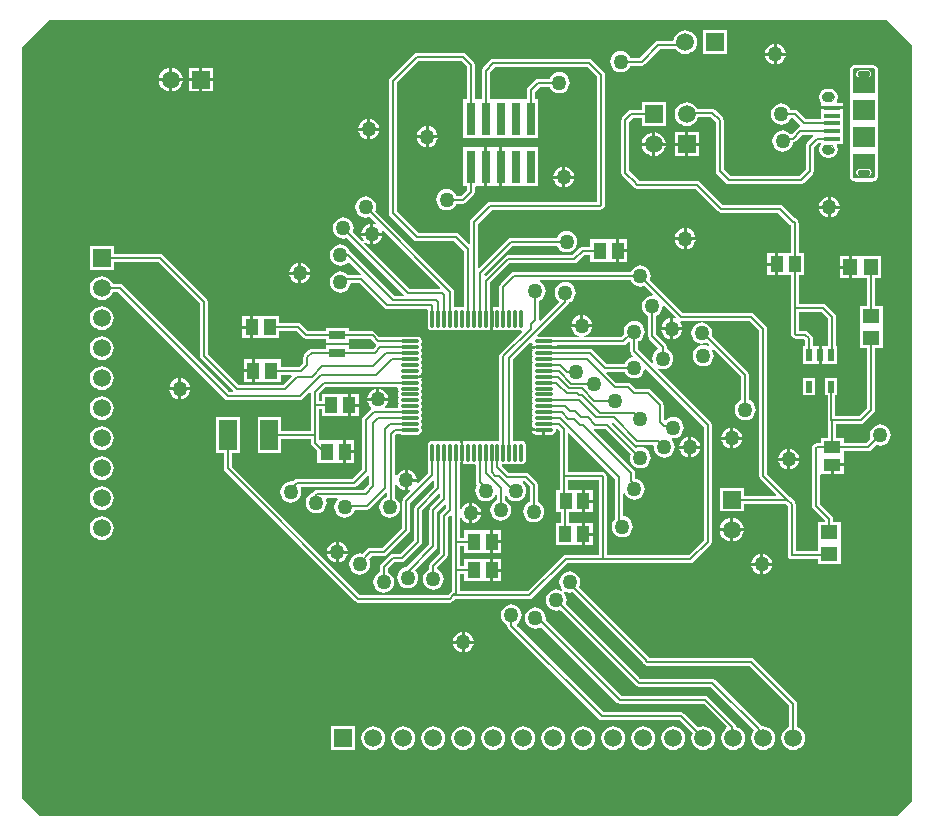
<source format=gtl>
G04*
G04 #@! TF.GenerationSoftware,Altium Limited,Altium Designer,20.1.14 (287)*
G04*
G04 Layer_Physical_Order=1*
G04 Layer_Color=255*
%FSLAX44Y44*%
%MOMM*%
G71*
G04*
G04 #@! TF.SameCoordinates,20106440-3F2D-40E8-AC6D-39A368FF7A92*
G04*
G04*
G04 #@! TF.FilePolarity,Positive*
G04*
G01*
G75*
%ADD16C,0.1500*%
%ADD20R,1.9000X1.1750*%
%ADD21R,1.9000X1.8000*%
%ADD22R,1.3500X0.4000*%
G04:AMPARAMS|DCode=23|XSize=1.49mm|YSize=0.28mm|CornerRadius=0.07mm|HoleSize=0mm|Usage=FLASHONLY|Rotation=270.000|XOffset=0mm|YOffset=0mm|HoleType=Round|Shape=RoundedRectangle|*
%AMROUNDEDRECTD23*
21,1,1.4900,0.1400,0,0,270.0*
21,1,1.3500,0.2800,0,0,270.0*
1,1,0.1400,-0.0700,-0.6750*
1,1,0.1400,-0.0700,0.6750*
1,1,0.1400,0.0700,0.6750*
1,1,0.1400,0.0700,-0.6750*
%
%ADD23ROUNDEDRECTD23*%
G04:AMPARAMS|DCode=24|XSize=1.49mm|YSize=0.28mm|CornerRadius=0.07mm|HoleSize=0mm|Usage=FLASHONLY|Rotation=180.000|XOffset=0mm|YOffset=0mm|HoleType=Round|Shape=RoundedRectangle|*
%AMROUNDEDRECTD24*
21,1,1.4900,0.1400,0,0,180.0*
21,1,1.3500,0.2800,0,0,180.0*
1,1,0.1400,-0.6750,0.0700*
1,1,0.1400,0.6750,0.0700*
1,1,0.1400,0.6750,-0.0700*
1,1,0.1400,-0.6750,-0.0700*
%
%ADD24ROUNDEDRECTD24*%
%ADD25R,1.4000X0.7500*%
%ADD26R,0.7366X2.7940*%
%ADD27R,1.4000X1.2000*%
%ADD28R,1.2000X1.4000*%
%ADD29R,0.5080X1.0033*%
%ADD30R,1.5000X2.5000*%
%ADD31R,1.1000X1.4000*%
%ADD32R,1.4000X1.1000*%
%ADD51R,1.5000X1.5000*%
%ADD52C,1.5000*%
%ADD53R,1.5000X1.5000*%
G04:AMPARAMS|DCode=54|XSize=0.5mm|YSize=1.1mm|CornerRadius=0.125mm|HoleSize=0mm|Usage=FLASHONLY|Rotation=90.000|XOffset=0mm|YOffset=0mm|HoleType=Round|Shape=RoundedRectangle|*
%AMROUNDEDRECTD54*
21,1,0.5000,0.8500,0,0,90.0*
21,1,0.2500,1.1000,0,0,90.0*
1,1,0.2500,0.4250,0.1250*
1,1,0.2500,0.4250,-0.1250*
1,1,0.2500,-0.4250,-0.1250*
1,1,0.2500,-0.4250,0.1250*
%
%ADD54ROUNDEDRECTD54*%
G04:AMPARAMS|DCode=55|XSize=0.7mm|YSize=0.8mm|CornerRadius=0.2625mm|HoleSize=0mm|Usage=FLASHONLY|Rotation=90.000|XOffset=0mm|YOffset=0mm|HoleType=Round|Shape=RoundedRectangle|*
%AMROUNDEDRECTD55*
21,1,0.7000,0.2750,0,0,90.0*
21,1,0.1750,0.8000,0,0,90.0*
1,1,0.5250,0.1375,0.0875*
1,1,0.5250,0.1375,-0.0875*
1,1,0.5250,-0.1375,-0.0875*
1,1,0.5250,-0.1375,0.0875*
%
%ADD55ROUNDEDRECTD55*%
%ADD56C,1.2700*%
G36*
X1696720Y1377950D02*
Y737870D01*
X1684020Y725170D01*
X958850D01*
X943610Y740410D01*
Y900430D01*
X943610Y1376680D01*
X966470Y1399540D01*
X1675130D01*
X1696720Y1377950D01*
D02*
G37*
%LPC*%
G36*
X1582420Y1379129D02*
Y1371600D01*
X1589949D01*
X1589811Y1372651D01*
X1588915Y1374813D01*
X1587490Y1376670D01*
X1585633Y1378095D01*
X1583471Y1378991D01*
X1582420Y1379129D01*
D02*
G37*
G36*
X1579880D02*
X1578829Y1378991D01*
X1576667Y1378095D01*
X1574810Y1376670D01*
X1573385Y1374813D01*
X1572489Y1372651D01*
X1572350Y1371600D01*
X1579880D01*
Y1379129D01*
D02*
G37*
G36*
X1540390Y1390530D02*
X1520310D01*
Y1370450D01*
X1540390D01*
Y1390530D01*
D02*
G37*
G36*
X1504950Y1390617D02*
X1502329Y1390272D01*
X1499887Y1389260D01*
X1497789Y1387651D01*
X1496180Y1385553D01*
X1495168Y1383111D01*
X1494931Y1381304D01*
X1482090D01*
X1480806Y1381049D01*
X1479718Y1380322D01*
X1466730Y1367334D01*
X1458573D01*
X1458105Y1368463D01*
X1456680Y1370320D01*
X1454823Y1371745D01*
X1452661Y1372641D01*
X1450340Y1372947D01*
X1448019Y1372641D01*
X1445857Y1371745D01*
X1444000Y1370320D01*
X1442575Y1368463D01*
X1441679Y1366301D01*
X1441373Y1363980D01*
X1441679Y1361659D01*
X1442575Y1359497D01*
X1444000Y1357640D01*
X1445857Y1356215D01*
X1448019Y1355319D01*
X1450340Y1355013D01*
X1452661Y1355319D01*
X1454823Y1356215D01*
X1456680Y1357640D01*
X1458105Y1359497D01*
X1458573Y1360625D01*
X1468120D01*
X1469404Y1360881D01*
X1470492Y1361608D01*
X1483479Y1374595D01*
X1496818D01*
X1497789Y1373329D01*
X1499887Y1371720D01*
X1502329Y1370708D01*
X1504950Y1370363D01*
X1507571Y1370708D01*
X1510013Y1371720D01*
X1512111Y1373329D01*
X1513720Y1375427D01*
X1514732Y1377869D01*
X1515077Y1380490D01*
X1514732Y1383111D01*
X1513720Y1385553D01*
X1512111Y1387651D01*
X1510013Y1389260D01*
X1507571Y1390272D01*
X1504950Y1390617D01*
D02*
G37*
G36*
X1589949Y1369060D02*
X1582420D01*
Y1361530D01*
X1583471Y1361669D01*
X1585633Y1362565D01*
X1587490Y1363990D01*
X1588915Y1365847D01*
X1589811Y1368009D01*
X1589949Y1369060D01*
D02*
G37*
G36*
X1579880D02*
X1572350D01*
X1572489Y1368009D01*
X1573385Y1365847D01*
X1574810Y1363990D01*
X1576667Y1362565D01*
X1578829Y1361669D01*
X1579880Y1361530D01*
Y1369060D01*
D02*
G37*
G36*
X1663160Y1361100D02*
X1649160D01*
X1649126Y1361093D01*
X1649092Y1361099D01*
X1648961Y1361095D01*
X1648894Y1361080D01*
X1648826Y1361088D01*
X1648696Y1361078D01*
X1648629Y1361059D01*
X1648560Y1361064D01*
X1648431Y1361047D01*
X1648366Y1361025D01*
X1648297Y1361026D01*
X1648168Y1361002D01*
X1648104Y1360976D01*
X1648036Y1360974D01*
X1647908Y1360943D01*
X1647846Y1360914D01*
X1647778Y1360908D01*
X1647652Y1360871D01*
X1647591Y1360839D01*
X1647523Y1360829D01*
X1647400Y1360785D01*
X1647341Y1360750D01*
X1647273Y1360737D01*
X1647152Y1360686D01*
X1647095Y1360648D01*
X1647028Y1360631D01*
X1646910Y1360575D01*
X1646855Y1360534D01*
X1646790Y1360513D01*
X1646674Y1360451D01*
X1646621Y1360407D01*
X1646557Y1360383D01*
X1646445Y1360315D01*
X1646395Y1360268D01*
X1646332Y1360241D01*
X1646224Y1360167D01*
X1646176Y1360118D01*
X1646114Y1360087D01*
X1646010Y1360008D01*
X1645965Y1359956D01*
X1645905Y1359922D01*
X1645805Y1359837D01*
X1645763Y1359783D01*
X1645705Y1359747D01*
X1645610Y1359656D01*
X1645570Y1359600D01*
X1645514Y1359560D01*
X1645423Y1359465D01*
X1645387Y1359407D01*
X1645333Y1359365D01*
X1645248Y1359265D01*
X1645214Y1359205D01*
X1645163Y1359160D01*
X1645083Y1359056D01*
X1645052Y1358994D01*
X1645003Y1358946D01*
X1644929Y1358839D01*
X1644902Y1358775D01*
X1644855Y1358725D01*
X1644787Y1358613D01*
X1644763Y1358548D01*
X1644719Y1358496D01*
X1644657Y1358381D01*
X1644636Y1358315D01*
X1644595Y1358260D01*
X1644539Y1358142D01*
X1644522Y1358075D01*
X1644483Y1358018D01*
X1644433Y1357897D01*
X1644420Y1357829D01*
X1644385Y1357770D01*
X1644341Y1357647D01*
X1644331Y1357579D01*
X1644299Y1357518D01*
X1644262Y1357393D01*
X1644256Y1357324D01*
X1644227Y1357262D01*
X1644196Y1357134D01*
X1644194Y1357066D01*
X1644168Y1357002D01*
X1644144Y1356873D01*
X1644145Y1356804D01*
X1644123Y1356739D01*
X1644106Y1356609D01*
X1644111Y1356541D01*
X1644092Y1356474D01*
X1644082Y1356344D01*
X1644090Y1356276D01*
X1644075Y1356209D01*
X1644071Y1356078D01*
X1644077Y1356044D01*
X1644070Y1356010D01*
Y1349510D01*
X1644120Y1349260D01*
Y1336070D01*
X1644120Y1335213D01*
X1644120Y1333943D01*
Y1311720D01*
Y1289577D01*
X1644120Y1288720D01*
X1644120Y1287450D01*
Y1274260D01*
X1644070Y1274010D01*
Y1267510D01*
X1644077Y1267476D01*
X1644071Y1267442D01*
X1644075Y1267311D01*
X1644090Y1267244D01*
X1644082Y1267176D01*
X1644092Y1267046D01*
X1644111Y1266979D01*
X1644106Y1266910D01*
X1644123Y1266781D01*
X1644145Y1266716D01*
X1644144Y1266647D01*
X1644168Y1266518D01*
X1644194Y1266454D01*
X1644196Y1266385D01*
X1644227Y1266258D01*
X1644256Y1266196D01*
X1644262Y1266127D01*
X1644299Y1266002D01*
X1644331Y1265941D01*
X1644341Y1265873D01*
X1644385Y1265750D01*
X1644420Y1265691D01*
X1644433Y1265623D01*
X1644483Y1265502D01*
X1644522Y1265445D01*
X1644539Y1265378D01*
X1644595Y1265260D01*
X1644636Y1265205D01*
X1644657Y1265139D01*
X1644719Y1265024D01*
X1644763Y1264971D01*
X1644787Y1264907D01*
X1644855Y1264795D01*
X1644902Y1264745D01*
X1644929Y1264681D01*
X1645003Y1264574D01*
X1645052Y1264526D01*
X1645083Y1264464D01*
X1645163Y1264360D01*
X1645214Y1264315D01*
X1645248Y1264255D01*
X1645333Y1264155D01*
X1645387Y1264113D01*
X1645423Y1264054D01*
X1645514Y1263960D01*
X1645570Y1263920D01*
X1645610Y1263864D01*
X1645705Y1263773D01*
X1645763Y1263737D01*
X1645805Y1263683D01*
X1645905Y1263598D01*
X1645965Y1263564D01*
X1646010Y1263512D01*
X1646114Y1263433D01*
X1646176Y1263402D01*
X1646224Y1263353D01*
X1646332Y1263279D01*
X1646395Y1263252D01*
X1646445Y1263205D01*
X1646557Y1263137D01*
X1646621Y1263113D01*
X1646674Y1263069D01*
X1646790Y1263007D01*
X1646855Y1262986D01*
X1646910Y1262945D01*
X1647028Y1262889D01*
X1647095Y1262872D01*
X1647152Y1262833D01*
X1647273Y1262783D01*
X1647341Y1262770D01*
X1647400Y1262735D01*
X1647523Y1262691D01*
X1647591Y1262681D01*
X1647652Y1262649D01*
X1647778Y1262612D01*
X1647846Y1262606D01*
X1647908Y1262577D01*
X1648036Y1262546D01*
X1648104Y1262544D01*
X1648168Y1262518D01*
X1648297Y1262494D01*
X1648366Y1262495D01*
X1648431Y1262473D01*
X1648560Y1262456D01*
X1648629Y1262461D01*
X1648696Y1262442D01*
X1648826Y1262432D01*
X1648894Y1262440D01*
X1648961Y1262425D01*
X1649092Y1262421D01*
X1649126Y1262427D01*
X1649160Y1262420D01*
X1663160D01*
X1663194Y1262427D01*
X1663228Y1262421D01*
X1663359Y1262425D01*
X1663426Y1262440D01*
X1663494Y1262432D01*
X1663624Y1262442D01*
X1663691Y1262461D01*
X1663760Y1262456D01*
X1663889Y1262473D01*
X1663954Y1262495D01*
X1664023Y1262494D01*
X1664152Y1262518D01*
X1664216Y1262544D01*
X1664284Y1262546D01*
X1664412Y1262577D01*
X1664474Y1262606D01*
X1664542Y1262612D01*
X1664668Y1262649D01*
X1664729Y1262681D01*
X1664797Y1262691D01*
X1664920Y1262735D01*
X1664980Y1262770D01*
X1665047Y1262783D01*
X1665168Y1262833D01*
X1665225Y1262872D01*
X1665292Y1262889D01*
X1665410Y1262945D01*
X1665465Y1262986D01*
X1665531Y1263007D01*
X1665645Y1263069D01*
X1665699Y1263113D01*
X1665763Y1263137D01*
X1665875Y1263205D01*
X1665925Y1263252D01*
X1665988Y1263279D01*
X1666096Y1263353D01*
X1666144Y1263402D01*
X1666206Y1263433D01*
X1666310Y1263512D01*
X1666355Y1263564D01*
X1666415Y1263598D01*
X1666515Y1263683D01*
X1666557Y1263737D01*
X1666615Y1263773D01*
X1666710Y1263864D01*
X1666750Y1263920D01*
X1666806Y1263960D01*
X1666897Y1264054D01*
X1666933Y1264113D01*
X1666987Y1264155D01*
X1667072Y1264255D01*
X1667106Y1264315D01*
X1667157Y1264360D01*
X1667237Y1264464D01*
X1667268Y1264526D01*
X1667317Y1264574D01*
X1667391Y1264681D01*
X1667418Y1264745D01*
X1667465Y1264795D01*
X1667533Y1264907D01*
X1667557Y1264971D01*
X1667601Y1265024D01*
X1667664Y1265139D01*
X1667684Y1265205D01*
X1667725Y1265260D01*
X1667781Y1265378D01*
X1667798Y1265445D01*
X1667836Y1265502D01*
X1667887Y1265623D01*
X1667900Y1265691D01*
X1667935Y1265750D01*
X1667979Y1265873D01*
X1667989Y1265941D01*
X1668021Y1266002D01*
X1668058Y1266127D01*
X1668064Y1266196D01*
X1668093Y1266258D01*
X1668124Y1266385D01*
X1668126Y1266454D01*
X1668152Y1266518D01*
X1668176Y1266647D01*
X1668175Y1266716D01*
X1668197Y1266781D01*
X1668214Y1266910D01*
X1668209Y1266979D01*
X1668228Y1267046D01*
X1668238Y1267176D01*
X1668230Y1267244D01*
X1668246Y1267311D01*
X1668249Y1267442D01*
X1668243Y1267476D01*
X1668250Y1267510D01*
Y1274010D01*
X1668200Y1274260D01*
Y1287450D01*
X1668200Y1288307D01*
X1668200Y1289577D01*
Y1311720D01*
Y1333943D01*
X1668200Y1334800D01*
X1668200Y1336070D01*
Y1349260D01*
X1668250Y1349510D01*
Y1356010D01*
X1668243Y1356044D01*
X1668249Y1356078D01*
X1668246Y1356209D01*
X1668230Y1356276D01*
X1668238Y1356344D01*
X1668228Y1356474D01*
X1668209Y1356541D01*
X1668214Y1356609D01*
X1668197Y1356739D01*
X1668175Y1356804D01*
X1668176Y1356873D01*
X1668152Y1357002D01*
X1668126Y1357066D01*
X1668124Y1357134D01*
X1668093Y1357262D01*
X1668064Y1357324D01*
X1668058Y1357393D01*
X1668021Y1357518D01*
X1667989Y1357579D01*
X1667979Y1357647D01*
X1667935Y1357770D01*
X1667900Y1357829D01*
X1667887Y1357897D01*
X1667836Y1358018D01*
X1667798Y1358075D01*
X1667781Y1358142D01*
X1667725Y1358260D01*
X1667684Y1358315D01*
X1667663Y1358381D01*
X1667601Y1358496D01*
X1667557Y1358549D01*
X1667533Y1358613D01*
X1667465Y1358725D01*
X1667418Y1358775D01*
X1667391Y1358839D01*
X1667317Y1358946D01*
X1667267Y1358994D01*
X1667237Y1359056D01*
X1667157Y1359160D01*
X1667106Y1359205D01*
X1667072Y1359265D01*
X1666987Y1359365D01*
X1666933Y1359407D01*
X1666897Y1359465D01*
X1666806Y1359560D01*
X1666750Y1359600D01*
X1666710Y1359656D01*
X1666615Y1359747D01*
X1666557Y1359783D01*
X1666515Y1359837D01*
X1666415Y1359922D01*
X1666355Y1359956D01*
X1666310Y1360008D01*
X1666206Y1360087D01*
X1666144Y1360118D01*
X1666096Y1360167D01*
X1665988Y1360241D01*
X1665925Y1360268D01*
X1665875Y1360315D01*
X1665763Y1360383D01*
X1665699Y1360407D01*
X1665645Y1360451D01*
X1665531Y1360513D01*
X1665465Y1360534D01*
X1665410Y1360575D01*
X1665292Y1360631D01*
X1665225Y1360648D01*
X1665168Y1360686D01*
X1665047Y1360737D01*
X1664980Y1360750D01*
X1664920Y1360785D01*
X1664797Y1360829D01*
X1664729Y1360839D01*
X1664668Y1360871D01*
X1664542Y1360908D01*
X1664474Y1360914D01*
X1664412Y1360943D01*
X1664284Y1360974D01*
X1664216Y1360976D01*
X1664152Y1361002D01*
X1664023Y1361026D01*
X1663954Y1361025D01*
X1663889Y1361047D01*
X1663760Y1361064D01*
X1663691Y1361059D01*
X1663624Y1361078D01*
X1663494Y1361088D01*
X1663426Y1361080D01*
X1663359Y1361095D01*
X1663228Y1361099D01*
X1663194Y1361093D01*
X1663160Y1361100D01*
D02*
G37*
G36*
X1070610Y1358699D02*
Y1350010D01*
X1079299D01*
X1079122Y1351361D01*
X1078110Y1353803D01*
X1076501Y1355901D01*
X1074403Y1357510D01*
X1071961Y1358522D01*
X1070610Y1358699D01*
D02*
G37*
G36*
X1104780Y1358780D02*
X1096010D01*
Y1350010D01*
X1104780D01*
Y1358780D01*
D02*
G37*
G36*
X1068070Y1358699D02*
X1066719Y1358522D01*
X1064277Y1357510D01*
X1062179Y1355901D01*
X1060570Y1353803D01*
X1059558Y1351361D01*
X1059381Y1350010D01*
X1068070D01*
Y1358699D01*
D02*
G37*
G36*
X1093470Y1358780D02*
X1084700D01*
Y1350010D01*
X1093470D01*
Y1358780D01*
D02*
G37*
G36*
X1627160Y1340850D02*
X1625160D01*
X1625126Y1340843D01*
X1625092Y1340849D01*
X1624870Y1340843D01*
X1624803Y1340828D01*
X1624734Y1340836D01*
X1624512Y1340818D01*
X1624446Y1340800D01*
X1624378Y1340804D01*
X1624157Y1340775D01*
X1624092Y1340753D01*
X1624023Y1340754D01*
X1623805Y1340714D01*
X1623741Y1340688D01*
X1623672Y1340685D01*
X1623456Y1340633D01*
X1623393Y1340605D01*
X1623324Y1340598D01*
X1623111Y1340535D01*
X1623050Y1340503D01*
X1622982Y1340493D01*
X1622773Y1340419D01*
X1622713Y1340384D01*
X1622646Y1340370D01*
X1622440Y1340285D01*
X1622383Y1340247D01*
X1622316Y1340230D01*
X1622116Y1340134D01*
X1622061Y1340093D01*
X1621995Y1340073D01*
X1621799Y1339966D01*
X1621746Y1339922D01*
X1621682Y1339899D01*
X1621492Y1339783D01*
X1621442Y1339736D01*
X1621378Y1339709D01*
X1621195Y1339583D01*
X1621147Y1339533D01*
X1621086Y1339503D01*
X1620909Y1339368D01*
X1620863Y1339316D01*
X1620803Y1339282D01*
X1620634Y1339138D01*
X1620592Y1339084D01*
X1620534Y1339047D01*
X1620372Y1338894D01*
X1620332Y1338838D01*
X1620276Y1338798D01*
X1620123Y1338636D01*
X1620086Y1338578D01*
X1620032Y1338536D01*
X1619888Y1338367D01*
X1619854Y1338306D01*
X1619802Y1338261D01*
X1619667Y1338084D01*
X1619637Y1338023D01*
X1619588Y1337975D01*
X1619462Y1337792D01*
X1619434Y1337728D01*
X1619388Y1337678D01*
X1619271Y1337488D01*
X1619247Y1337424D01*
X1619203Y1337371D01*
X1619097Y1337175D01*
X1619077Y1337110D01*
X1619036Y1337054D01*
X1618940Y1336854D01*
X1618923Y1336787D01*
X1618885Y1336730D01*
X1618800Y1336524D01*
X1618786Y1336457D01*
X1618751Y1336398D01*
X1618677Y1336188D01*
X1618667Y1336120D01*
X1618635Y1336059D01*
X1618572Y1335845D01*
X1618565Y1335777D01*
X1618537Y1335715D01*
X1618485Y1335498D01*
X1618482Y1335429D01*
X1618457Y1335365D01*
X1618416Y1335147D01*
X1618417Y1335078D01*
X1618395Y1335013D01*
X1618366Y1334792D01*
X1618370Y1334724D01*
X1618351Y1334657D01*
X1618334Y1334435D01*
X1618342Y1334367D01*
X1618327Y1334300D01*
X1618321Y1334078D01*
X1618333Y1334010D01*
X1618321Y1333942D01*
X1618327Y1333720D01*
X1618342Y1333653D01*
X1618334Y1333584D01*
X1618351Y1333363D01*
X1618370Y1333296D01*
X1618366Y1333228D01*
X1618395Y1333007D01*
X1618417Y1332942D01*
X1618416Y1332873D01*
X1618457Y1332655D01*
X1618482Y1332591D01*
X1618485Y1332522D01*
X1618537Y1332305D01*
X1618565Y1332243D01*
X1618572Y1332175D01*
X1618635Y1331961D01*
X1618667Y1331900D01*
X1618677Y1331832D01*
X1618751Y1331622D01*
X1618786Y1331563D01*
X1618800Y1331496D01*
X1618885Y1331290D01*
X1618923Y1331233D01*
X1618940Y1331167D01*
X1619036Y1330966D01*
X1619077Y1330910D01*
X1619097Y1330845D01*
X1619203Y1330649D01*
X1619247Y1330596D01*
X1619271Y1330532D01*
X1619388Y1330342D01*
X1619434Y1330292D01*
X1619461Y1330228D01*
X1619587Y1330045D01*
X1620120Y1329300D01*
Y1326030D01*
X1629410D01*
X1638700D01*
Y1329300D01*
X1633739D01*
X1633343Y1329718D01*
X1633049Y1330532D01*
X1633073Y1330596D01*
X1633117Y1330649D01*
X1633223Y1330845D01*
X1633243Y1330910D01*
X1633284Y1330966D01*
X1633380Y1331166D01*
X1633397Y1331233D01*
X1633435Y1331290D01*
X1633520Y1331496D01*
X1633534Y1331563D01*
X1633569Y1331622D01*
X1633643Y1331832D01*
X1633653Y1331900D01*
X1633685Y1331961D01*
X1633748Y1332175D01*
X1633755Y1332243D01*
X1633783Y1332305D01*
X1633835Y1332522D01*
X1633838Y1332590D01*
X1633864Y1332654D01*
X1633904Y1332873D01*
X1633903Y1332942D01*
X1633925Y1333007D01*
X1633954Y1333228D01*
X1633950Y1333296D01*
X1633969Y1333363D01*
X1633986Y1333584D01*
X1633978Y1333653D01*
X1633993Y1333720D01*
X1633999Y1333942D01*
X1633987Y1334010D01*
X1633999Y1334078D01*
X1633993Y1334300D01*
X1633978Y1334367D01*
X1633986Y1334435D01*
X1633969Y1334657D01*
X1633950Y1334724D01*
X1633954Y1334792D01*
X1633925Y1335013D01*
X1633903Y1335078D01*
X1633904Y1335147D01*
X1633864Y1335366D01*
X1633838Y1335430D01*
X1633835Y1335498D01*
X1633783Y1335715D01*
X1633755Y1335777D01*
X1633748Y1335845D01*
X1633685Y1336059D01*
X1633653Y1336120D01*
X1633643Y1336188D01*
X1633569Y1336398D01*
X1633534Y1336457D01*
X1633520Y1336524D01*
X1633435Y1336729D01*
X1633397Y1336787D01*
X1633380Y1336854D01*
X1633284Y1337055D01*
X1633243Y1337110D01*
X1633223Y1337175D01*
X1633117Y1337370D01*
X1633073Y1337424D01*
X1633049Y1337488D01*
X1632932Y1337678D01*
X1632886Y1337728D01*
X1632859Y1337791D01*
X1632733Y1337975D01*
X1632683Y1338023D01*
X1632653Y1338085D01*
X1632518Y1338261D01*
X1632466Y1338306D01*
X1632432Y1338367D01*
X1632288Y1338536D01*
X1632234Y1338578D01*
X1632197Y1338636D01*
X1632044Y1338798D01*
X1631988Y1338838D01*
X1631948Y1338894D01*
X1631787Y1339047D01*
X1631728Y1339084D01*
X1631686Y1339138D01*
X1631517Y1339282D01*
X1631456Y1339316D01*
X1631411Y1339368D01*
X1631235Y1339503D01*
X1631173Y1339533D01*
X1631125Y1339583D01*
X1630941Y1339709D01*
X1630878Y1339736D01*
X1630828Y1339783D01*
X1630638Y1339899D01*
X1630574Y1339922D01*
X1630521Y1339966D01*
X1630325Y1340073D01*
X1630260Y1340093D01*
X1630204Y1340134D01*
X1630003Y1340230D01*
X1629937Y1340247D01*
X1629880Y1340285D01*
X1629674Y1340370D01*
X1629607Y1340384D01*
X1629547Y1340419D01*
X1629338Y1340493D01*
X1629270Y1340503D01*
X1629209Y1340535D01*
X1628996Y1340598D01*
X1628927Y1340605D01*
X1628865Y1340633D01*
X1628648Y1340685D01*
X1628579Y1340688D01*
X1628515Y1340714D01*
X1628297Y1340754D01*
X1628228Y1340753D01*
X1628163Y1340775D01*
X1627942Y1340804D01*
X1627874Y1340800D01*
X1627808Y1340818D01*
X1627586Y1340836D01*
X1627517Y1340828D01*
X1627450Y1340843D01*
X1627228Y1340849D01*
X1627194Y1340843D01*
X1627160Y1340850D01*
D02*
G37*
G36*
X1079299Y1347470D02*
X1070610D01*
Y1338781D01*
X1071961Y1338958D01*
X1074403Y1339970D01*
X1076501Y1341579D01*
X1078110Y1343677D01*
X1079122Y1346119D01*
X1079299Y1347470D01*
D02*
G37*
G36*
X1068070D02*
X1059381D01*
X1059558Y1346119D01*
X1060570Y1343677D01*
X1062179Y1341579D01*
X1064277Y1339970D01*
X1066719Y1338958D01*
X1068070Y1338781D01*
Y1347470D01*
D02*
G37*
G36*
X1104780D02*
X1096010D01*
Y1338700D01*
X1104780D01*
Y1347470D01*
D02*
G37*
G36*
X1093470D02*
X1084700D01*
Y1338700D01*
X1093470D01*
Y1347470D01*
D02*
G37*
G36*
X1488320Y1329570D02*
X1468240D01*
Y1322885D01*
X1459230D01*
X1457946Y1322629D01*
X1456858Y1321902D01*
X1451778Y1316822D01*
X1451051Y1315734D01*
X1450795Y1314450D01*
Y1270000D01*
X1451051Y1268716D01*
X1451778Y1267628D01*
X1459933Y1259473D01*
X1459941Y1259435D01*
X1460668Y1258347D01*
X1461547Y1257468D01*
X1462635Y1256741D01*
X1463919Y1256486D01*
X1513721D01*
X1533058Y1237148D01*
X1534146Y1236421D01*
X1535430Y1236165D01*
X1583571D01*
X1594018Y1225718D01*
X1594306Y1225526D01*
Y1202070D01*
X1583810D01*
Y1192530D01*
Y1182990D01*
X1594185D01*
Y1155700D01*
Y1133719D01*
X1594441Y1132435D01*
X1595168Y1131347D01*
X1596047Y1130468D01*
X1597135Y1129741D01*
X1598419Y1129485D01*
X1605161D01*
X1606396Y1128251D01*
Y1123442D01*
X1604670D01*
Y1108329D01*
X1617980D01*
Y1115885D01*
Y1123442D01*
X1613104D01*
Y1129640D01*
X1612849Y1130924D01*
X1612122Y1132012D01*
X1608922Y1135212D01*
X1607834Y1135939D01*
X1606550Y1136195D01*
X1600894D01*
Y1152346D01*
X1620401D01*
X1626055Y1146691D01*
Y1123442D01*
X1620520D01*
Y1115885D01*
Y1108329D01*
X1633830D01*
Y1123442D01*
X1632764D01*
Y1148080D01*
X1632509Y1149364D01*
X1631782Y1150452D01*
X1624162Y1158072D01*
X1623074Y1158799D01*
X1621790Y1159054D01*
X1600894D01*
Y1182990D01*
X1605580D01*
Y1202070D01*
X1601015D01*
Y1227211D01*
X1600759Y1228495D01*
X1600032Y1229583D01*
X1599153Y1230462D01*
X1598065Y1231189D01*
X1598027Y1231197D01*
X1587332Y1241892D01*
X1586244Y1242619D01*
X1584960Y1242875D01*
X1536819D01*
X1517482Y1262212D01*
X1516394Y1262939D01*
X1515110Y1263195D01*
X1465604D01*
X1465412Y1263482D01*
X1457504Y1271389D01*
Y1313060D01*
X1460620Y1316176D01*
X1468240D01*
Y1309490D01*
X1488320D01*
Y1329570D01*
D02*
G37*
G36*
X1238250Y1315629D02*
Y1308100D01*
X1245779D01*
X1245641Y1309151D01*
X1244745Y1311313D01*
X1243320Y1313170D01*
X1241463Y1314595D01*
X1239301Y1315491D01*
X1238250Y1315629D01*
D02*
G37*
G36*
X1235710D02*
X1234659Y1315491D01*
X1232497Y1314595D01*
X1230640Y1313170D01*
X1229215Y1311313D01*
X1228319Y1309151D01*
X1228180Y1308100D01*
X1235710D01*
Y1315629D01*
D02*
G37*
G36*
X1245779Y1305560D02*
X1238250D01*
Y1298031D01*
X1239301Y1298169D01*
X1241463Y1299065D01*
X1243320Y1300490D01*
X1244745Y1302347D01*
X1245641Y1304509D01*
X1245779Y1305560D01*
D02*
G37*
G36*
X1235710D02*
X1228180D01*
X1228319Y1304509D01*
X1229215Y1302347D01*
X1230640Y1300490D01*
X1232497Y1299065D01*
X1234659Y1298169D01*
X1235710Y1298031D01*
Y1305560D01*
D02*
G37*
G36*
X1516260Y1304170D02*
X1507490D01*
Y1295400D01*
X1516260D01*
Y1304170D01*
D02*
G37*
G36*
X1479550Y1304089D02*
Y1295400D01*
X1488239D01*
X1488062Y1296751D01*
X1487050Y1299193D01*
X1485441Y1301291D01*
X1483343Y1302900D01*
X1480901Y1303912D01*
X1479550Y1304089D01*
D02*
G37*
G36*
X1477010D02*
X1475659Y1303912D01*
X1473217Y1302900D01*
X1471119Y1301291D01*
X1469510Y1299193D01*
X1468498Y1296751D01*
X1468321Y1295400D01*
X1477010D01*
Y1304089D01*
D02*
G37*
G36*
X1504950Y1304170D02*
X1496180D01*
Y1295400D01*
X1504950D01*
Y1304170D01*
D02*
G37*
G36*
X1488239Y1292860D02*
X1479550D01*
Y1284171D01*
X1480901Y1284348D01*
X1483343Y1285360D01*
X1485441Y1286969D01*
X1487050Y1289067D01*
X1488062Y1291509D01*
X1488239Y1292860D01*
D02*
G37*
G36*
X1477010D02*
X1468321D01*
X1468498Y1291509D01*
X1469510Y1289067D01*
X1471119Y1286969D01*
X1473217Y1285360D01*
X1475659Y1284348D01*
X1477010Y1284171D01*
Y1292860D01*
D02*
G37*
G36*
X1516260D02*
X1507490D01*
Y1284090D01*
X1516260D01*
Y1292860D01*
D02*
G37*
G36*
X1504950D02*
X1496180D01*
Y1284090D01*
X1504950D01*
Y1292860D01*
D02*
G37*
G36*
X1506220Y1329657D02*
X1503599Y1329312D01*
X1501157Y1328300D01*
X1499059Y1326691D01*
X1497450Y1324593D01*
X1496438Y1322151D01*
X1496093Y1319530D01*
X1496438Y1316909D01*
X1497450Y1314467D01*
X1499059Y1312369D01*
X1501157Y1310760D01*
X1503599Y1309748D01*
X1506220Y1309403D01*
X1508841Y1309748D01*
X1511283Y1310760D01*
X1513381Y1312369D01*
X1514990Y1314467D01*
X1516002Y1316909D01*
X1516072Y1317446D01*
X1526420D01*
X1530806Y1313060D01*
Y1271270D01*
X1531061Y1269986D01*
X1531788Y1268898D01*
X1539408Y1261278D01*
X1540496Y1260551D01*
X1541780Y1260295D01*
X1602740D01*
X1604024Y1260551D01*
X1605112Y1261278D01*
X1612732Y1268898D01*
X1613459Y1269986D01*
X1613714Y1271270D01*
Y1291470D01*
X1617649Y1295405D01*
X1619810D01*
X1620093Y1294182D01*
X1619587Y1293475D01*
X1619461Y1293291D01*
X1619434Y1293228D01*
X1619388Y1293178D01*
X1619271Y1292988D01*
X1619247Y1292924D01*
X1619203Y1292871D01*
X1619097Y1292675D01*
X1619077Y1292610D01*
X1619036Y1292554D01*
X1618940Y1292353D01*
X1618923Y1292287D01*
X1618885Y1292230D01*
X1618800Y1292024D01*
X1618786Y1291957D01*
X1618751Y1291897D01*
X1618677Y1291688D01*
X1618667Y1291620D01*
X1618635Y1291559D01*
X1618572Y1291346D01*
X1618565Y1291277D01*
X1618537Y1291214D01*
X1618485Y1290998D01*
X1618482Y1290929D01*
X1618457Y1290865D01*
X1618416Y1290647D01*
X1618417Y1290578D01*
X1618395Y1290513D01*
X1618366Y1290292D01*
X1618370Y1290224D01*
X1618351Y1290157D01*
X1618334Y1289935D01*
X1618342Y1289867D01*
X1618327Y1289800D01*
X1618321Y1289578D01*
X1618333Y1289510D01*
X1618321Y1289442D01*
X1618327Y1289220D01*
X1618342Y1289153D01*
X1618334Y1289084D01*
X1618351Y1288863D01*
X1618370Y1288796D01*
X1618366Y1288728D01*
X1618395Y1288507D01*
X1618417Y1288442D01*
X1618416Y1288373D01*
X1618457Y1288154D01*
X1618482Y1288091D01*
X1618485Y1288022D01*
X1618537Y1287805D01*
X1618565Y1287743D01*
X1618572Y1287674D01*
X1618635Y1287461D01*
X1618667Y1287400D01*
X1618677Y1287332D01*
X1618751Y1287122D01*
X1618786Y1287063D01*
X1618800Y1286996D01*
X1618885Y1286790D01*
X1618923Y1286733D01*
X1618940Y1286666D01*
X1619036Y1286466D01*
X1619077Y1286411D01*
X1619097Y1286345D01*
X1619203Y1286149D01*
X1619247Y1286096D01*
X1619271Y1286032D01*
X1619388Y1285842D01*
X1619434Y1285792D01*
X1619462Y1285728D01*
X1619588Y1285545D01*
X1619637Y1285497D01*
X1619667Y1285435D01*
X1619802Y1285259D01*
X1619854Y1285214D01*
X1619888Y1285154D01*
X1620032Y1284984D01*
X1620086Y1284942D01*
X1620123Y1284884D01*
X1620276Y1284722D01*
X1620332Y1284682D01*
X1620372Y1284626D01*
X1620534Y1284473D01*
X1620592Y1284436D01*
X1620634Y1284382D01*
X1620803Y1284238D01*
X1620863Y1284204D01*
X1620909Y1284152D01*
X1621086Y1284017D01*
X1621147Y1283987D01*
X1621195Y1283938D01*
X1621378Y1283811D01*
X1621442Y1283784D01*
X1621492Y1283737D01*
X1621682Y1283621D01*
X1621746Y1283598D01*
X1621799Y1283553D01*
X1621995Y1283447D01*
X1622061Y1283427D01*
X1622116Y1283386D01*
X1622316Y1283290D01*
X1622383Y1283273D01*
X1622440Y1283235D01*
X1622646Y1283150D01*
X1622713Y1283136D01*
X1622773Y1283101D01*
X1622982Y1283027D01*
X1623050Y1283017D01*
X1623111Y1282985D01*
X1623324Y1282922D01*
X1623393Y1282915D01*
X1623456Y1282887D01*
X1623672Y1282835D01*
X1623741Y1282832D01*
X1623805Y1282806D01*
X1624023Y1282766D01*
X1624092Y1282767D01*
X1624157Y1282745D01*
X1624378Y1282716D01*
X1624446Y1282720D01*
X1624512Y1282702D01*
X1624734Y1282684D01*
X1624803Y1282692D01*
X1624870Y1282677D01*
X1625092Y1282671D01*
X1625126Y1282677D01*
X1625160Y1282670D01*
X1627160D01*
X1627194Y1282677D01*
X1627228Y1282671D01*
X1627450Y1282677D01*
X1627517Y1282692D01*
X1627586Y1282684D01*
X1627808Y1282702D01*
X1627874Y1282720D01*
X1627942Y1282716D01*
X1628163Y1282745D01*
X1628228Y1282767D01*
X1628297Y1282766D01*
X1628515Y1282807D01*
X1628579Y1282832D01*
X1628648Y1282835D01*
X1628865Y1282887D01*
X1628927Y1282915D01*
X1628996Y1282922D01*
X1629209Y1282985D01*
X1629270Y1283017D01*
X1629338Y1283027D01*
X1629547Y1283101D01*
X1629607Y1283136D01*
X1629674Y1283150D01*
X1629880Y1283235D01*
X1629937Y1283273D01*
X1630003Y1283290D01*
X1630204Y1283386D01*
X1630260Y1283427D01*
X1630325Y1283447D01*
X1630521Y1283553D01*
X1630574Y1283598D01*
X1630638Y1283621D01*
X1630828Y1283737D01*
X1630878Y1283784D01*
X1630941Y1283811D01*
X1631125Y1283937D01*
X1631173Y1283987D01*
X1631235Y1284017D01*
X1631411Y1284153D01*
X1631456Y1284204D01*
X1631517Y1284238D01*
X1631686Y1284382D01*
X1631728Y1284436D01*
X1631787Y1284473D01*
X1631948Y1284626D01*
X1631988Y1284682D01*
X1632044Y1284722D01*
X1632197Y1284884D01*
X1632234Y1284942D01*
X1632288Y1284984D01*
X1632432Y1285154D01*
X1632466Y1285213D01*
X1632518Y1285259D01*
X1632653Y1285435D01*
X1632683Y1285497D01*
X1632733Y1285545D01*
X1632859Y1285728D01*
X1632886Y1285791D01*
X1632932Y1285842D01*
X1633049Y1286032D01*
X1633073Y1286096D01*
X1633117Y1286149D01*
X1633223Y1286345D01*
X1633243Y1286411D01*
X1633284Y1286465D01*
X1633380Y1286666D01*
X1633397Y1286733D01*
X1633435Y1286790D01*
X1633520Y1286996D01*
X1633534Y1287063D01*
X1633569Y1287122D01*
X1633643Y1287332D01*
X1633653Y1287400D01*
X1633685Y1287461D01*
X1633748Y1287674D01*
X1633755Y1287743D01*
X1633783Y1287805D01*
X1633835Y1288022D01*
X1633838Y1288090D01*
X1633864Y1288154D01*
X1633904Y1288373D01*
X1633903Y1288442D01*
X1633925Y1288507D01*
X1633954Y1288728D01*
X1633950Y1288796D01*
X1633969Y1288863D01*
X1633986Y1289084D01*
X1633978Y1289153D01*
X1633993Y1289220D01*
X1633999Y1289442D01*
X1633987Y1289510D01*
X1633999Y1289578D01*
X1633993Y1289800D01*
X1633978Y1289867D01*
X1633986Y1289935D01*
X1633969Y1290157D01*
X1633950Y1290224D01*
X1633954Y1290292D01*
X1633925Y1290513D01*
X1633903Y1290578D01*
X1633904Y1290647D01*
X1633864Y1290866D01*
X1633838Y1290930D01*
X1633835Y1290998D01*
X1633783Y1291214D01*
X1633755Y1291277D01*
X1633748Y1291346D01*
X1633685Y1291559D01*
X1633653Y1291620D01*
X1633643Y1291688D01*
X1633569Y1291897D01*
X1633534Y1291957D01*
X1633520Y1292024D01*
X1633435Y1292230D01*
X1633397Y1292287D01*
X1633380Y1292354D01*
X1633284Y1292554D01*
X1633243Y1292610D01*
X1633223Y1292675D01*
X1633117Y1292871D01*
X1633073Y1292924D01*
X1633049Y1292988D01*
X1633343Y1293802D01*
X1633739Y1294220D01*
X1638700D01*
Y1300720D01*
Y1307220D01*
Y1313720D01*
Y1320220D01*
Y1323490D01*
X1629410D01*
X1620120D01*
Y1320220D01*
Y1315114D01*
X1606819D01*
X1600032Y1321902D01*
X1598944Y1322629D01*
X1597660Y1322885D01*
X1594463D01*
X1593995Y1324013D01*
X1592570Y1325870D01*
X1590713Y1327295D01*
X1588551Y1328191D01*
X1586230Y1328497D01*
X1583909Y1328191D01*
X1581747Y1327295D01*
X1579890Y1325870D01*
X1578465Y1324013D01*
X1577569Y1321851D01*
X1577263Y1319530D01*
X1577569Y1317209D01*
X1578465Y1315047D01*
X1579890Y1313190D01*
X1581747Y1311765D01*
X1583909Y1310869D01*
X1586230Y1310563D01*
X1588551Y1310869D01*
X1590713Y1311765D01*
X1592570Y1313190D01*
X1593995Y1315047D01*
X1594463Y1316176D01*
X1596270D01*
X1601953Y1310494D01*
X1602104Y1310267D01*
X1602486Y1309884D01*
X1602473Y1309516D01*
X1602040Y1308535D01*
X1601156Y1308359D01*
X1600068Y1307632D01*
X1595444Y1303007D01*
X1593840Y1303010D01*
X1591983Y1304435D01*
X1589821Y1305331D01*
X1587500Y1305637D01*
X1585179Y1305331D01*
X1583017Y1304435D01*
X1581160Y1303010D01*
X1579735Y1301153D01*
X1578839Y1298991D01*
X1578533Y1296670D01*
X1578839Y1294349D01*
X1579735Y1292187D01*
X1581160Y1290330D01*
X1583017Y1288905D01*
X1585179Y1288009D01*
X1587500Y1287703D01*
X1589821Y1288009D01*
X1591983Y1288905D01*
X1593840Y1290330D01*
X1595265Y1292187D01*
X1596161Y1294349D01*
X1596316Y1295523D01*
X1597277Y1295714D01*
X1598365Y1296441D01*
X1603829Y1301906D01*
X1612866D01*
X1613392Y1300636D01*
X1607988Y1295232D01*
X1607261Y1294144D01*
X1607005Y1292860D01*
Y1272660D01*
X1601351Y1267004D01*
X1543170D01*
X1537514Y1272660D01*
Y1314450D01*
X1537259Y1315734D01*
X1536532Y1316822D01*
X1530182Y1323172D01*
X1529094Y1323899D01*
X1527810Y1324155D01*
X1515172D01*
X1514990Y1324593D01*
X1513381Y1326691D01*
X1511283Y1328300D01*
X1508841Y1329312D01*
X1506220Y1329657D01*
D02*
G37*
G36*
X1628140Y1249589D02*
Y1242060D01*
X1635670D01*
X1635531Y1243111D01*
X1634635Y1245273D01*
X1633210Y1247130D01*
X1631353Y1248555D01*
X1629191Y1249451D01*
X1628140Y1249589D01*
D02*
G37*
G36*
X1625600D02*
X1624549Y1249451D01*
X1622387Y1248555D01*
X1620530Y1247130D01*
X1619105Y1245273D01*
X1618209Y1243111D01*
X1618071Y1242060D01*
X1625600D01*
Y1249589D01*
D02*
G37*
G36*
X1635670Y1239520D02*
X1628140D01*
Y1231991D01*
X1629191Y1232129D01*
X1631353Y1233025D01*
X1633210Y1234450D01*
X1634635Y1236307D01*
X1635531Y1238469D01*
X1635670Y1239520D01*
D02*
G37*
G36*
X1625600D02*
X1618071D01*
X1618209Y1238469D01*
X1619105Y1236307D01*
X1620530Y1234450D01*
X1622387Y1233025D01*
X1624549Y1232129D01*
X1625600Y1231991D01*
Y1239520D01*
D02*
G37*
G36*
X1238250Y1226730D02*
X1237199Y1226591D01*
X1235037Y1225695D01*
X1233180Y1224270D01*
X1231755Y1222413D01*
X1230859Y1220251D01*
X1230721Y1219200D01*
X1238250D01*
Y1226730D01*
D02*
G37*
G36*
X1506220Y1222919D02*
Y1215390D01*
X1513750D01*
X1513611Y1216441D01*
X1512715Y1218603D01*
X1511290Y1220460D01*
X1509433Y1221885D01*
X1507271Y1222781D01*
X1506220Y1222919D01*
D02*
G37*
G36*
X1503680D02*
X1502629Y1222781D01*
X1500467Y1221885D01*
X1498610Y1220460D01*
X1497185Y1218603D01*
X1496289Y1216441D01*
X1496151Y1215390D01*
X1503680D01*
Y1222919D01*
D02*
G37*
G36*
X1248319Y1216660D02*
X1240790D01*
Y1209130D01*
X1241841Y1209269D01*
X1244003Y1210165D01*
X1245860Y1211590D01*
X1247285Y1213447D01*
X1248181Y1215609D01*
X1248319Y1216660D01*
D02*
G37*
G36*
X1513750Y1212850D02*
X1506220D01*
Y1205321D01*
X1507271Y1205459D01*
X1509433Y1206355D01*
X1511290Y1207780D01*
X1512715Y1209637D01*
X1513611Y1211799D01*
X1513750Y1212850D01*
D02*
G37*
G36*
X1503680D02*
X1496151D01*
X1496289Y1211799D01*
X1497185Y1209637D01*
X1498610Y1207780D01*
X1500467Y1206355D01*
X1502629Y1205459D01*
X1503680Y1205321D01*
Y1212850D01*
D02*
G37*
G36*
X1455720Y1213500D02*
X1448950D01*
Y1205230D01*
X1455720D01*
Y1213500D01*
D02*
G37*
G36*
Y1202690D02*
X1448950D01*
Y1194420D01*
X1455720D01*
Y1202690D01*
D02*
G37*
G36*
X1581270Y1202070D02*
X1574500D01*
Y1193800D01*
X1581270D01*
Y1202070D01*
D02*
G37*
G36*
X1643270Y1199530D02*
X1636000D01*
Y1191260D01*
X1643270D01*
Y1199530D01*
D02*
G37*
G36*
X1179830Y1193709D02*
Y1186180D01*
X1187359D01*
X1187221Y1187231D01*
X1186325Y1189393D01*
X1184900Y1191250D01*
X1183043Y1192675D01*
X1180881Y1193571D01*
X1179830Y1193709D01*
D02*
G37*
G36*
X1177290D02*
X1176239Y1193571D01*
X1174077Y1192675D01*
X1172220Y1191250D01*
X1170795Y1189393D01*
X1169899Y1187231D01*
X1169761Y1186180D01*
X1177290D01*
Y1193709D01*
D02*
G37*
G36*
X1581270Y1191260D02*
X1574500D01*
Y1182990D01*
X1581270D01*
Y1191260D01*
D02*
G37*
G36*
X1643270Y1188720D02*
X1636000D01*
Y1180450D01*
X1643270D01*
Y1188720D01*
D02*
G37*
G36*
X1187359Y1183640D02*
X1179830D01*
Y1176111D01*
X1180881Y1176249D01*
X1183043Y1177145D01*
X1184900Y1178570D01*
X1186325Y1180427D01*
X1187221Y1182589D01*
X1187359Y1183640D01*
D02*
G37*
G36*
X1177290D02*
X1169761D01*
X1169899Y1182589D01*
X1170795Y1180427D01*
X1172220Y1178570D01*
X1174077Y1177145D01*
X1176239Y1176249D01*
X1177290Y1176111D01*
Y1183640D01*
D02*
G37*
G36*
X1316990Y1371145D02*
X1277620D01*
X1276336Y1370889D01*
X1275248Y1370162D01*
X1254928Y1349842D01*
X1254201Y1348754D01*
X1253945Y1347470D01*
Y1235710D01*
X1254201Y1234426D01*
X1254928Y1233338D01*
X1275248Y1213018D01*
X1276336Y1212291D01*
X1277620Y1212036D01*
X1309250D01*
X1317565Y1203721D01*
Y1157189D01*
X1316620Y1156413D01*
X1315220D01*
X1313956Y1156162D01*
X1313420Y1155804D01*
X1312884Y1156162D01*
X1311620Y1156413D01*
X1310220D01*
X1309274Y1157189D01*
Y1169310D01*
X1309019Y1170594D01*
X1308292Y1171682D01*
X1242634Y1237340D01*
X1243101Y1238469D01*
X1243407Y1240790D01*
X1243101Y1243111D01*
X1242205Y1245273D01*
X1240780Y1247130D01*
X1238923Y1248555D01*
X1236761Y1249451D01*
X1234440Y1249757D01*
X1232119Y1249451D01*
X1229957Y1248555D01*
X1228100Y1247130D01*
X1226675Y1245273D01*
X1225779Y1243111D01*
X1225473Y1240790D01*
X1225779Y1238469D01*
X1226675Y1236307D01*
X1228100Y1234450D01*
X1229957Y1233025D01*
X1232119Y1232129D01*
X1234440Y1231823D01*
X1236761Y1232129D01*
X1237890Y1232596D01*
X1243001Y1227485D01*
X1242281Y1226409D01*
X1241841Y1226591D01*
X1240790Y1226730D01*
Y1219200D01*
X1248319D01*
X1248181Y1220251D01*
X1247999Y1220691D01*
X1249075Y1221411D01*
X1297558Y1172928D01*
X1297072Y1171755D01*
X1271389D01*
X1233074Y1210069D01*
X1233914Y1211026D01*
X1235037Y1210165D01*
X1237199Y1209269D01*
X1238250Y1209130D01*
Y1216660D01*
X1230721D01*
X1230859Y1215609D01*
X1231755Y1213447D01*
X1232616Y1212324D01*
X1231659Y1211485D01*
X1223584Y1219560D01*
X1224051Y1220689D01*
X1224357Y1223010D01*
X1224051Y1225331D01*
X1223155Y1227493D01*
X1221730Y1229350D01*
X1219873Y1230775D01*
X1217711Y1231671D01*
X1215390Y1231977D01*
X1213069Y1231671D01*
X1210907Y1230775D01*
X1209050Y1229350D01*
X1207625Y1227493D01*
X1206729Y1225331D01*
X1206423Y1223010D01*
X1206729Y1220689D01*
X1207625Y1218527D01*
X1209050Y1216670D01*
X1210907Y1215245D01*
X1213069Y1214349D01*
X1215390Y1214043D01*
X1217711Y1214349D01*
X1218840Y1214816D01*
X1266982Y1166674D01*
X1266456Y1165405D01*
X1258689D01*
X1221572Y1202522D01*
X1221459Y1202598D01*
X1220615Y1204633D01*
X1219190Y1206490D01*
X1217333Y1207915D01*
X1215171Y1208811D01*
X1212850Y1209117D01*
X1210529Y1208811D01*
X1208367Y1207915D01*
X1206510Y1206490D01*
X1205085Y1204633D01*
X1204189Y1202471D01*
X1203883Y1200150D01*
X1204189Y1197829D01*
X1205085Y1195667D01*
X1206510Y1193810D01*
X1208367Y1192385D01*
X1210529Y1191489D01*
X1212850Y1191183D01*
X1215171Y1191489D01*
X1217333Y1192385D01*
X1219190Y1193810D01*
X1219301Y1193954D01*
X1220569Y1194037D01*
X1230152Y1184454D01*
X1229626Y1183185D01*
X1219533D01*
X1219190Y1183630D01*
X1217333Y1185055D01*
X1215171Y1185951D01*
X1212850Y1186257D01*
X1210529Y1185951D01*
X1208367Y1185055D01*
X1206510Y1183630D01*
X1205085Y1181773D01*
X1204189Y1179611D01*
X1203883Y1177290D01*
X1204189Y1174969D01*
X1205085Y1172807D01*
X1206510Y1170950D01*
X1208367Y1169525D01*
X1210529Y1168629D01*
X1212850Y1168323D01*
X1215171Y1168629D01*
X1217333Y1169525D01*
X1219190Y1170950D01*
X1220615Y1172807D01*
X1221511Y1174969D01*
X1221710Y1176476D01*
X1229240D01*
X1250078Y1155638D01*
X1251166Y1154911D01*
X1252450Y1154656D01*
X1285945D01*
X1286971Y1153385D01*
X1286917Y1153110D01*
Y1139610D01*
X1287168Y1138346D01*
X1287884Y1137274D01*
X1288956Y1136558D01*
X1290220Y1136307D01*
X1291620D01*
X1292884Y1136558D01*
X1293420Y1136916D01*
X1293956Y1136558D01*
X1295220Y1136307D01*
X1296620D01*
X1297884Y1136558D01*
X1298420Y1136916D01*
X1298956Y1136558D01*
X1300220Y1136307D01*
X1301620D01*
X1302884Y1136558D01*
X1303420Y1136916D01*
X1303956Y1136558D01*
X1305220Y1136307D01*
X1306620D01*
X1307884Y1136558D01*
X1308420Y1136916D01*
X1308956Y1136558D01*
X1310220Y1136307D01*
X1311620D01*
X1312884Y1136558D01*
X1313420Y1136916D01*
X1313956Y1136558D01*
X1315220Y1136307D01*
X1316620D01*
X1317884Y1136558D01*
X1318420Y1136916D01*
X1318956Y1136558D01*
X1320220Y1136307D01*
X1321620D01*
X1322884Y1136558D01*
X1323420Y1136916D01*
X1323956Y1136558D01*
X1325220Y1136307D01*
X1326620D01*
X1327884Y1136558D01*
X1328420Y1136916D01*
X1328956Y1136558D01*
X1330220Y1136307D01*
X1331620D01*
X1332884Y1136558D01*
X1333420Y1136916D01*
X1333956Y1136558D01*
X1335220Y1136307D01*
X1336620D01*
X1337884Y1136558D01*
X1338420Y1136916D01*
X1338956Y1136558D01*
X1339650Y1136420D01*
Y1138312D01*
X1339673Y1138346D01*
X1339924Y1139610D01*
Y1146360D01*
Y1153110D01*
X1339673Y1154374D01*
X1339650Y1154408D01*
Y1156881D01*
X1339395Y1157091D01*
Y1176534D01*
X1356076Y1193215D01*
X1410790D01*
X1412074Y1193471D01*
X1413162Y1194198D01*
X1419570Y1200606D01*
X1424640D01*
Y1194420D01*
X1446410D01*
Y1203960D01*
Y1213500D01*
X1424640D01*
Y1207315D01*
X1418180D01*
X1416896Y1207059D01*
X1415808Y1206332D01*
X1409400Y1199924D01*
X1354687D01*
X1353403Y1199669D01*
X1352315Y1198942D01*
X1335953Y1182580D01*
X1334616Y1183039D01*
X1334528Y1183734D01*
X1359019Y1208225D01*
X1396387D01*
X1396855Y1207097D01*
X1398280Y1205240D01*
X1400137Y1203815D01*
X1402299Y1202919D01*
X1404620Y1202613D01*
X1406941Y1202919D01*
X1409103Y1203815D01*
X1410960Y1205240D01*
X1412385Y1207097D01*
X1413281Y1209259D01*
X1413587Y1211580D01*
X1413281Y1213901D01*
X1412385Y1216063D01*
X1410960Y1217920D01*
X1409103Y1219345D01*
X1406941Y1220241D01*
X1404620Y1220547D01*
X1402299Y1220241D01*
X1400137Y1219345D01*
X1398280Y1217920D01*
X1396855Y1216063D01*
X1396387Y1214934D01*
X1357630D01*
X1356346Y1214679D01*
X1355258Y1213952D01*
X1330448Y1189142D01*
X1329274Y1189628D01*
Y1226740D01*
X1341239Y1238706D01*
X1432951D01*
X1434235Y1238961D01*
X1435323Y1239688D01*
X1436202Y1240567D01*
X1436929Y1241655D01*
X1437184Y1242939D01*
Y1352550D01*
X1436929Y1353834D01*
X1436202Y1354922D01*
X1426042Y1365082D01*
X1424954Y1365809D01*
X1423670Y1366064D01*
X1342390D01*
X1341106Y1365809D01*
X1340018Y1365082D01*
X1333668Y1358732D01*
X1332941Y1357644D01*
X1332686Y1356360D01*
Y1332230D01*
X1329817D01*
Y1332230D01*
X1329563D01*
Y1332230D01*
X1326694D01*
Y1361440D01*
X1326439Y1362724D01*
X1325712Y1363812D01*
X1319362Y1370162D01*
X1318274Y1370889D01*
X1316990Y1371145D01*
D02*
G37*
G36*
X1136770Y1148730D02*
X1130000D01*
Y1140460D01*
X1136770D01*
Y1148730D01*
D02*
G37*
G36*
X1492250Y1146720D02*
X1491199Y1146581D01*
X1489037Y1145685D01*
X1487180Y1144260D01*
X1485755Y1142403D01*
X1484859Y1140241D01*
X1484720Y1139190D01*
X1492250D01*
Y1146720D01*
D02*
G37*
G36*
X1010920Y1156937D02*
X1008299Y1156592D01*
X1005857Y1155580D01*
X1003759Y1153971D01*
X1002150Y1151873D01*
X1001138Y1149431D01*
X1000793Y1146810D01*
X1001138Y1144189D01*
X1002150Y1141747D01*
X1003759Y1139649D01*
X1005857Y1138040D01*
X1008299Y1137028D01*
X1010920Y1136683D01*
X1013541Y1137028D01*
X1015983Y1138040D01*
X1018081Y1139649D01*
X1019690Y1141747D01*
X1020702Y1144189D01*
X1021047Y1146810D01*
X1020702Y1149431D01*
X1019690Y1151873D01*
X1018081Y1153971D01*
X1015983Y1155580D01*
X1013541Y1156592D01*
X1010920Y1156937D01*
D02*
G37*
G36*
X1136770Y1137920D02*
X1130000D01*
Y1129650D01*
X1136770D01*
Y1137920D01*
D02*
G37*
G36*
X1502319Y1136650D02*
X1494790D01*
Y1129120D01*
X1495841Y1129259D01*
X1498003Y1130155D01*
X1499860Y1131580D01*
X1501285Y1133437D01*
X1502181Y1135599D01*
X1502319Y1136650D01*
D02*
G37*
G36*
X1492250D02*
X1484720D01*
X1484859Y1135599D01*
X1485755Y1133437D01*
X1487180Y1131580D01*
X1489037Y1130155D01*
X1491199Y1129259D01*
X1492250Y1129120D01*
Y1136650D01*
D02*
G37*
G36*
X1518920Y1143077D02*
X1516599Y1142771D01*
X1514437Y1141875D01*
X1512580Y1140450D01*
X1511155Y1138593D01*
X1510259Y1136431D01*
X1509953Y1134110D01*
X1510259Y1131789D01*
X1511155Y1129627D01*
X1512580Y1127770D01*
X1514437Y1126345D01*
X1516599Y1125449D01*
X1518920Y1125143D01*
X1521241Y1125449D01*
X1523029Y1126190D01*
X1525364Y1123855D01*
X1524673Y1122825D01*
X1522511Y1123721D01*
X1520190Y1124027D01*
X1517869Y1123721D01*
X1515707Y1122825D01*
X1513850Y1121400D01*
X1512425Y1119543D01*
X1511529Y1117381D01*
X1511223Y1115060D01*
X1511529Y1112739D01*
X1512425Y1110577D01*
X1513850Y1108720D01*
X1515707Y1107295D01*
X1517869Y1106399D01*
X1520190Y1106093D01*
X1522511Y1106399D01*
X1524673Y1107295D01*
X1526530Y1108720D01*
X1527955Y1110577D01*
X1528851Y1112739D01*
X1529157Y1115060D01*
X1528851Y1117381D01*
X1527955Y1119543D01*
X1528985Y1120234D01*
X1552395Y1096824D01*
Y1077573D01*
X1551267Y1077105D01*
X1549410Y1075680D01*
X1547985Y1073823D01*
X1547089Y1071661D01*
X1546783Y1069340D01*
X1547089Y1067019D01*
X1547985Y1064857D01*
X1549410Y1063000D01*
X1551267Y1061575D01*
X1553429Y1060679D01*
X1555750Y1060373D01*
X1558071Y1060679D01*
X1560233Y1061575D01*
X1562090Y1063000D01*
X1563515Y1064857D01*
X1564411Y1067019D01*
X1564717Y1069340D01*
X1564411Y1071661D01*
X1563515Y1073823D01*
X1562090Y1075680D01*
X1560233Y1077105D01*
X1559104Y1077573D01*
Y1098213D01*
X1558849Y1099497D01*
X1558122Y1100585D01*
X1527387Y1131320D01*
X1527581Y1131789D01*
X1527887Y1134110D01*
X1527581Y1136431D01*
X1526685Y1138593D01*
X1525260Y1140450D01*
X1523403Y1141875D01*
X1521241Y1142771D01*
X1518920Y1143077D01*
D02*
G37*
G36*
X1010920Y1131537D02*
X1008299Y1131192D01*
X1005857Y1130180D01*
X1003759Y1128571D01*
X1002150Y1126473D01*
X1001138Y1124031D01*
X1000793Y1121410D01*
X1001138Y1118789D01*
X1002150Y1116347D01*
X1003759Y1114249D01*
X1005857Y1112640D01*
X1008299Y1111628D01*
X1010920Y1111283D01*
X1013541Y1111628D01*
X1015983Y1112640D01*
X1018081Y1114249D01*
X1019690Y1116347D01*
X1020702Y1118789D01*
X1021047Y1121410D01*
X1020702Y1124031D01*
X1019690Y1126473D01*
X1018081Y1128571D01*
X1015983Y1130180D01*
X1013541Y1131192D01*
X1010920Y1131537D01*
D02*
G37*
G36*
X1138040Y1111900D02*
X1131270D01*
Y1103630D01*
X1138040D01*
Y1111900D01*
D02*
G37*
G36*
Y1101090D02*
X1131270D01*
Y1092820D01*
X1138040D01*
Y1101090D01*
D02*
G37*
G36*
X1078230Y1095919D02*
Y1088390D01*
X1085760D01*
X1085621Y1089441D01*
X1084725Y1091603D01*
X1083300Y1093460D01*
X1081443Y1094885D01*
X1079281Y1095781D01*
X1078230Y1095919D01*
D02*
G37*
G36*
X1075690D02*
X1074639Y1095781D01*
X1072477Y1094885D01*
X1070620Y1093460D01*
X1069195Y1091603D01*
X1068299Y1089441D01*
X1068160Y1088390D01*
X1075690D01*
Y1095919D01*
D02*
G37*
G36*
X1010920Y1106137D02*
X1008299Y1105792D01*
X1005857Y1104780D01*
X1003759Y1103171D01*
X1002150Y1101073D01*
X1001138Y1098631D01*
X1000793Y1096010D01*
X1001138Y1093389D01*
X1002150Y1090947D01*
X1003759Y1088849D01*
X1005857Y1087240D01*
X1008299Y1086228D01*
X1010920Y1085883D01*
X1013541Y1086228D01*
X1015983Y1087240D01*
X1018081Y1088849D01*
X1019690Y1090947D01*
X1020702Y1093389D01*
X1021047Y1096010D01*
X1020702Y1098631D01*
X1019690Y1101073D01*
X1018081Y1103171D01*
X1015983Y1104780D01*
X1013541Y1105792D01*
X1010920Y1106137D01*
D02*
G37*
G36*
X1020960Y1207650D02*
X1000880D01*
Y1187570D01*
X1020960D01*
Y1194256D01*
X1059061D01*
X1093925Y1159390D01*
Y1115060D01*
X1094181Y1113776D01*
X1094908Y1112688D01*
X1122202Y1085395D01*
X1121676Y1084125D01*
X1118989D01*
X1028532Y1174582D01*
X1027444Y1175309D01*
X1026160Y1175564D01*
X1020398D01*
X1019690Y1177273D01*
X1018081Y1179371D01*
X1015983Y1180980D01*
X1013541Y1181992D01*
X1010920Y1182337D01*
X1008299Y1181992D01*
X1005857Y1180980D01*
X1003759Y1179371D01*
X1002150Y1177273D01*
X1001138Y1174831D01*
X1000793Y1172210D01*
X1001138Y1169589D01*
X1002150Y1167147D01*
X1003759Y1165049D01*
X1005857Y1163440D01*
X1008299Y1162428D01*
X1010920Y1162083D01*
X1013541Y1162428D01*
X1015983Y1163440D01*
X1018081Y1165049D01*
X1019690Y1167147D01*
X1020398Y1168856D01*
X1024771D01*
X1115228Y1078398D01*
X1116316Y1077671D01*
X1117600Y1077415D01*
X1178560D01*
X1179844Y1077671D01*
X1180932Y1078398D01*
X1186636Y1084102D01*
X1187906Y1083576D01*
Y1073150D01*
Y1051105D01*
X1162920D01*
Y1062790D01*
X1142840D01*
Y1032710D01*
X1162920D01*
Y1044396D01*
X1187906D01*
Y1041400D01*
X1188161Y1040116D01*
X1188888Y1039028D01*
X1193500Y1034416D01*
Y1024240D01*
X1215270D01*
Y1033780D01*
Y1043320D01*
X1194614D01*
Y1047750D01*
Y1069796D01*
X1197310D01*
Y1063610D01*
X1219080D01*
Y1073150D01*
Y1082690D01*
X1197310D01*
Y1076505D01*
X1194614D01*
Y1083191D01*
X1200269Y1088846D01*
X1260862D01*
X1261667Y1087864D01*
X1261666Y1087860D01*
Y1086460D01*
X1261918Y1085196D01*
X1262276Y1084660D01*
X1261918Y1084124D01*
X1261666Y1082860D01*
Y1081460D01*
X1261918Y1080196D01*
X1262276Y1079660D01*
X1261918Y1079124D01*
X1261666Y1077860D01*
Y1076460D01*
X1261918Y1075196D01*
X1262276Y1074660D01*
X1261918Y1074124D01*
X1261666Y1072860D01*
Y1071460D01*
X1260891Y1070514D01*
X1251124D01*
X1250716Y1071717D01*
X1250940Y1071890D01*
X1252365Y1073747D01*
X1253261Y1075909D01*
X1253400Y1076960D01*
X1235800D01*
X1235939Y1075909D01*
X1236835Y1073747D01*
X1238260Y1071890D01*
X1239079Y1071261D01*
X1239028Y1069699D01*
X1238778Y1069532D01*
X1232068Y1062822D01*
X1231341Y1061734D01*
X1231086Y1060450D01*
Y1018660D01*
X1222890Y1010464D01*
X1176020D01*
X1174736Y1010209D01*
X1173648Y1009482D01*
X1172427Y1008261D01*
X1170940Y1008457D01*
X1168619Y1008151D01*
X1166457Y1007255D01*
X1164600Y1005830D01*
X1163175Y1003973D01*
X1162279Y1001811D01*
X1161973Y999490D01*
X1162279Y997169D01*
X1163175Y995007D01*
X1164600Y993150D01*
X1166457Y991725D01*
X1168619Y990829D01*
X1170940Y990523D01*
X1173261Y990829D01*
X1175423Y991725D01*
X1177280Y993150D01*
X1178705Y995007D01*
X1179601Y997169D01*
X1179907Y999490D01*
X1179601Y1001811D01*
X1179233Y1002700D01*
X1179939Y1003755D01*
X1224280D01*
X1225564Y1004011D01*
X1226652Y1004738D01*
X1236165Y1014252D01*
X1237436Y1013726D01*
Y1005959D01*
X1233051Y1001574D01*
X1193409D01*
X1192125Y1001319D01*
X1191037Y1000592D01*
X1190158Y999713D01*
X1189721Y999059D01*
X1188047Y998365D01*
X1186190Y996940D01*
X1184765Y995083D01*
X1183869Y992921D01*
X1183563Y990600D01*
X1183869Y988279D01*
X1184765Y986117D01*
X1186190Y984260D01*
X1188047Y982835D01*
X1190209Y981939D01*
X1192530Y981633D01*
X1194851Y981939D01*
X1197013Y982835D01*
X1198870Y984260D01*
X1200295Y986117D01*
X1201191Y988279D01*
X1201497Y990600D01*
X1201191Y992921D01*
X1200823Y993810D01*
X1201529Y994865D01*
X1210495D01*
X1210926Y993596D01*
X1210320Y993130D01*
X1208895Y991273D01*
X1207999Y989111D01*
X1207693Y986790D01*
X1207999Y984469D01*
X1208895Y982307D01*
X1210320Y980450D01*
X1212177Y979025D01*
X1214339Y978129D01*
X1216660Y977823D01*
X1218981Y978129D01*
X1221143Y979025D01*
X1223000Y980450D01*
X1224425Y982307D01*
X1225321Y984469D01*
X1225352Y984706D01*
X1235710D01*
X1236994Y984961D01*
X1238082Y985688D01*
X1251502Y999108D01*
X1252675Y998622D01*
Y995482D01*
X1252439Y995451D01*
X1250277Y994555D01*
X1248420Y993130D01*
X1246995Y991273D01*
X1246099Y989111D01*
X1245793Y986790D01*
X1246099Y984469D01*
X1246995Y982307D01*
X1248420Y980450D01*
X1249827Y979370D01*
X1249848Y979338D01*
X1250004Y979234D01*
X1250277Y979025D01*
X1250383Y978980D01*
X1250936Y978611D01*
X1251589Y978481D01*
X1252439Y978129D01*
X1254760Y977823D01*
X1257081Y978129D01*
X1259243Y979025D01*
X1261100Y980450D01*
X1262525Y982307D01*
X1263421Y984469D01*
X1263727Y986790D01*
X1263421Y989111D01*
X1262525Y991273D01*
X1261100Y993130D01*
X1259385Y994447D01*
Y1005663D01*
X1260655Y1005915D01*
X1260965Y1005167D01*
X1262390Y1003310D01*
X1264247Y1001885D01*
X1266409Y1000989D01*
X1267460Y1000851D01*
Y1009650D01*
Y1018449D01*
X1266409Y1018311D01*
X1264247Y1017415D01*
X1262390Y1015990D01*
X1260965Y1014133D01*
X1260655Y1013385D01*
X1259385Y1013637D01*
Y1047630D01*
X1260559Y1048805D01*
X1263111D01*
X1263706Y1048408D01*
X1264970Y1048157D01*
X1278470D01*
X1279734Y1048408D01*
X1280806Y1049124D01*
X1281522Y1050196D01*
X1281774Y1051460D01*
Y1052860D01*
X1281522Y1054124D01*
X1281164Y1054660D01*
X1281522Y1055196D01*
X1281774Y1056460D01*
Y1057860D01*
X1281522Y1059124D01*
X1281164Y1059660D01*
X1281522Y1060196D01*
X1281774Y1061460D01*
Y1062860D01*
X1281522Y1064124D01*
X1281164Y1064660D01*
X1281522Y1065196D01*
X1281774Y1066460D01*
Y1067860D01*
X1281522Y1069124D01*
X1281164Y1069660D01*
X1281522Y1070196D01*
X1281774Y1071460D01*
Y1072860D01*
X1281522Y1074124D01*
X1281164Y1074660D01*
X1281522Y1075196D01*
X1281774Y1076460D01*
Y1077860D01*
X1281522Y1079124D01*
X1281164Y1079660D01*
X1281522Y1080196D01*
X1281774Y1081460D01*
Y1082860D01*
X1281522Y1084124D01*
X1281164Y1084660D01*
X1281522Y1085196D01*
X1281774Y1086460D01*
Y1087860D01*
X1281522Y1089124D01*
X1281164Y1089660D01*
X1281522Y1090196D01*
X1281774Y1091460D01*
Y1092860D01*
X1281522Y1094124D01*
X1281164Y1094660D01*
X1281522Y1095196D01*
X1281660Y1095890D01*
X1279768D01*
X1279734Y1095912D01*
X1278470Y1096164D01*
X1271720D01*
Y1098156D01*
X1278470D01*
X1279734Y1098408D01*
X1279768Y1098430D01*
X1281660D01*
X1281522Y1099124D01*
X1281164Y1099660D01*
X1281522Y1100196D01*
X1281774Y1101460D01*
Y1102860D01*
X1281522Y1104124D01*
X1281164Y1104660D01*
X1281522Y1105196D01*
X1281774Y1106460D01*
Y1107860D01*
X1281522Y1109124D01*
X1281164Y1109660D01*
X1281522Y1110196D01*
X1281774Y1111460D01*
Y1112860D01*
X1281522Y1114124D01*
X1281164Y1114660D01*
X1281522Y1115196D01*
X1281774Y1116460D01*
Y1117860D01*
X1281522Y1119124D01*
X1281164Y1119660D01*
X1281522Y1120196D01*
X1281774Y1121460D01*
Y1122860D01*
X1281522Y1124124D01*
X1281164Y1124660D01*
X1281522Y1125196D01*
X1281774Y1126460D01*
Y1127860D01*
X1281522Y1129124D01*
X1280806Y1130196D01*
X1279734Y1130912D01*
X1278470Y1131163D01*
X1264970D01*
X1264724Y1131115D01*
X1245990D01*
X1242532Y1134572D01*
X1241444Y1135299D01*
X1240160Y1135555D01*
X1219850D01*
Y1138490D01*
X1200770D01*
Y1136195D01*
X1185030D01*
X1179662Y1141562D01*
X1178574Y1142289D01*
X1177290Y1142544D01*
X1161080D01*
Y1148730D01*
X1139310D01*
Y1139190D01*
Y1129650D01*
X1161080D01*
Y1135835D01*
X1175901D01*
X1181268Y1130468D01*
X1182356Y1129741D01*
X1183640Y1129485D01*
X1200770D01*
Y1125910D01*
X1219850D01*
Y1128846D01*
X1238771D01*
X1242228Y1125388D01*
X1242876Y1124956D01*
X1243203Y1123487D01*
X1240670Y1120955D01*
X1219850D01*
Y1123890D01*
X1200770D01*
Y1120955D01*
X1188720D01*
X1187436Y1120699D01*
X1186348Y1119972D01*
X1182538Y1116162D01*
X1181811Y1115074D01*
X1181555Y1113790D01*
Y1108829D01*
X1178440Y1105714D01*
X1162350D01*
Y1111900D01*
X1140580D01*
Y1102360D01*
Y1092820D01*
X1162350D01*
Y1099006D01*
X1171342D01*
X1171828Y1097832D01*
X1164471Y1090474D01*
X1126609D01*
X1100635Y1116450D01*
Y1160780D01*
X1100379Y1162064D01*
X1099652Y1163152D01*
X1062822Y1199982D01*
X1061734Y1200709D01*
X1060450Y1200965D01*
X1020960D01*
Y1207650D01*
D02*
G37*
G36*
X1614830Y1096391D02*
X1604670D01*
Y1081278D01*
X1614830D01*
Y1096391D01*
D02*
G37*
G36*
X1245870Y1087029D02*
Y1079500D01*
X1253400D01*
X1253261Y1080551D01*
X1252365Y1082713D01*
X1250940Y1084570D01*
X1249083Y1085995D01*
X1246921Y1086891D01*
X1245870Y1087029D01*
D02*
G37*
G36*
X1243330D02*
X1242279Y1086891D01*
X1240117Y1085995D01*
X1238260Y1084570D01*
X1236835Y1082713D01*
X1235939Y1080551D01*
X1235800Y1079500D01*
X1243330D01*
Y1087029D01*
D02*
G37*
G36*
X1085760Y1085850D02*
X1078230D01*
Y1078320D01*
X1079281Y1078459D01*
X1081443Y1079355D01*
X1083300Y1080780D01*
X1084725Y1082637D01*
X1085621Y1084799D01*
X1085760Y1085850D01*
D02*
G37*
G36*
X1075690D02*
X1068160D01*
X1068299Y1084799D01*
X1069195Y1082637D01*
X1070620Y1080780D01*
X1072477Y1079355D01*
X1074639Y1078459D01*
X1075690Y1078320D01*
Y1085850D01*
D02*
G37*
G36*
X1228390Y1082690D02*
X1221620D01*
Y1074420D01*
X1228390D01*
Y1082690D01*
D02*
G37*
G36*
X1654000Y1199530D02*
X1653080D01*
X1652730Y1199530D01*
X1645810D01*
Y1189990D01*
Y1180450D01*
X1652730D01*
X1653080Y1180450D01*
X1654000D01*
X1654350Y1180450D01*
X1659186D01*
Y1156840D01*
X1652890D01*
Y1140110D01*
X1652890Y1139760D01*
Y1138840D01*
X1652890Y1138490D01*
Y1121760D01*
X1659075D01*
Y1070730D01*
X1652151Y1063804D01*
X1632104D01*
Y1081278D01*
X1633830D01*
Y1096391D01*
X1623670D01*
Y1081278D01*
X1625396D01*
Y1060450D01*
X1625651Y1059166D01*
X1626056Y1058561D01*
Y1045510D01*
X1619870D01*
Y1040824D01*
X1616319D01*
X1615035Y1040569D01*
X1613947Y1039842D01*
X1613068Y1038963D01*
X1612341Y1037875D01*
X1612086Y1036591D01*
Y988060D01*
X1612341Y986776D01*
X1613068Y985688D01*
X1623516Y975240D01*
Y973850D01*
X1617330D01*
Y957120D01*
X1617330Y956770D01*
Y955850D01*
X1617330Y955500D01*
Y949504D01*
X1598474D01*
Y989330D01*
X1598219Y990614D01*
X1597492Y991702D01*
X1593682Y995512D01*
X1574344Y1014849D01*
Y1137920D01*
X1574089Y1139204D01*
X1573362Y1140292D01*
X1563202Y1150452D01*
X1562114Y1151179D01*
X1560830Y1151434D01*
X1502529D01*
X1475044Y1178920D01*
X1475511Y1180049D01*
X1475817Y1182370D01*
X1475511Y1184691D01*
X1474615Y1186853D01*
X1473190Y1188710D01*
X1471333Y1190135D01*
X1469171Y1191031D01*
X1466850Y1191337D01*
X1464529Y1191031D01*
X1462367Y1190135D01*
X1460510Y1188710D01*
X1459085Y1186853D01*
X1458617Y1185724D01*
X1360170D01*
X1358886Y1185469D01*
X1357798Y1184742D01*
X1348548Y1175492D01*
X1347821Y1174404D01*
X1347566Y1173120D01*
Y1157189D01*
X1346620Y1156413D01*
X1345220D01*
X1343956Y1156162D01*
X1343420Y1155804D01*
X1342884Y1156162D01*
X1342190Y1156300D01*
Y1154408D01*
X1342168Y1154374D01*
X1341916Y1153110D01*
Y1146360D01*
Y1139610D01*
X1342168Y1138346D01*
X1342190Y1138312D01*
Y1136420D01*
X1342884Y1136558D01*
X1343420Y1136916D01*
X1343956Y1136558D01*
X1345220Y1136307D01*
X1346620D01*
X1347884Y1136558D01*
X1348420Y1136916D01*
X1348956Y1136558D01*
X1350220Y1136307D01*
X1351620D01*
X1352884Y1136558D01*
X1353420Y1136916D01*
X1353956Y1136558D01*
X1355220Y1136307D01*
X1356620D01*
X1357884Y1136558D01*
X1358420Y1136916D01*
X1358956Y1136558D01*
X1360220Y1136307D01*
X1361620D01*
X1362884Y1136558D01*
X1363420Y1136916D01*
X1363956Y1136558D01*
X1365220Y1136307D01*
X1365986D01*
X1366513Y1135036D01*
X1348548Y1117072D01*
X1347821Y1115984D01*
X1347566Y1114700D01*
Y1043790D01*
X1346620Y1043014D01*
X1345220D01*
X1343956Y1042762D01*
X1343420Y1042404D01*
X1342884Y1042762D01*
X1341620Y1043014D01*
X1340220D01*
X1338956Y1042762D01*
X1338420Y1042404D01*
X1337884Y1042762D01*
X1336620Y1043014D01*
X1335220D01*
X1333956Y1042762D01*
X1333420Y1042404D01*
X1332884Y1042762D01*
X1331620Y1043014D01*
X1330220D01*
X1328956Y1042762D01*
X1328420Y1042404D01*
X1327884Y1042762D01*
X1326620Y1043014D01*
X1325220D01*
X1323956Y1042762D01*
X1323420Y1042404D01*
X1322884Y1042762D01*
X1321620Y1043014D01*
X1320220D01*
X1318956Y1042762D01*
X1318420Y1042404D01*
X1317884Y1042762D01*
X1317190Y1042900D01*
Y1041008D01*
X1317167Y1040974D01*
X1316916Y1039710D01*
Y1032960D01*
Y1026210D01*
X1317167Y1024946D01*
X1317190Y1024912D01*
Y1023020D01*
X1317884Y1023158D01*
X1318420Y1023516D01*
X1318956Y1023158D01*
X1320220Y1022906D01*
X1321620D01*
X1322884Y1023158D01*
X1323420Y1023516D01*
X1323956Y1023158D01*
X1325220Y1022906D01*
X1326620D01*
X1327565Y1022131D01*
Y1007802D01*
X1327821Y1006518D01*
X1328488Y1005521D01*
X1328275Y1005243D01*
X1327379Y1003081D01*
X1327073Y1000760D01*
X1327379Y998439D01*
X1328275Y996277D01*
X1329700Y994420D01*
X1331557Y992995D01*
X1333719Y992099D01*
X1336040Y991793D01*
X1338361Y992099D01*
X1340523Y992995D01*
X1342380Y994420D01*
X1343805Y996277D01*
X1344115Y997025D01*
X1345385Y996773D01*
Y992483D01*
X1344257Y992015D01*
X1342400Y990590D01*
X1340975Y988733D01*
X1340079Y986571D01*
X1339773Y984250D01*
X1340079Y981929D01*
X1340975Y979767D01*
X1342400Y977910D01*
X1344257Y976485D01*
X1346419Y975589D01*
X1348740Y975283D01*
X1351061Y975589D01*
X1353223Y976485D01*
X1355080Y977910D01*
X1356505Y979767D01*
X1357401Y981929D01*
X1357707Y984250D01*
X1357401Y986571D01*
X1356505Y988733D01*
X1355080Y990590D01*
X1353223Y992015D01*
X1352095Y992483D01*
Y996773D01*
X1353365Y997025D01*
X1353675Y996277D01*
X1355100Y994420D01*
X1356957Y992995D01*
X1359119Y992099D01*
X1361440Y991793D01*
X1363761Y992099D01*
X1365923Y992995D01*
X1367780Y994420D01*
X1369205Y996277D01*
X1370101Y998439D01*
X1370407Y1000760D01*
X1370101Y1003081D01*
X1369205Y1005243D01*
X1367780Y1007100D01*
X1367174Y1007566D01*
X1367605Y1008836D01*
X1368940D01*
X1373326Y1004451D01*
Y991213D01*
X1372197Y990745D01*
X1370340Y989320D01*
X1368915Y987463D01*
X1368019Y985301D01*
X1367713Y982980D01*
X1368019Y980659D01*
X1368915Y978497D01*
X1370340Y976640D01*
X1372197Y975215D01*
X1374359Y974319D01*
X1376680Y974013D01*
X1379001Y974319D01*
X1381163Y975215D01*
X1383020Y976640D01*
X1384445Y978497D01*
X1385341Y980659D01*
X1385647Y982980D01*
X1385341Y985301D01*
X1384445Y987463D01*
X1383020Y989320D01*
X1381163Y990745D01*
X1380034Y991213D01*
Y1005840D01*
X1379779Y1007124D01*
X1379052Y1008212D01*
X1372702Y1014562D01*
X1371614Y1015289D01*
X1370330Y1015545D01*
X1355439D01*
X1349892Y1021092D01*
X1349962Y1022695D01*
X1350220Y1022906D01*
X1351620D01*
X1352884Y1023158D01*
X1353420Y1023516D01*
X1353956Y1023158D01*
X1355220Y1022906D01*
X1356620D01*
X1357884Y1023158D01*
X1358420Y1023516D01*
X1358956Y1023158D01*
X1360220Y1022906D01*
X1361620D01*
X1362884Y1023158D01*
X1363420Y1023516D01*
X1363956Y1023158D01*
X1365220Y1022906D01*
X1366620D01*
X1367884Y1023158D01*
X1368956Y1023874D01*
X1369672Y1024946D01*
X1369924Y1026210D01*
Y1039710D01*
X1369672Y1040974D01*
X1368956Y1042046D01*
X1367884Y1042762D01*
X1366620Y1043014D01*
X1365220D01*
X1363956Y1042762D01*
X1363420Y1042404D01*
X1362884Y1042762D01*
X1361620Y1043014D01*
X1360220D01*
X1359274Y1043790D01*
Y1111961D01*
X1373894Y1126580D01*
X1375150Y1126040D01*
X1375318Y1125196D01*
X1375676Y1124660D01*
X1375318Y1124124D01*
X1375180Y1123430D01*
X1377072D01*
X1377106Y1123408D01*
X1378370Y1123156D01*
X1385120D01*
X1391870D01*
X1393134Y1123408D01*
X1393168Y1123430D01*
X1395641D01*
X1395950Y1123806D01*
X1452280D01*
X1453564Y1124061D01*
X1454652Y1124788D01*
X1457241Y1127377D01*
X1458416Y1126890D01*
Y1118533D01*
X1458671Y1117249D01*
X1459398Y1116161D01*
X1460686Y1114873D01*
X1460278Y1113670D01*
X1459449Y1113561D01*
X1457287Y1112665D01*
X1455430Y1111240D01*
X1454005Y1109383D01*
X1453537Y1108254D01*
X1438149D01*
X1426872Y1119532D01*
X1425783Y1120259D01*
X1424500Y1120514D01*
X1395950D01*
X1395641Y1120890D01*
X1393168D01*
X1393134Y1120912D01*
X1391870Y1121164D01*
X1385120D01*
X1378370D01*
X1377106Y1120912D01*
X1377072Y1120890D01*
X1375180D01*
X1375318Y1120196D01*
X1375676Y1119660D01*
X1375318Y1119124D01*
X1375067Y1117860D01*
Y1116460D01*
X1375318Y1115196D01*
X1375676Y1114660D01*
X1375318Y1114124D01*
X1375067Y1112860D01*
Y1111460D01*
X1375318Y1110196D01*
X1375676Y1109660D01*
X1375318Y1109124D01*
X1375067Y1107860D01*
Y1106460D01*
X1375318Y1105196D01*
X1375676Y1104660D01*
X1375318Y1104124D01*
X1375067Y1102860D01*
Y1101460D01*
X1375318Y1100196D01*
X1375676Y1099660D01*
X1375318Y1099124D01*
X1375067Y1097860D01*
Y1096460D01*
X1375318Y1095196D01*
X1375676Y1094660D01*
X1375318Y1094124D01*
X1375067Y1092860D01*
Y1091460D01*
X1375318Y1090196D01*
X1375676Y1089660D01*
X1375318Y1089124D01*
X1375067Y1087860D01*
Y1086460D01*
X1375318Y1085196D01*
X1375676Y1084660D01*
X1375318Y1084124D01*
X1375067Y1082860D01*
Y1081460D01*
X1375318Y1080196D01*
X1375676Y1079660D01*
X1375318Y1079124D01*
X1375067Y1077860D01*
Y1076460D01*
X1375318Y1075196D01*
X1375676Y1074660D01*
X1375318Y1074124D01*
X1375067Y1072860D01*
Y1071460D01*
X1375318Y1070196D01*
X1375676Y1069660D01*
X1375318Y1069124D01*
X1375067Y1067860D01*
Y1066460D01*
X1375318Y1065196D01*
X1375676Y1064660D01*
X1375318Y1064124D01*
X1375067Y1062860D01*
Y1061460D01*
X1375318Y1060196D01*
X1375676Y1059660D01*
X1375318Y1059124D01*
X1375067Y1057860D01*
Y1056460D01*
X1375318Y1055196D01*
X1375676Y1054660D01*
X1375318Y1054124D01*
X1375180Y1053430D01*
X1377072D01*
X1377106Y1053408D01*
X1378370Y1053156D01*
X1385120D01*
Y1052160D01*
X1386390D01*
Y1048157D01*
X1391870D01*
X1393134Y1048408D01*
X1394206Y1049124D01*
X1394922Y1050196D01*
X1395173Y1051460D01*
Y1052860D01*
X1395379Y1053110D01*
X1396986Y1053180D01*
X1398725Y1051441D01*
Y1013460D01*
Y1001410D01*
X1395550D01*
Y982330D01*
X1400116D01*
Y973470D01*
X1395430D01*
Y954390D01*
X1417200D01*
Y963930D01*
Y973470D01*
X1406824D01*
Y982330D01*
X1417320D01*
Y991870D01*
Y1001410D01*
X1405435D01*
Y1010106D01*
X1431745D01*
Y946304D01*
X1403710D01*
X1402426Y946049D01*
X1401338Y945322D01*
X1371590Y915574D01*
X1313994D01*
Y930096D01*
X1317960D01*
Y923910D01*
X1339730D01*
Y933450D01*
Y942990D01*
X1317960D01*
Y936805D01*
X1313994D01*
Y954226D01*
X1317960D01*
Y948040D01*
X1339730D01*
Y957580D01*
Y967120D01*
X1317960D01*
Y960935D01*
X1313994D01*
Y977723D01*
X1315264Y977975D01*
X1315575Y977227D01*
X1317000Y975370D01*
X1318857Y973945D01*
X1321019Y973049D01*
X1322070Y972911D01*
Y981710D01*
Y990509D01*
X1321019Y990371D01*
X1318857Y989475D01*
X1317000Y988050D01*
X1315575Y986193D01*
X1315264Y985445D01*
X1313994Y985697D01*
Y1022149D01*
X1314650Y1022687D01*
Y1024912D01*
X1314672Y1024946D01*
X1314924Y1026210D01*
Y1032960D01*
Y1039710D01*
X1314672Y1040974D01*
X1314650Y1041008D01*
Y1042900D01*
X1313956Y1042762D01*
X1313420Y1042404D01*
X1312884Y1042762D01*
X1311620Y1043014D01*
X1310220D01*
X1308956Y1042762D01*
X1308420Y1042404D01*
X1307884Y1042762D01*
X1306620Y1043014D01*
X1305220D01*
X1303956Y1042762D01*
X1303420Y1042404D01*
X1302884Y1042762D01*
X1301620Y1043014D01*
X1300220D01*
X1298956Y1042762D01*
X1298420Y1042404D01*
X1297884Y1042762D01*
X1296620Y1043014D01*
X1295220D01*
X1293956Y1042762D01*
X1293420Y1042404D01*
X1292884Y1042762D01*
X1291620Y1043014D01*
X1290220D01*
X1288956Y1042762D01*
X1287884Y1042046D01*
X1287168Y1040974D01*
X1286917Y1039710D01*
Y1026210D01*
X1287168Y1024946D01*
X1287565Y1024351D01*
Y1015450D01*
X1278285Y1006169D01*
X1277209Y1006889D01*
X1277391Y1007329D01*
X1277530Y1008380D01*
X1270000D01*
Y1000851D01*
X1271051Y1000989D01*
X1271491Y1001171D01*
X1272211Y1000095D01*
X1266358Y994242D01*
X1265631Y993154D01*
X1265376Y991870D01*
Y969129D01*
X1248290Y952045D01*
X1238250D01*
X1236966Y951789D01*
X1235878Y951062D01*
X1231912Y947095D01*
X1231681Y947191D01*
X1229360Y947497D01*
X1227039Y947191D01*
X1224877Y946295D01*
X1223020Y944870D01*
X1221595Y943013D01*
X1220699Y940851D01*
X1220393Y938530D01*
X1220699Y936209D01*
X1221595Y934047D01*
X1223020Y932190D01*
X1224877Y930765D01*
X1227039Y929869D01*
X1229360Y929563D01*
X1231681Y929869D01*
X1233843Y930765D01*
X1235700Y932190D01*
X1237125Y934047D01*
X1238021Y936209D01*
X1238327Y938530D01*
X1238021Y940851D01*
X1237182Y942878D01*
X1239640Y945335D01*
X1249680D01*
X1250964Y945591D01*
X1252052Y946318D01*
X1271102Y965368D01*
X1271829Y966456D01*
X1272085Y967740D01*
Y990480D01*
X1291392Y1009788D01*
X1292565Y1009302D01*
Y1003939D01*
X1276518Y987892D01*
X1275791Y986804D01*
X1275536Y985520D01*
Y958969D01*
X1263531Y946964D01*
X1257300D01*
X1256016Y946709D01*
X1254928Y945982D01*
X1247308Y938362D01*
X1246581Y937274D01*
X1246326Y935990D01*
Y931523D01*
X1245197Y931055D01*
X1243340Y929630D01*
X1241915Y927773D01*
X1241019Y925611D01*
X1240713Y923290D01*
X1241019Y920969D01*
X1241915Y918807D01*
X1243340Y916950D01*
X1245197Y915525D01*
X1247359Y914629D01*
X1249680Y914323D01*
X1252001Y914629D01*
X1254163Y915525D01*
X1256020Y916950D01*
X1257445Y918807D01*
X1258341Y920969D01*
X1258647Y923290D01*
X1258341Y925611D01*
X1257445Y927773D01*
X1256020Y929630D01*
X1254163Y931055D01*
X1253035Y931523D01*
Y934601D01*
X1258689Y940256D01*
X1264920D01*
X1266204Y940511D01*
X1267292Y941238D01*
X1281262Y955208D01*
X1281989Y956296D01*
X1282245Y957580D01*
Y984130D01*
X1296392Y998278D01*
X1297566Y997792D01*
Y994969D01*
X1289218Y986622D01*
X1288491Y985534D01*
X1288235Y984250D01*
Y955160D01*
X1269013Y935937D01*
X1267679Y935761D01*
X1265517Y934865D01*
X1263660Y933440D01*
X1262235Y931583D01*
X1261339Y929421D01*
X1261033Y927100D01*
X1261339Y924779D01*
X1262235Y922617D01*
X1263660Y920760D01*
X1265517Y919335D01*
X1267679Y918439D01*
X1270000Y918133D01*
X1272321Y918439D01*
X1274483Y919335D01*
X1276340Y920760D01*
X1277765Y922617D01*
X1278661Y924779D01*
X1278967Y927100D01*
X1278661Y929421D01*
X1277765Y931583D01*
X1276340Y933440D01*
X1276320Y933756D01*
X1293962Y951398D01*
X1294689Y952486D01*
X1294944Y953770D01*
Y982860D01*
X1301392Y989308D01*
X1302565Y988822D01*
Y986000D01*
X1298108Y981542D01*
X1297381Y980454D01*
X1297126Y979170D01*
Y947540D01*
X1289218Y939632D01*
X1288491Y938544D01*
X1288235Y937260D01*
Y934063D01*
X1287107Y933595D01*
X1285250Y932170D01*
X1283825Y930313D01*
X1282929Y928151D01*
X1282623Y925830D01*
X1282929Y923509D01*
X1283825Y921347D01*
X1285250Y919490D01*
X1287107Y918065D01*
X1289269Y917169D01*
X1291590Y916863D01*
X1293911Y917169D01*
X1296073Y918065D01*
X1297930Y919490D01*
X1299355Y921347D01*
X1300251Y923509D01*
X1300557Y925830D01*
X1300251Y928151D01*
X1299355Y930313D01*
X1297930Y932170D01*
X1296073Y933595D01*
X1294944Y934063D01*
Y935871D01*
X1302852Y943778D01*
X1303579Y944866D01*
X1303835Y946150D01*
Y977781D01*
X1306112Y980058D01*
X1307285Y979572D01*
Y957580D01*
Y933450D01*
Y915789D01*
X1304171Y912674D01*
X1229480D01*
X1121234Y1020919D01*
Y1032710D01*
X1127920D01*
Y1062790D01*
X1107840D01*
Y1032710D01*
X1114526D01*
Y1019530D01*
X1114781Y1018246D01*
X1115508Y1017158D01*
X1225718Y906948D01*
X1226806Y906221D01*
X1228090Y905965D01*
X1305560D01*
X1306844Y906221D01*
X1307932Y906948D01*
X1309849Y908865D01*
X1372979D01*
X1374263Y909121D01*
X1375351Y909848D01*
X1405099Y939596D01*
X1509370D01*
X1510654Y939851D01*
X1511742Y940578D01*
X1526372Y955208D01*
X1527099Y956296D01*
X1527354Y957580D01*
Y1056303D01*
X1527099Y1057587D01*
X1526372Y1058675D01*
X1481844Y1103203D01*
X1482563Y1104280D01*
X1483579Y1103859D01*
X1485900Y1103553D01*
X1488221Y1103859D01*
X1490383Y1104755D01*
X1492240Y1106180D01*
X1493665Y1108037D01*
X1494561Y1110199D01*
X1494867Y1112520D01*
X1494561Y1114841D01*
X1493665Y1117003D01*
X1492240Y1118860D01*
X1490383Y1120285D01*
X1489254Y1120753D01*
Y1122680D01*
X1488999Y1123964D01*
X1488272Y1125052D01*
X1480365Y1132960D01*
Y1148737D01*
X1481493Y1149205D01*
X1483350Y1150630D01*
X1484775Y1152487D01*
X1485671Y1154649D01*
X1485946Y1156734D01*
X1487076Y1157400D01*
X1497001Y1147475D01*
X1496281Y1146399D01*
X1495841Y1146581D01*
X1494790Y1146720D01*
Y1139190D01*
X1502319D01*
X1502181Y1140241D01*
X1501285Y1142403D01*
X1500381Y1143582D01*
X1501098Y1144734D01*
X1501140Y1144725D01*
X1559440D01*
X1567635Y1136531D01*
Y1013460D01*
X1567891Y1012176D01*
X1568618Y1011088D01*
X1582038Y997668D01*
X1581552Y996495D01*
X1554360D01*
Y1003180D01*
X1534280D01*
Y983100D01*
X1554360D01*
Y989786D01*
X1589921D01*
X1591765Y987941D01*
Y946150D01*
X1592021Y944866D01*
X1592748Y943778D01*
X1593836Y943051D01*
X1595120Y942795D01*
X1617330D01*
Y938770D01*
X1636410D01*
Y955500D01*
X1636410Y955850D01*
Y956770D01*
X1636410Y957120D01*
Y973850D01*
X1630224D01*
Y976630D01*
X1629969Y977914D01*
X1629242Y979002D01*
X1618795Y989449D01*
Y1013961D01*
X1619870Y1014430D01*
Y1014430D01*
X1628140D01*
Y1022470D01*
X1629410D01*
Y1023740D01*
X1638950D01*
Y1029430D01*
Y1034116D01*
X1659770D01*
X1661054Y1034371D01*
X1662142Y1035098D01*
X1666600Y1039556D01*
X1667729Y1039089D01*
X1670050Y1038783D01*
X1672371Y1039089D01*
X1674533Y1039985D01*
X1676390Y1041410D01*
X1677815Y1043267D01*
X1678711Y1045429D01*
X1679017Y1047750D01*
X1678711Y1050071D01*
X1677815Y1052233D01*
X1676390Y1054090D01*
X1674533Y1055515D01*
X1672371Y1056411D01*
X1670050Y1056717D01*
X1667729Y1056411D01*
X1665567Y1055515D01*
X1663710Y1054090D01*
X1662285Y1052233D01*
X1661389Y1050071D01*
X1661083Y1047750D01*
X1661389Y1045429D01*
X1661856Y1044300D01*
X1658380Y1040824D01*
X1638950D01*
Y1045510D01*
X1632764D01*
Y1057095D01*
X1653540D01*
X1654824Y1057351D01*
X1655912Y1058078D01*
X1664802Y1066968D01*
X1665529Y1068056D01*
X1665784Y1069340D01*
Y1121760D01*
X1671970D01*
Y1138490D01*
X1671970Y1138840D01*
Y1139760D01*
X1671970Y1140110D01*
Y1156840D01*
X1665894D01*
Y1180450D01*
X1671080D01*
Y1199530D01*
X1654350D01*
X1654000Y1199530D01*
D02*
G37*
G36*
X1228390Y1071880D02*
X1221620D01*
Y1063610D01*
X1228390D01*
Y1071880D01*
D02*
G37*
G36*
X1010920Y1080737D02*
X1008299Y1080392D01*
X1005857Y1079380D01*
X1003759Y1077771D01*
X1002150Y1075673D01*
X1001138Y1073231D01*
X1000793Y1070610D01*
X1001138Y1067989D01*
X1002150Y1065547D01*
X1003759Y1063449D01*
X1005857Y1061840D01*
X1008299Y1060828D01*
X1010920Y1060483D01*
X1013541Y1060828D01*
X1015983Y1061840D01*
X1018081Y1063449D01*
X1019690Y1065547D01*
X1020702Y1067989D01*
X1021047Y1070610D01*
X1020702Y1073231D01*
X1019690Y1075673D01*
X1018081Y1077771D01*
X1015983Y1079380D01*
X1013541Y1080392D01*
X1010920Y1080737D01*
D02*
G37*
G36*
X1383850Y1050890D02*
X1375180D01*
X1375318Y1050196D01*
X1376034Y1049124D01*
X1377106Y1048408D01*
X1378370Y1048157D01*
X1383850D01*
Y1050890D01*
D02*
G37*
G36*
X1545590Y1054009D02*
Y1046480D01*
X1553120D01*
X1552981Y1047531D01*
X1552085Y1049693D01*
X1550660Y1051550D01*
X1548803Y1052975D01*
X1546641Y1053871D01*
X1545590Y1054009D01*
D02*
G37*
G36*
X1543050D02*
X1541999Y1053871D01*
X1539837Y1052975D01*
X1537980Y1051550D01*
X1536555Y1049693D01*
X1535659Y1047531D01*
X1535520Y1046480D01*
X1543050D01*
Y1054009D01*
D02*
G37*
G36*
X1553120Y1043940D02*
X1545590D01*
Y1036411D01*
X1546641Y1036549D01*
X1548803Y1037445D01*
X1550660Y1038870D01*
X1552085Y1040727D01*
X1552981Y1042889D01*
X1553120Y1043940D01*
D02*
G37*
G36*
X1543050D02*
X1535520D01*
X1535659Y1042889D01*
X1536555Y1040727D01*
X1537980Y1038870D01*
X1539837Y1037445D01*
X1541999Y1036549D01*
X1543050Y1036411D01*
Y1043940D01*
D02*
G37*
G36*
X1010920Y1055337D02*
X1008299Y1054992D01*
X1005857Y1053980D01*
X1003759Y1052371D01*
X1002150Y1050273D01*
X1001138Y1047831D01*
X1000793Y1045210D01*
X1001138Y1042589D01*
X1002150Y1040147D01*
X1003759Y1038049D01*
X1005857Y1036440D01*
X1008299Y1035428D01*
X1010920Y1035083D01*
X1013541Y1035428D01*
X1015983Y1036440D01*
X1018081Y1038049D01*
X1019690Y1040147D01*
X1020702Y1042589D01*
X1021047Y1045210D01*
X1020702Y1047831D01*
X1019690Y1050273D01*
X1018081Y1052371D01*
X1015983Y1053980D01*
X1013541Y1054992D01*
X1010920Y1055337D01*
D02*
G37*
G36*
X1224580Y1043320D02*
X1217810D01*
Y1035050D01*
X1224580D01*
Y1043320D01*
D02*
G37*
G36*
X1593850Y1036229D02*
Y1028700D01*
X1601380D01*
X1601241Y1029751D01*
X1600345Y1031913D01*
X1598920Y1033770D01*
X1597063Y1035195D01*
X1594901Y1036091D01*
X1593850Y1036229D01*
D02*
G37*
G36*
X1591310D02*
X1590259Y1036091D01*
X1588097Y1035195D01*
X1586240Y1033770D01*
X1584815Y1031913D01*
X1583919Y1029751D01*
X1583781Y1028700D01*
X1591310D01*
Y1036229D01*
D02*
G37*
G36*
X1224580Y1032510D02*
X1217810D01*
Y1024240D01*
X1224580D01*
Y1032510D01*
D02*
G37*
G36*
X1601380Y1026160D02*
X1593850D01*
Y1018631D01*
X1594901Y1018769D01*
X1597063Y1019665D01*
X1598920Y1021090D01*
X1600345Y1022947D01*
X1601241Y1025109D01*
X1601380Y1026160D01*
D02*
G37*
G36*
X1591310D02*
X1583781D01*
X1583919Y1025109D01*
X1584815Y1022947D01*
X1586240Y1021090D01*
X1588097Y1019665D01*
X1590259Y1018769D01*
X1591310Y1018631D01*
Y1026160D01*
D02*
G37*
G36*
X1638950Y1021200D02*
X1630680D01*
Y1014430D01*
X1638950D01*
Y1021200D01*
D02*
G37*
G36*
X1270000Y1018449D02*
Y1010920D01*
X1277530D01*
X1277391Y1011971D01*
X1276495Y1014133D01*
X1275070Y1015990D01*
X1273213Y1017415D01*
X1271051Y1018311D01*
X1270000Y1018449D01*
D02*
G37*
G36*
X1010920Y1029937D02*
X1008299Y1029592D01*
X1005857Y1028580D01*
X1003759Y1026971D01*
X1002150Y1024873D01*
X1001138Y1022431D01*
X1000793Y1019810D01*
X1001138Y1017189D01*
X1002150Y1014747D01*
X1003759Y1012649D01*
X1005857Y1011040D01*
X1008299Y1010028D01*
X1010920Y1009683D01*
X1013541Y1010028D01*
X1015983Y1011040D01*
X1018081Y1012649D01*
X1019690Y1014747D01*
X1020702Y1017189D01*
X1021047Y1019810D01*
X1020702Y1022431D01*
X1019690Y1024873D01*
X1018081Y1026971D01*
X1015983Y1028580D01*
X1013541Y1029592D01*
X1010920Y1029937D01*
D02*
G37*
G36*
X1426630Y1001410D02*
X1419860D01*
Y993140D01*
X1426630D01*
Y1001410D01*
D02*
G37*
G36*
X1010920Y1004537D02*
X1008299Y1004192D01*
X1005857Y1003180D01*
X1003759Y1001571D01*
X1002150Y999473D01*
X1001138Y997031D01*
X1000793Y994410D01*
X1001138Y991789D01*
X1002150Y989347D01*
X1003759Y987249D01*
X1005857Y985640D01*
X1008299Y984628D01*
X1010920Y984283D01*
X1013541Y984628D01*
X1015983Y985640D01*
X1018081Y987249D01*
X1019690Y989347D01*
X1020702Y991789D01*
X1021047Y994410D01*
X1020702Y997031D01*
X1019690Y999473D01*
X1018081Y1001571D01*
X1015983Y1003180D01*
X1013541Y1004192D01*
X1010920Y1004537D01*
D02*
G37*
G36*
X1324610Y990509D02*
Y982980D01*
X1332139D01*
X1332001Y984031D01*
X1331105Y986193D01*
X1329680Y988050D01*
X1327823Y989475D01*
X1325661Y990371D01*
X1324610Y990509D01*
D02*
G37*
G36*
X1426630Y990600D02*
X1419860D01*
Y982330D01*
X1426630D01*
Y990600D01*
D02*
G37*
G36*
X1332139Y980440D02*
X1324610D01*
Y972911D01*
X1325661Y973049D01*
X1327823Y973945D01*
X1329680Y975370D01*
X1331105Y977227D01*
X1332001Y979389D01*
X1332139Y980440D01*
D02*
G37*
G36*
X1545590Y977699D02*
Y969010D01*
X1554279D01*
X1554102Y970361D01*
X1553090Y972803D01*
X1551481Y974901D01*
X1549383Y976510D01*
X1546941Y977522D01*
X1545590Y977699D01*
D02*
G37*
G36*
X1543050D02*
X1541699Y977522D01*
X1539257Y976510D01*
X1537159Y974901D01*
X1535550Y972803D01*
X1534538Y970361D01*
X1534361Y969010D01*
X1543050D01*
Y977699D01*
D02*
G37*
G36*
X1426510Y973470D02*
X1419740D01*
Y965200D01*
X1426510D01*
Y973470D01*
D02*
G37*
G36*
X1010920Y979137D02*
X1008299Y978792D01*
X1005857Y977780D01*
X1003759Y976171D01*
X1002150Y974073D01*
X1001138Y971631D01*
X1000793Y969010D01*
X1001138Y966389D01*
X1002150Y963947D01*
X1003759Y961849D01*
X1005857Y960240D01*
X1008299Y959228D01*
X1010920Y958883D01*
X1013541Y959228D01*
X1015983Y960240D01*
X1018081Y961849D01*
X1019690Y963947D01*
X1020702Y966389D01*
X1021047Y969010D01*
X1020702Y971631D01*
X1019690Y974073D01*
X1018081Y976171D01*
X1015983Y977780D01*
X1013541Y978792D01*
X1010920Y979137D01*
D02*
G37*
G36*
X1349040Y967120D02*
X1342270D01*
Y958850D01*
X1349040D01*
Y967120D01*
D02*
G37*
G36*
X1554279Y966470D02*
X1545590D01*
Y957781D01*
X1546941Y957958D01*
X1549383Y958970D01*
X1551481Y960579D01*
X1553090Y962677D01*
X1554102Y965119D01*
X1554279Y966470D01*
D02*
G37*
G36*
X1543050D02*
X1534361D01*
X1534538Y965119D01*
X1535550Y962677D01*
X1537159Y960579D01*
X1539257Y958970D01*
X1541699Y957958D01*
X1543050Y957781D01*
Y966470D01*
D02*
G37*
G36*
X1426510Y962660D02*
X1419740D01*
Y954390D01*
X1426510D01*
Y962660D01*
D02*
G37*
G36*
X1211580Y957489D02*
Y949960D01*
X1219109D01*
X1218971Y951011D01*
X1218075Y953173D01*
X1216650Y955030D01*
X1214793Y956455D01*
X1212631Y957351D01*
X1211580Y957489D01*
D02*
G37*
G36*
X1209040D02*
X1207989Y957351D01*
X1205827Y956455D01*
X1203970Y955030D01*
X1202545Y953173D01*
X1201649Y951011D01*
X1201510Y949960D01*
X1209040D01*
Y957489D01*
D02*
G37*
G36*
X1349040Y956310D02*
X1342270D01*
Y948040D01*
X1349040D01*
Y956310D01*
D02*
G37*
G36*
X1219109Y947420D02*
X1211580D01*
Y939891D01*
X1212631Y940029D01*
X1214793Y940925D01*
X1216650Y942350D01*
X1218075Y944207D01*
X1218971Y946369D01*
X1219109Y947420D01*
D02*
G37*
G36*
X1209040D02*
X1201510D01*
X1201649Y946369D01*
X1202545Y944207D01*
X1203970Y942350D01*
X1205827Y940925D01*
X1207989Y940029D01*
X1209040Y939891D01*
Y947420D01*
D02*
G37*
G36*
X1570990Y947329D02*
Y939800D01*
X1578519D01*
X1578381Y940851D01*
X1577485Y943013D01*
X1576060Y944870D01*
X1574203Y946295D01*
X1572041Y947191D01*
X1570990Y947329D01*
D02*
G37*
G36*
X1568450D02*
X1567399Y947191D01*
X1565237Y946295D01*
X1563380Y944870D01*
X1561955Y943013D01*
X1561059Y940851D01*
X1560921Y939800D01*
X1568450D01*
Y947329D01*
D02*
G37*
G36*
X1349040Y942990D02*
X1342270D01*
Y934720D01*
X1349040D01*
Y942990D01*
D02*
G37*
G36*
X1578519Y937260D02*
X1570990D01*
Y929731D01*
X1572041Y929869D01*
X1574203Y930765D01*
X1576060Y932190D01*
X1577485Y934047D01*
X1578381Y936209D01*
X1578519Y937260D01*
D02*
G37*
G36*
X1568450D02*
X1560921D01*
X1561059Y936209D01*
X1561955Y934047D01*
X1563380Y932190D01*
X1565237Y930765D01*
X1567399Y929869D01*
X1568450Y929731D01*
Y937260D01*
D02*
G37*
G36*
X1349040Y932180D02*
X1342270D01*
Y923910D01*
X1349040D01*
Y932180D01*
D02*
G37*
G36*
X1407160Y932257D02*
X1404839Y931951D01*
X1402677Y931055D01*
X1400820Y929630D01*
X1399395Y927773D01*
X1398499Y925611D01*
X1398193Y923290D01*
X1398499Y920969D01*
X1399395Y918807D01*
X1400820Y916950D01*
X1400984Y916824D01*
X1400213Y915815D01*
X1398051Y916711D01*
X1395730Y917017D01*
X1393409Y916711D01*
X1391247Y915815D01*
X1389390Y914390D01*
X1387965Y912533D01*
X1387069Y910371D01*
X1386763Y908050D01*
X1387069Y905729D01*
X1387965Y903567D01*
X1389390Y901710D01*
X1391247Y900285D01*
X1393409Y899389D01*
X1395730Y899083D01*
X1398051Y899389D01*
X1399180Y899856D01*
X1463208Y835828D01*
X1464296Y835101D01*
X1465580Y834846D01*
X1526420D01*
X1563424Y797842D01*
X1562220Y796273D01*
X1561208Y793831D01*
X1560863Y791210D01*
X1561208Y788589D01*
X1562220Y786147D01*
X1563829Y784049D01*
X1565927Y782440D01*
X1568369Y781428D01*
X1570990Y781083D01*
X1573611Y781428D01*
X1576053Y782440D01*
X1578151Y784049D01*
X1579760Y786147D01*
X1580772Y788589D01*
X1581117Y791210D01*
X1580772Y793831D01*
X1579760Y796273D01*
X1578151Y798371D01*
X1576053Y799980D01*
X1573611Y800992D01*
X1570990Y801337D01*
X1569600Y801154D01*
X1530182Y840572D01*
X1529094Y841299D01*
X1527810Y841554D01*
X1466969D01*
X1403924Y904600D01*
X1404391Y905729D01*
X1404697Y908050D01*
X1404391Y910371D01*
X1403495Y912533D01*
X1402070Y914390D01*
X1401906Y914516D01*
X1402677Y915525D01*
X1404839Y914629D01*
X1407160Y914323D01*
X1409481Y914629D01*
X1409712Y914725D01*
X1468840Y855596D01*
X1468845Y855575D01*
X1469572Y854487D01*
X1470450Y853608D01*
X1471539Y852881D01*
X1472822Y852626D01*
X1559440D01*
X1593035Y819031D01*
Y800688D01*
X1591327Y799980D01*
X1589229Y798371D01*
X1587620Y796273D01*
X1586608Y793831D01*
X1586263Y791210D01*
X1586608Y788589D01*
X1587620Y786147D01*
X1589229Y784049D01*
X1591327Y782440D01*
X1593769Y781428D01*
X1596390Y781083D01*
X1599011Y781428D01*
X1601453Y782440D01*
X1603551Y784049D01*
X1605160Y786147D01*
X1606172Y788589D01*
X1606517Y791210D01*
X1606172Y793831D01*
X1605160Y796273D01*
X1603551Y798371D01*
X1601453Y799980D01*
X1599745Y800688D01*
Y820420D01*
X1599489Y821704D01*
X1598762Y822792D01*
X1563202Y858352D01*
X1562114Y859079D01*
X1560830Y859334D01*
X1474499D01*
X1474316Y859608D01*
X1414982Y918942D01*
X1415821Y920969D01*
X1416127Y923290D01*
X1415821Y925611D01*
X1414925Y927773D01*
X1413500Y929630D01*
X1411643Y931055D01*
X1409481Y931951D01*
X1407160Y932257D01*
D02*
G37*
G36*
X1318260Y881290D02*
Y873760D01*
X1325789D01*
X1325651Y874811D01*
X1324755Y876973D01*
X1323330Y878830D01*
X1321473Y880255D01*
X1319311Y881151D01*
X1318260Y881290D01*
D02*
G37*
G36*
X1315720D02*
X1314669Y881151D01*
X1312507Y880255D01*
X1310650Y878830D01*
X1309225Y876973D01*
X1308329Y874811D01*
X1308190Y873760D01*
X1315720D01*
Y881290D01*
D02*
G37*
G36*
X1325789Y871220D02*
X1318260D01*
Y863690D01*
X1319311Y863829D01*
X1321473Y864725D01*
X1323330Y866150D01*
X1324755Y868007D01*
X1325651Y870169D01*
X1325789Y871220D01*
D02*
G37*
G36*
X1315720D02*
X1308190D01*
X1308329Y870169D01*
X1309225Y868007D01*
X1310650Y866150D01*
X1312507Y864725D01*
X1314669Y863829D01*
X1315720Y863690D01*
Y871220D01*
D02*
G37*
G36*
X1225430Y801250D02*
X1205350D01*
Y781170D01*
X1225430D01*
Y801250D01*
D02*
G37*
G36*
X1377950Y901777D02*
X1375629Y901471D01*
X1373467Y900575D01*
X1371610Y899150D01*
X1370185Y897293D01*
X1369289Y895131D01*
X1368983Y892810D01*
X1369289Y890489D01*
X1370185Y888327D01*
X1371610Y886470D01*
X1373467Y885045D01*
X1375629Y884149D01*
X1377950Y883843D01*
X1380271Y884149D01*
X1382433Y885045D01*
X1383043Y885513D01*
X1447333Y821223D01*
X1448421Y820496D01*
X1449705Y820240D01*
X1520706D01*
X1539915Y801031D01*
X1539759Y799391D01*
X1538429Y798371D01*
X1536820Y796273D01*
X1535808Y793831D01*
X1535463Y791210D01*
X1535808Y788589D01*
X1536820Y786147D01*
X1538429Y784049D01*
X1540527Y782440D01*
X1542969Y781428D01*
X1545590Y781083D01*
X1548211Y781428D01*
X1550653Y782440D01*
X1552751Y784049D01*
X1554360Y786147D01*
X1555372Y788589D01*
X1555717Y791210D01*
X1555372Y793831D01*
X1554360Y796273D01*
X1552751Y798371D01*
X1550653Y799980D01*
X1548211Y800992D01*
X1548075Y801010D01*
X1547829Y802244D01*
X1547102Y803332D01*
X1524467Y825967D01*
X1523379Y826694D01*
X1522095Y826949D01*
X1451095D01*
X1386721Y891323D01*
X1386917Y892810D01*
X1386611Y895131D01*
X1385715Y897293D01*
X1384290Y899150D01*
X1382433Y900575D01*
X1380271Y901471D01*
X1377950Y901777D01*
D02*
G37*
G36*
X1357630Y904317D02*
X1355309Y904011D01*
X1353147Y903115D01*
X1351290Y901690D01*
X1349865Y899833D01*
X1348969Y897671D01*
X1348663Y895350D01*
X1348969Y893029D01*
X1349865Y890867D01*
X1351290Y889010D01*
X1353147Y887585D01*
X1354276Y887117D01*
Y886460D01*
X1354531Y885176D01*
X1355258Y884088D01*
X1432093Y807253D01*
X1433181Y806526D01*
X1434465Y806271D01*
X1500385D01*
X1511116Y795540D01*
X1510408Y793831D01*
X1510063Y791210D01*
X1510408Y788589D01*
X1511420Y786147D01*
X1513029Y784049D01*
X1515127Y782440D01*
X1517569Y781428D01*
X1520190Y781083D01*
X1522811Y781428D01*
X1525253Y782440D01*
X1527351Y784049D01*
X1528960Y786147D01*
X1529972Y788589D01*
X1530317Y791210D01*
X1529972Y793831D01*
X1528960Y796273D01*
X1527351Y798371D01*
X1525253Y799980D01*
X1522811Y800992D01*
X1520190Y801337D01*
X1517569Y800992D01*
X1515860Y800284D01*
X1504147Y811997D01*
X1503059Y812724D01*
X1501775Y812980D01*
X1435854D01*
X1362390Y886444D01*
X1362641Y887989D01*
X1363970Y889010D01*
X1365395Y890867D01*
X1366291Y893029D01*
X1366597Y895350D01*
X1366291Y897671D01*
X1365395Y899833D01*
X1363970Y901690D01*
X1362113Y903115D01*
X1359951Y904011D01*
X1357630Y904317D01*
D02*
G37*
G36*
X1494790Y801337D02*
X1492169Y800992D01*
X1489727Y799980D01*
X1487629Y798371D01*
X1486020Y796273D01*
X1485008Y793831D01*
X1484663Y791210D01*
X1485008Y788589D01*
X1486020Y786147D01*
X1487629Y784049D01*
X1489727Y782440D01*
X1492169Y781428D01*
X1494790Y781083D01*
X1497411Y781428D01*
X1499853Y782440D01*
X1501951Y784049D01*
X1503560Y786147D01*
X1504572Y788589D01*
X1504917Y791210D01*
X1504572Y793831D01*
X1503560Y796273D01*
X1501951Y798371D01*
X1499853Y799980D01*
X1497411Y800992D01*
X1494790Y801337D01*
D02*
G37*
G36*
X1469390D02*
X1466769Y800992D01*
X1464327Y799980D01*
X1462229Y798371D01*
X1460620Y796273D01*
X1459608Y793831D01*
X1459263Y791210D01*
X1459608Y788589D01*
X1460620Y786147D01*
X1462229Y784049D01*
X1464327Y782440D01*
X1466769Y781428D01*
X1469390Y781083D01*
X1472011Y781428D01*
X1474453Y782440D01*
X1476551Y784049D01*
X1478160Y786147D01*
X1479172Y788589D01*
X1479517Y791210D01*
X1479172Y793831D01*
X1478160Y796273D01*
X1476551Y798371D01*
X1474453Y799980D01*
X1472011Y800992D01*
X1469390Y801337D01*
D02*
G37*
G36*
X1443990D02*
X1441369Y800992D01*
X1438927Y799980D01*
X1436829Y798371D01*
X1435220Y796273D01*
X1434208Y793831D01*
X1433863Y791210D01*
X1434208Y788589D01*
X1435220Y786147D01*
X1436829Y784049D01*
X1438927Y782440D01*
X1441369Y781428D01*
X1443990Y781083D01*
X1446611Y781428D01*
X1449053Y782440D01*
X1451151Y784049D01*
X1452760Y786147D01*
X1453772Y788589D01*
X1454117Y791210D01*
X1453772Y793831D01*
X1452760Y796273D01*
X1451151Y798371D01*
X1449053Y799980D01*
X1446611Y800992D01*
X1443990Y801337D01*
D02*
G37*
G36*
X1418590D02*
X1415969Y800992D01*
X1413527Y799980D01*
X1411429Y798371D01*
X1409820Y796273D01*
X1408808Y793831D01*
X1408463Y791210D01*
X1408808Y788589D01*
X1409820Y786147D01*
X1411429Y784049D01*
X1413527Y782440D01*
X1415969Y781428D01*
X1418590Y781083D01*
X1421211Y781428D01*
X1423653Y782440D01*
X1425751Y784049D01*
X1427360Y786147D01*
X1428372Y788589D01*
X1428717Y791210D01*
X1428372Y793831D01*
X1427360Y796273D01*
X1425751Y798371D01*
X1423653Y799980D01*
X1421211Y800992D01*
X1418590Y801337D01*
D02*
G37*
G36*
X1393190D02*
X1390569Y800992D01*
X1388127Y799980D01*
X1386029Y798371D01*
X1384420Y796273D01*
X1383408Y793831D01*
X1383063Y791210D01*
X1383408Y788589D01*
X1384420Y786147D01*
X1386029Y784049D01*
X1388127Y782440D01*
X1390569Y781428D01*
X1393190Y781083D01*
X1395811Y781428D01*
X1398253Y782440D01*
X1400351Y784049D01*
X1401960Y786147D01*
X1402972Y788589D01*
X1403317Y791210D01*
X1402972Y793831D01*
X1401960Y796273D01*
X1400351Y798371D01*
X1398253Y799980D01*
X1395811Y800992D01*
X1393190Y801337D01*
D02*
G37*
G36*
X1367790D02*
X1365169Y800992D01*
X1362727Y799980D01*
X1360629Y798371D01*
X1359020Y796273D01*
X1358008Y793831D01*
X1357663Y791210D01*
X1358008Y788589D01*
X1359020Y786147D01*
X1360629Y784049D01*
X1362727Y782440D01*
X1365169Y781428D01*
X1367790Y781083D01*
X1370411Y781428D01*
X1372853Y782440D01*
X1374951Y784049D01*
X1376560Y786147D01*
X1377572Y788589D01*
X1377917Y791210D01*
X1377572Y793831D01*
X1376560Y796273D01*
X1374951Y798371D01*
X1372853Y799980D01*
X1370411Y800992D01*
X1367790Y801337D01*
D02*
G37*
G36*
X1342390D02*
X1339769Y800992D01*
X1337327Y799980D01*
X1335229Y798371D01*
X1333620Y796273D01*
X1332608Y793831D01*
X1332263Y791210D01*
X1332608Y788589D01*
X1333620Y786147D01*
X1335229Y784049D01*
X1337327Y782440D01*
X1339769Y781428D01*
X1342390Y781083D01*
X1345011Y781428D01*
X1347453Y782440D01*
X1349551Y784049D01*
X1351160Y786147D01*
X1352172Y788589D01*
X1352517Y791210D01*
X1352172Y793831D01*
X1351160Y796273D01*
X1349551Y798371D01*
X1347453Y799980D01*
X1345011Y800992D01*
X1342390Y801337D01*
D02*
G37*
G36*
X1316990D02*
X1314369Y800992D01*
X1311927Y799980D01*
X1309829Y798371D01*
X1308220Y796273D01*
X1307208Y793831D01*
X1306863Y791210D01*
X1307208Y788589D01*
X1308220Y786147D01*
X1309829Y784049D01*
X1311927Y782440D01*
X1314369Y781428D01*
X1316990Y781083D01*
X1319611Y781428D01*
X1322053Y782440D01*
X1324151Y784049D01*
X1325760Y786147D01*
X1326772Y788589D01*
X1327117Y791210D01*
X1326772Y793831D01*
X1325760Y796273D01*
X1324151Y798371D01*
X1322053Y799980D01*
X1319611Y800992D01*
X1316990Y801337D01*
D02*
G37*
G36*
X1291590D02*
X1288969Y800992D01*
X1286527Y799980D01*
X1284429Y798371D01*
X1282820Y796273D01*
X1281808Y793831D01*
X1281463Y791210D01*
X1281808Y788589D01*
X1282820Y786147D01*
X1284429Y784049D01*
X1286527Y782440D01*
X1288969Y781428D01*
X1291590Y781083D01*
X1294211Y781428D01*
X1296653Y782440D01*
X1298751Y784049D01*
X1300360Y786147D01*
X1301372Y788589D01*
X1301717Y791210D01*
X1301372Y793831D01*
X1300360Y796273D01*
X1298751Y798371D01*
X1296653Y799980D01*
X1294211Y800992D01*
X1291590Y801337D01*
D02*
G37*
G36*
X1266190D02*
X1263569Y800992D01*
X1261127Y799980D01*
X1259029Y798371D01*
X1257420Y796273D01*
X1256408Y793831D01*
X1256063Y791210D01*
X1256408Y788589D01*
X1257420Y786147D01*
X1259029Y784049D01*
X1261127Y782440D01*
X1263569Y781428D01*
X1266190Y781083D01*
X1268811Y781428D01*
X1271253Y782440D01*
X1273351Y784049D01*
X1274960Y786147D01*
X1275972Y788589D01*
X1276317Y791210D01*
X1275972Y793831D01*
X1274960Y796273D01*
X1273351Y798371D01*
X1271253Y799980D01*
X1268811Y800992D01*
X1266190Y801337D01*
D02*
G37*
G36*
X1240790D02*
X1238169Y800992D01*
X1235727Y799980D01*
X1233629Y798371D01*
X1232020Y796273D01*
X1231008Y793831D01*
X1230663Y791210D01*
X1231008Y788589D01*
X1232020Y786147D01*
X1233629Y784049D01*
X1235727Y782440D01*
X1238169Y781428D01*
X1240790Y781083D01*
X1243411Y781428D01*
X1245853Y782440D01*
X1247951Y784049D01*
X1249560Y786147D01*
X1250572Y788589D01*
X1250917Y791210D01*
X1250572Y793831D01*
X1249560Y796273D01*
X1247951Y798371D01*
X1245853Y799980D01*
X1243411Y800992D01*
X1240790Y801337D01*
D02*
G37*
%LPD*%
G36*
X1663291Y1358507D02*
X1663421Y1358496D01*
X1663551Y1358479D01*
X1663680Y1358455D01*
X1663807Y1358425D01*
X1663933Y1358388D01*
X1664056Y1358344D01*
X1664177Y1358294D01*
X1664295Y1358237D01*
X1664410Y1358175D01*
X1664522Y1358107D01*
X1664630Y1358033D01*
X1664733Y1357953D01*
X1664833Y1357868D01*
X1664928Y1357778D01*
X1665018Y1357683D01*
X1665103Y1357583D01*
X1665182Y1357480D01*
X1665257Y1357372D01*
X1665325Y1357260D01*
X1665388Y1357145D01*
X1665444Y1357027D01*
X1665494Y1356906D01*
X1665538Y1356783D01*
X1665575Y1356657D01*
X1665605Y1356530D01*
X1665629Y1356401D01*
X1665646Y1356271D01*
X1665657Y1356141D01*
X1665660Y1356010D01*
Y1350510D01*
Y1349510D01*
X1646660D01*
Y1350510D01*
Y1356010D01*
X1646663Y1356141D01*
X1646674Y1356271D01*
X1646691Y1356401D01*
X1646715Y1356530D01*
X1646745Y1356657D01*
X1646782Y1356783D01*
X1646826Y1356906D01*
X1646876Y1357027D01*
X1646933Y1357145D01*
X1646995Y1357260D01*
X1647063Y1357372D01*
X1647137Y1357480D01*
X1647217Y1357583D01*
X1647302Y1357683D01*
X1647392Y1357778D01*
X1647487Y1357868D01*
X1647587Y1357953D01*
X1647691Y1358033D01*
X1647798Y1358107D01*
X1647910Y1358175D01*
X1648025Y1358237D01*
X1648143Y1358294D01*
X1648264Y1358344D01*
X1648387Y1358388D01*
X1648513Y1358425D01*
X1648640Y1358455D01*
X1648769Y1358479D01*
X1648899Y1358496D01*
X1649029Y1358507D01*
X1649160Y1358510D01*
X1663160D01*
X1663291Y1358507D01*
D02*
G37*
G36*
X1665660Y1273010D02*
Y1267510D01*
X1665657Y1267379D01*
X1665646Y1267249D01*
X1665629Y1267119D01*
X1665605Y1266990D01*
X1665575Y1266863D01*
X1665538Y1266737D01*
X1665494Y1266614D01*
X1665444Y1266493D01*
X1665388Y1266375D01*
X1665325Y1266260D01*
X1665257Y1266148D01*
X1665182Y1266040D01*
X1665103Y1265937D01*
X1665018Y1265837D01*
X1664928Y1265742D01*
X1664833Y1265652D01*
X1664733Y1265567D01*
X1664630Y1265487D01*
X1664522Y1265413D01*
X1664410Y1265345D01*
X1664295Y1265283D01*
X1664177Y1265226D01*
X1664056Y1265176D01*
X1663933Y1265132D01*
X1663807Y1265095D01*
X1663680Y1265065D01*
X1663551Y1265041D01*
X1663421Y1265024D01*
X1663291Y1265013D01*
X1663160Y1265010D01*
X1649160D01*
X1649029Y1265013D01*
X1648899Y1265024D01*
X1648769Y1265041D01*
X1648640Y1265065D01*
X1648513Y1265095D01*
X1648387Y1265132D01*
X1648264Y1265176D01*
X1648143Y1265226D01*
X1648025Y1265283D01*
X1647910Y1265345D01*
X1647798Y1265413D01*
X1647691Y1265487D01*
X1647587Y1265567D01*
X1647487Y1265652D01*
X1647392Y1265742D01*
X1647302Y1265837D01*
X1647217Y1265937D01*
X1647137Y1266040D01*
X1647063Y1266148D01*
X1646995Y1266260D01*
X1646933Y1266375D01*
X1646876Y1266493D01*
X1646826Y1266614D01*
X1646782Y1266737D01*
X1646745Y1266863D01*
X1646715Y1266990D01*
X1646691Y1267119D01*
X1646674Y1267249D01*
X1646663Y1267379D01*
X1646660Y1267510D01*
Y1273010D01*
Y1274010D01*
X1665660D01*
Y1273010D01*
D02*
G37*
%LPC*%
G36*
X1659660Y1356510D02*
X1652660D01*
X1652503Y1356506D01*
X1652346Y1356494D01*
X1652191Y1356473D01*
X1652036Y1356444D01*
X1651884Y1356408D01*
X1651733Y1356363D01*
X1651585Y1356311D01*
X1651440Y1356251D01*
X1651298Y1356183D01*
X1651160Y1356108D01*
X1651026Y1356026D01*
X1650897Y1355937D01*
X1650772Y1355841D01*
X1650653Y1355739D01*
X1650539Y1355631D01*
X1650431Y1355517D01*
X1650329Y1355398D01*
X1650233Y1355273D01*
X1650144Y1355144D01*
X1650062Y1355010D01*
X1649987Y1354872D01*
X1649919Y1354730D01*
X1649859Y1354585D01*
X1649807Y1354437D01*
X1649762Y1354286D01*
X1649726Y1354134D01*
X1649697Y1353979D01*
X1649677Y1353824D01*
X1649664Y1353667D01*
X1649660Y1353510D01*
X1649664Y1353353D01*
X1649677Y1353196D01*
X1649697Y1353041D01*
X1649726Y1352886D01*
X1649762Y1352733D01*
X1649807Y1352583D01*
X1649859Y1352435D01*
X1649919Y1352290D01*
X1649987Y1352148D01*
X1650062Y1352010D01*
X1650144Y1351876D01*
X1650233Y1351747D01*
X1650329Y1351622D01*
X1650431Y1351503D01*
X1650539Y1351389D01*
X1650653Y1351281D01*
X1650772Y1351179D01*
X1650897Y1351083D01*
X1651026Y1350994D01*
X1651160Y1350912D01*
X1651298Y1350837D01*
X1651440Y1350769D01*
X1651585Y1350709D01*
X1651733Y1350657D01*
X1651884Y1350612D01*
X1652036Y1350576D01*
X1652191Y1350547D01*
X1652346Y1350526D01*
X1652503Y1350514D01*
X1652660Y1350510D01*
X1659660D01*
X1659817Y1350514D01*
X1659974Y1350526D01*
X1660129Y1350547D01*
X1660284Y1350576D01*
X1660437Y1350612D01*
X1660587Y1350657D01*
X1660735Y1350709D01*
X1660880Y1350769D01*
X1661022Y1350837D01*
X1661160Y1350912D01*
X1661294Y1350994D01*
X1661423Y1351083D01*
X1661548Y1351179D01*
X1661667Y1351281D01*
X1661781Y1351389D01*
X1661889Y1351503D01*
X1661991Y1351622D01*
X1662087Y1351747D01*
X1662176Y1351876D01*
X1662258Y1352010D01*
X1662333Y1352148D01*
X1662401Y1352290D01*
X1662461Y1352435D01*
X1662513Y1352583D01*
X1662558Y1352733D01*
X1662594Y1352886D01*
X1662623Y1353041D01*
X1662644Y1353196D01*
X1662656Y1353353D01*
X1662660Y1353510D01*
X1662656Y1353667D01*
X1662644Y1353824D01*
X1662623Y1353979D01*
X1662594Y1354134D01*
X1662558Y1354286D01*
X1662513Y1354437D01*
X1662461Y1354585D01*
X1662401Y1354730D01*
X1662333Y1354872D01*
X1662258Y1355010D01*
X1662176Y1355144D01*
X1662087Y1355273D01*
X1661991Y1355398D01*
X1661889Y1355517D01*
X1661781Y1355631D01*
X1661667Y1355739D01*
X1661548Y1355841D01*
X1661423Y1355937D01*
X1661294Y1356026D01*
X1661160Y1356108D01*
X1661022Y1356183D01*
X1660880Y1356251D01*
X1660735Y1356311D01*
X1660587Y1356363D01*
X1660437Y1356408D01*
X1660284Y1356444D01*
X1660129Y1356473D01*
X1659974Y1356494D01*
X1659817Y1356506D01*
X1659660Y1356510D01*
D02*
G37*
G36*
Y1273010D02*
X1652660D01*
X1652503Y1273006D01*
X1652346Y1272993D01*
X1652191Y1272973D01*
X1652036Y1272944D01*
X1651884Y1272908D01*
X1651733Y1272863D01*
X1651585Y1272811D01*
X1651440Y1272751D01*
X1651298Y1272683D01*
X1651160Y1272608D01*
X1651026Y1272526D01*
X1650897Y1272437D01*
X1650772Y1272341D01*
X1650653Y1272239D01*
X1650539Y1272131D01*
X1650431Y1272017D01*
X1650329Y1271898D01*
X1650233Y1271773D01*
X1650144Y1271644D01*
X1650062Y1271510D01*
X1649987Y1271372D01*
X1649919Y1271230D01*
X1649859Y1271085D01*
X1649807Y1270937D01*
X1649762Y1270786D01*
X1649726Y1270634D01*
X1649697Y1270479D01*
X1649677Y1270324D01*
X1649664Y1270167D01*
X1649660Y1270010D01*
X1649664Y1269853D01*
X1649677Y1269696D01*
X1649697Y1269541D01*
X1649726Y1269386D01*
X1649762Y1269233D01*
X1649807Y1269083D01*
X1649859Y1268935D01*
X1649919Y1268790D01*
X1649987Y1268648D01*
X1650062Y1268510D01*
X1650144Y1268376D01*
X1650233Y1268247D01*
X1650329Y1268122D01*
X1650431Y1268003D01*
X1650539Y1267889D01*
X1650653Y1267781D01*
X1650772Y1267679D01*
X1650897Y1267583D01*
X1651026Y1267494D01*
X1651160Y1267412D01*
X1651298Y1267337D01*
X1651440Y1267269D01*
X1651585Y1267209D01*
X1651733Y1267157D01*
X1651884Y1267112D01*
X1652036Y1267076D01*
X1652191Y1267047D01*
X1652346Y1267026D01*
X1652503Y1267014D01*
X1652660Y1267010D01*
X1659660D01*
X1659817Y1267014D01*
X1659974Y1267026D01*
X1660129Y1267047D01*
X1660284Y1267076D01*
X1660437Y1267112D01*
X1660587Y1267157D01*
X1660735Y1267209D01*
X1660880Y1267269D01*
X1661022Y1267337D01*
X1661160Y1267412D01*
X1661294Y1267494D01*
X1661423Y1267583D01*
X1661548Y1267679D01*
X1661667Y1267781D01*
X1661781Y1267889D01*
X1661889Y1268003D01*
X1661991Y1268122D01*
X1662087Y1268247D01*
X1662176Y1268376D01*
X1662258Y1268510D01*
X1662333Y1268648D01*
X1662401Y1268790D01*
X1662461Y1268935D01*
X1662513Y1269083D01*
X1662558Y1269233D01*
X1662594Y1269386D01*
X1662623Y1269541D01*
X1662644Y1269696D01*
X1662656Y1269853D01*
X1662660Y1270010D01*
X1662656Y1270167D01*
X1662644Y1270324D01*
X1662623Y1270479D01*
X1662594Y1270634D01*
X1662558Y1270786D01*
X1662513Y1270937D01*
X1662461Y1271085D01*
X1662401Y1271230D01*
X1662333Y1271372D01*
X1662258Y1271510D01*
X1662176Y1271644D01*
X1662087Y1271773D01*
X1661991Y1271898D01*
X1661889Y1272017D01*
X1661781Y1272131D01*
X1661667Y1272239D01*
X1661548Y1272341D01*
X1661423Y1272437D01*
X1661294Y1272526D01*
X1661160Y1272608D01*
X1661022Y1272683D01*
X1660880Y1272751D01*
X1660735Y1272811D01*
X1660587Y1272863D01*
X1660437Y1272908D01*
X1660284Y1272944D01*
X1660129Y1272973D01*
X1659974Y1272993D01*
X1659817Y1273006D01*
X1659660Y1273010D01*
D02*
G37*
%LPD*%
G36*
X1627382Y1338254D02*
X1627604Y1338237D01*
X1627825Y1338208D01*
X1628044Y1338167D01*
X1628260Y1338115D01*
X1628473Y1338052D01*
X1628683Y1337978D01*
X1628889Y1337892D01*
X1629090Y1337797D01*
X1629285Y1337691D01*
X1629475Y1337574D01*
X1629658Y1337448D01*
X1629835Y1337313D01*
X1630004Y1337168D01*
X1630165Y1337015D01*
X1630318Y1336854D01*
X1630463Y1336685D01*
X1630598Y1336508D01*
X1630724Y1336325D01*
X1630841Y1336135D01*
X1630947Y1335939D01*
X1631043Y1335739D01*
X1631128Y1335533D01*
X1631202Y1335323D01*
X1631265Y1335110D01*
X1631317Y1334894D01*
X1631358Y1334675D01*
X1631387Y1334454D01*
X1631404Y1334232D01*
X1631410Y1334010D01*
X1631404Y1333788D01*
X1631387Y1333566D01*
X1631358Y1333345D01*
X1631317Y1333126D01*
X1631265Y1332910D01*
X1631202Y1332697D01*
X1631128Y1332487D01*
X1631043Y1332281D01*
X1630947Y1332081D01*
X1630841Y1331885D01*
X1630724Y1331695D01*
X1630598Y1331512D01*
X1630463Y1331335D01*
X1630318Y1331166D01*
X1630165Y1331005D01*
X1630004Y1330852D01*
X1629835Y1330707D01*
X1629658Y1330572D01*
X1629475Y1330446D01*
X1629285Y1330329D01*
X1629090Y1330223D01*
X1628889Y1330127D01*
X1628683Y1330042D01*
X1628473Y1329968D01*
X1628260Y1329905D01*
X1628044Y1329853D01*
X1627825Y1329812D01*
X1627604Y1329783D01*
X1627382Y1329766D01*
X1627160Y1329760D01*
X1625160D01*
X1624938Y1329766D01*
X1624716Y1329783D01*
X1624495Y1329812D01*
X1624276Y1329853D01*
X1624060Y1329905D01*
X1623847Y1329968D01*
X1623637Y1330042D01*
X1623431Y1330127D01*
X1623231Y1330223D01*
X1623035Y1330329D01*
X1622845Y1330446D01*
X1622662Y1330572D01*
X1622485Y1330707D01*
X1622316Y1330852D01*
X1622155Y1331005D01*
X1622002Y1331166D01*
X1621857Y1331335D01*
X1621722Y1331512D01*
X1621596Y1331695D01*
X1621479Y1331885D01*
X1621373Y1332081D01*
X1621277Y1332281D01*
X1621192Y1332487D01*
X1621118Y1332697D01*
X1621055Y1332910D01*
X1621003Y1333126D01*
X1620962Y1333345D01*
X1620933Y1333566D01*
X1620916Y1333788D01*
X1620910Y1334010D01*
X1620916Y1334232D01*
X1620933Y1334454D01*
X1620962Y1334675D01*
X1621003Y1334894D01*
X1621055Y1335110D01*
X1621118Y1335323D01*
X1621192Y1335533D01*
X1621277Y1335739D01*
X1621373Y1335939D01*
X1621479Y1336135D01*
X1621596Y1336325D01*
X1621722Y1336508D01*
X1621857Y1336685D01*
X1622002Y1336854D01*
X1622155Y1337015D01*
X1622316Y1337168D01*
X1622485Y1337313D01*
X1622662Y1337448D01*
X1622845Y1337574D01*
X1623035Y1337691D01*
X1623231Y1337797D01*
X1623431Y1337892D01*
X1623637Y1337978D01*
X1623847Y1338052D01*
X1624060Y1338115D01*
X1624276Y1338167D01*
X1624495Y1338208D01*
X1624716Y1338237D01*
X1624938Y1338254D01*
X1625160Y1338260D01*
X1627160D01*
X1627382Y1338254D01*
D02*
G37*
%LPC*%
G36*
X1627160Y1337260D02*
X1625160D01*
X1624990Y1337256D01*
X1624820Y1337242D01*
X1624652Y1337220D01*
X1624484Y1337189D01*
X1624319Y1337149D01*
X1624156Y1337101D01*
X1623995Y1337044D01*
X1623838Y1336979D01*
X1623685Y1336906D01*
X1623535Y1336825D01*
X1623390Y1336736D01*
X1623250Y1336639D01*
X1623115Y1336536D01*
X1622985Y1336425D01*
X1622862Y1336308D01*
X1622745Y1336185D01*
X1622634Y1336055D01*
X1622531Y1335920D01*
X1622434Y1335780D01*
X1622345Y1335635D01*
X1622264Y1335486D01*
X1622191Y1335332D01*
X1622126Y1335175D01*
X1622069Y1335014D01*
X1622021Y1334851D01*
X1621981Y1334686D01*
X1621950Y1334518D01*
X1621928Y1334350D01*
X1621915Y1334180D01*
X1621910Y1334010D01*
X1621915Y1333840D01*
X1621928Y1333670D01*
X1621950Y1333502D01*
X1621981Y1333334D01*
X1622021Y1333169D01*
X1622069Y1333006D01*
X1622126Y1332845D01*
X1622191Y1332688D01*
X1622264Y1332534D01*
X1622345Y1332385D01*
X1622434Y1332240D01*
X1622531Y1332100D01*
X1622634Y1331965D01*
X1622745Y1331835D01*
X1622862Y1331712D01*
X1622985Y1331595D01*
X1623115Y1331484D01*
X1623250Y1331381D01*
X1623390Y1331284D01*
X1623535Y1331195D01*
X1623685Y1331114D01*
X1623838Y1331041D01*
X1623995Y1330976D01*
X1624156Y1330919D01*
X1624319Y1330871D01*
X1624484Y1330831D01*
X1624652Y1330800D01*
X1624820Y1330778D01*
X1624990Y1330764D01*
X1625160Y1330760D01*
X1627160D01*
X1627330Y1330764D01*
X1627500Y1330778D01*
X1627668Y1330800D01*
X1627836Y1330831D01*
X1628001Y1330871D01*
X1628164Y1330919D01*
X1628325Y1330976D01*
X1628482Y1331041D01*
X1628636Y1331114D01*
X1628785Y1331195D01*
X1628930Y1331284D01*
X1629070Y1331381D01*
X1629205Y1331484D01*
X1629335Y1331595D01*
X1629458Y1331712D01*
X1629575Y1331835D01*
X1629686Y1331965D01*
X1629789Y1332100D01*
X1629886Y1332240D01*
X1629975Y1332385D01*
X1630056Y1332534D01*
X1630129Y1332688D01*
X1630194Y1332845D01*
X1630251Y1333006D01*
X1630299Y1333169D01*
X1630339Y1333334D01*
X1630370Y1333502D01*
X1630392Y1333670D01*
X1630406Y1333840D01*
X1630410Y1334010D01*
X1630406Y1334180D01*
X1630392Y1334350D01*
X1630370Y1334518D01*
X1630339Y1334686D01*
X1630299Y1334851D01*
X1630251Y1335014D01*
X1630194Y1335175D01*
X1630129Y1335332D01*
X1630056Y1335486D01*
X1629975Y1335635D01*
X1629886Y1335780D01*
X1629789Y1335920D01*
X1629686Y1336055D01*
X1629575Y1336185D01*
X1629458Y1336308D01*
X1629335Y1336425D01*
X1629205Y1336536D01*
X1629070Y1336639D01*
X1628930Y1336736D01*
X1628785Y1336825D01*
X1628636Y1336906D01*
X1628482Y1336979D01*
X1628325Y1337044D01*
X1628164Y1337101D01*
X1628001Y1337149D01*
X1627836Y1337189D01*
X1627668Y1337220D01*
X1627500Y1337242D01*
X1627330Y1337256D01*
X1627160Y1337260D01*
D02*
G37*
%LPD*%
G36*
X1627382Y1293754D02*
X1627604Y1293737D01*
X1627825Y1293708D01*
X1628044Y1293667D01*
X1628260Y1293615D01*
X1628473Y1293552D01*
X1628683Y1293478D01*
X1628889Y1293393D01*
X1629090Y1293297D01*
X1629285Y1293191D01*
X1629475Y1293074D01*
X1629658Y1292948D01*
X1629835Y1292813D01*
X1630004Y1292668D01*
X1630165Y1292515D01*
X1630318Y1292354D01*
X1630463Y1292185D01*
X1630598Y1292008D01*
X1630724Y1291825D01*
X1630841Y1291635D01*
X1630947Y1291440D01*
X1631043Y1291239D01*
X1631128Y1291033D01*
X1631202Y1290823D01*
X1631265Y1290610D01*
X1631317Y1290394D01*
X1631358Y1290175D01*
X1631387Y1289954D01*
X1631404Y1289732D01*
X1631410Y1289510D01*
X1631404Y1289288D01*
X1631387Y1289066D01*
X1631358Y1288845D01*
X1631317Y1288626D01*
X1631265Y1288410D01*
X1631202Y1288197D01*
X1631128Y1287987D01*
X1631043Y1287781D01*
X1630947Y1287581D01*
X1630841Y1287385D01*
X1630724Y1287195D01*
X1630598Y1287012D01*
X1630463Y1286835D01*
X1630318Y1286666D01*
X1630165Y1286505D01*
X1630004Y1286352D01*
X1629835Y1286207D01*
X1629658Y1286072D01*
X1629475Y1285946D01*
X1629285Y1285829D01*
X1629090Y1285723D01*
X1628889Y1285627D01*
X1628683Y1285542D01*
X1628473Y1285468D01*
X1628260Y1285405D01*
X1628044Y1285353D01*
X1627825Y1285312D01*
X1627604Y1285283D01*
X1627382Y1285266D01*
X1627160Y1285260D01*
X1625160D01*
X1624938Y1285266D01*
X1624716Y1285283D01*
X1624495Y1285312D01*
X1624276Y1285353D01*
X1624060Y1285405D01*
X1623847Y1285468D01*
X1623637Y1285542D01*
X1623431Y1285627D01*
X1623231Y1285723D01*
X1623035Y1285829D01*
X1622845Y1285946D01*
X1622662Y1286072D01*
X1622485Y1286207D01*
X1622316Y1286352D01*
X1622155Y1286505D01*
X1622002Y1286666D01*
X1621857Y1286835D01*
X1621722Y1287012D01*
X1621596Y1287195D01*
X1621479Y1287385D01*
X1621373Y1287581D01*
X1621277Y1287781D01*
X1621192Y1287987D01*
X1621118Y1288197D01*
X1621055Y1288410D01*
X1621003Y1288626D01*
X1620962Y1288845D01*
X1620933Y1289066D01*
X1620916Y1289288D01*
X1620910Y1289510D01*
X1620916Y1289732D01*
X1620933Y1289954D01*
X1620962Y1290175D01*
X1621003Y1290394D01*
X1621055Y1290610D01*
X1621118Y1290823D01*
X1621192Y1291033D01*
X1621277Y1291239D01*
X1621373Y1291440D01*
X1621479Y1291635D01*
X1621596Y1291825D01*
X1621722Y1292008D01*
X1621857Y1292185D01*
X1622002Y1292354D01*
X1622155Y1292515D01*
X1622316Y1292668D01*
X1622485Y1292813D01*
X1622662Y1292948D01*
X1622845Y1293074D01*
X1623035Y1293191D01*
X1623231Y1293297D01*
X1623431Y1293393D01*
X1623637Y1293478D01*
X1623847Y1293552D01*
X1624060Y1293615D01*
X1624276Y1293667D01*
X1624495Y1293708D01*
X1624716Y1293737D01*
X1624938Y1293754D01*
X1625160Y1293760D01*
X1627160D01*
X1627382Y1293754D01*
D02*
G37*
%LPC*%
G36*
X1627160Y1292760D02*
X1625160D01*
X1624990Y1292755D01*
X1624820Y1292742D01*
X1624652Y1292720D01*
X1624484Y1292689D01*
X1624319Y1292649D01*
X1624156Y1292601D01*
X1623995Y1292544D01*
X1623838Y1292479D01*
X1623685Y1292406D01*
X1623535Y1292325D01*
X1623390Y1292236D01*
X1623250Y1292139D01*
X1623115Y1292036D01*
X1622985Y1291925D01*
X1622862Y1291808D01*
X1622745Y1291685D01*
X1622634Y1291555D01*
X1622531Y1291420D01*
X1622434Y1291280D01*
X1622345Y1291135D01*
X1622264Y1290986D01*
X1622191Y1290832D01*
X1622126Y1290675D01*
X1622069Y1290514D01*
X1622021Y1290351D01*
X1621981Y1290186D01*
X1621950Y1290018D01*
X1621928Y1289850D01*
X1621915Y1289680D01*
X1621910Y1289510D01*
X1621915Y1289340D01*
X1621928Y1289170D01*
X1621950Y1289002D01*
X1621981Y1288834D01*
X1622021Y1288669D01*
X1622069Y1288506D01*
X1622126Y1288345D01*
X1622191Y1288188D01*
X1622264Y1288035D01*
X1622345Y1287885D01*
X1622434Y1287740D01*
X1622531Y1287600D01*
X1622634Y1287465D01*
X1622745Y1287335D01*
X1622862Y1287212D01*
X1622985Y1287095D01*
X1623115Y1286984D01*
X1623250Y1286881D01*
X1623390Y1286784D01*
X1623535Y1286695D01*
X1623685Y1286614D01*
X1623838Y1286541D01*
X1623995Y1286476D01*
X1624156Y1286419D01*
X1624319Y1286371D01*
X1624484Y1286331D01*
X1624652Y1286300D01*
X1624820Y1286278D01*
X1624990Y1286264D01*
X1625160Y1286260D01*
X1627160D01*
X1627330Y1286264D01*
X1627500Y1286278D01*
X1627668Y1286300D01*
X1627836Y1286331D01*
X1628001Y1286371D01*
X1628164Y1286419D01*
X1628325Y1286476D01*
X1628482Y1286541D01*
X1628636Y1286614D01*
X1628785Y1286695D01*
X1628930Y1286784D01*
X1629070Y1286881D01*
X1629205Y1286984D01*
X1629335Y1287095D01*
X1629458Y1287212D01*
X1629575Y1287335D01*
X1629686Y1287465D01*
X1629789Y1287600D01*
X1629886Y1287740D01*
X1629975Y1287885D01*
X1630056Y1288035D01*
X1630129Y1288188D01*
X1630194Y1288345D01*
X1630251Y1288506D01*
X1630299Y1288669D01*
X1630339Y1288834D01*
X1630370Y1289002D01*
X1630392Y1289170D01*
X1630406Y1289340D01*
X1630410Y1289510D01*
X1630406Y1289680D01*
X1630392Y1289850D01*
X1630370Y1290018D01*
X1630339Y1290186D01*
X1630299Y1290351D01*
X1630251Y1290514D01*
X1630194Y1290675D01*
X1630129Y1290832D01*
X1630056Y1290986D01*
X1629975Y1291135D01*
X1629886Y1291280D01*
X1629789Y1291420D01*
X1629686Y1291555D01*
X1629575Y1291685D01*
X1629458Y1291808D01*
X1629335Y1291925D01*
X1629205Y1292036D01*
X1629070Y1292139D01*
X1628930Y1292236D01*
X1628785Y1292325D01*
X1628636Y1292406D01*
X1628482Y1292479D01*
X1628325Y1292544D01*
X1628164Y1292601D01*
X1628001Y1292649D01*
X1627836Y1292689D01*
X1627668Y1292720D01*
X1627500Y1292742D01*
X1627330Y1292755D01*
X1627160Y1292760D01*
D02*
G37*
%LPD*%
G36*
X1319986Y1360051D02*
Y1332230D01*
X1317117D01*
Y1299210D01*
X1329563D01*
Y1299210D01*
X1329817D01*
Y1299210D01*
X1341247D01*
X1342263Y1299210D01*
X1343533Y1299210D01*
X1353947D01*
X1354963Y1299210D01*
X1356233Y1299210D01*
X1366647D01*
X1367663Y1299210D01*
X1368933Y1299210D01*
X1380363D01*
Y1332230D01*
X1377495D01*
Y1338461D01*
X1381879Y1342845D01*
X1390037D01*
X1390505Y1341717D01*
X1391930Y1339860D01*
X1393787Y1338435D01*
X1395949Y1337539D01*
X1398270Y1337233D01*
X1400591Y1337539D01*
X1402753Y1338435D01*
X1404610Y1339860D01*
X1406035Y1341717D01*
X1406931Y1343879D01*
X1407237Y1346200D01*
X1406931Y1348521D01*
X1406035Y1350683D01*
X1404610Y1352540D01*
X1402753Y1353965D01*
X1400591Y1354861D01*
X1398270Y1355167D01*
X1395949Y1354861D01*
X1393787Y1353965D01*
X1391930Y1352540D01*
X1390505Y1350683D01*
X1390037Y1349554D01*
X1380490D01*
X1379206Y1349299D01*
X1378118Y1348572D01*
X1371768Y1342222D01*
X1371041Y1341134D01*
X1370786Y1339850D01*
Y1333128D01*
X1369888Y1332230D01*
X1367917Y1332230D01*
X1366647Y1332230D01*
X1356233D01*
X1355217Y1332230D01*
X1353947Y1332230D01*
X1343533D01*
X1342517Y1332230D01*
X1341247Y1332230D01*
X1339395D01*
Y1354971D01*
X1343779Y1359355D01*
X1422280D01*
X1430475Y1351160D01*
Y1245415D01*
X1339850D01*
X1338566Y1245159D01*
X1337478Y1244432D01*
X1323548Y1230502D01*
X1322821Y1229414D01*
X1322566Y1228130D01*
Y1209868D01*
X1321392Y1209382D01*
X1313012Y1217762D01*
X1311924Y1218489D01*
X1310640Y1218745D01*
X1279009D01*
X1260655Y1237100D01*
Y1346080D01*
X1279009Y1364435D01*
X1315600D01*
X1319986Y1360051D01*
D02*
G37*
%LPC*%
G36*
X1287780Y1309279D02*
Y1301750D01*
X1295309D01*
X1295171Y1302801D01*
X1294275Y1304963D01*
X1292850Y1306820D01*
X1290993Y1308245D01*
X1288831Y1309141D01*
X1287780Y1309279D01*
D02*
G37*
G36*
X1285240D02*
X1284189Y1309141D01*
X1282027Y1308245D01*
X1280170Y1306820D01*
X1278745Y1304963D01*
X1277849Y1302801D01*
X1277710Y1301750D01*
X1285240D01*
Y1309279D01*
D02*
G37*
G36*
X1295309Y1299210D02*
X1287780D01*
Y1291680D01*
X1288831Y1291819D01*
X1290993Y1292715D01*
X1292850Y1294140D01*
X1294275Y1295997D01*
X1295171Y1298159D01*
X1295309Y1299210D01*
D02*
G37*
G36*
X1285240D02*
X1277710D01*
X1277849Y1298159D01*
X1278745Y1295997D01*
X1280170Y1294140D01*
X1282027Y1292715D01*
X1284189Y1291819D01*
X1285240Y1291680D01*
Y1299210D01*
D02*
G37*
G36*
X1367917Y1291590D02*
X1366647Y1291590D01*
X1356233D01*
X1355217Y1291590D01*
X1353947Y1291590D01*
X1350010D01*
Y1275080D01*
Y1258570D01*
X1353947D01*
X1354963Y1258570D01*
X1356233Y1258570D01*
X1366647D01*
X1367663Y1258570D01*
X1368933Y1258570D01*
X1380363D01*
Y1291590D01*
X1368933D01*
X1367917Y1291590D01*
D02*
G37*
G36*
X1342517D02*
X1341247Y1291590D01*
X1337310D01*
Y1275080D01*
Y1258570D01*
X1341247D01*
X1342263Y1258570D01*
X1343533Y1258570D01*
X1347470D01*
Y1275080D01*
Y1291590D01*
X1343533D01*
X1342517Y1291590D01*
D02*
G37*
G36*
X1403350Y1274989D02*
Y1267460D01*
X1410880D01*
X1410741Y1268511D01*
X1409845Y1270673D01*
X1408420Y1272530D01*
X1406563Y1273955D01*
X1404401Y1274851D01*
X1403350Y1274989D01*
D02*
G37*
G36*
X1400810D02*
X1399759Y1274851D01*
X1397597Y1273955D01*
X1395740Y1272530D01*
X1394315Y1270673D01*
X1393419Y1268511D01*
X1393280Y1267460D01*
X1400810D01*
Y1274989D01*
D02*
G37*
G36*
X1329817Y1291590D02*
X1328547Y1291590D01*
X1317117D01*
Y1258570D01*
X1319986D01*
Y1254880D01*
X1315600Y1250495D01*
X1311253D01*
X1310785Y1251623D01*
X1309360Y1253480D01*
X1307503Y1254905D01*
X1305341Y1255801D01*
X1303020Y1256107D01*
X1300699Y1255801D01*
X1298537Y1254905D01*
X1296680Y1253480D01*
X1295255Y1251623D01*
X1294359Y1249461D01*
X1294053Y1247140D01*
X1294359Y1244819D01*
X1295255Y1242657D01*
X1296680Y1240800D01*
X1298537Y1239375D01*
X1300699Y1238479D01*
X1303020Y1238173D01*
X1305341Y1238479D01*
X1307503Y1239375D01*
X1309360Y1240800D01*
X1310785Y1242657D01*
X1311253Y1243785D01*
X1316990D01*
X1318274Y1244041D01*
X1319362Y1244768D01*
X1325712Y1251118D01*
X1326439Y1252206D01*
X1326694Y1253490D01*
Y1257672D01*
X1327592Y1258570D01*
X1329563Y1258570D01*
X1330833Y1258570D01*
X1334770D01*
Y1275080D01*
Y1291590D01*
X1330833D01*
X1329817Y1291590D01*
D02*
G37*
G36*
X1410880Y1264920D02*
X1403350D01*
Y1257391D01*
X1404401Y1257529D01*
X1406563Y1258425D01*
X1408420Y1259850D01*
X1409845Y1261707D01*
X1410741Y1263869D01*
X1410880Y1264920D01*
D02*
G37*
G36*
X1400810D02*
X1393280D01*
X1393419Y1263869D01*
X1394315Y1261707D01*
X1395740Y1259850D01*
X1397597Y1258425D01*
X1399759Y1257529D01*
X1400810Y1257391D01*
Y1264920D01*
D02*
G37*
%LPD*%
G36*
X1459085Y1177887D02*
X1460510Y1176030D01*
X1462367Y1174605D01*
X1464529Y1173709D01*
X1466850Y1173403D01*
X1469171Y1173709D01*
X1470300Y1174176D01*
X1477440Y1167036D01*
X1476774Y1165906D01*
X1474689Y1165631D01*
X1472527Y1164735D01*
X1470670Y1163310D01*
X1469245Y1161453D01*
X1468349Y1159291D01*
X1468043Y1156970D01*
X1468349Y1154649D01*
X1469245Y1152487D01*
X1470670Y1150630D01*
X1472527Y1149205D01*
X1473656Y1148737D01*
Y1131570D01*
X1473911Y1130286D01*
X1474638Y1129198D01*
X1481954Y1121882D01*
X1481661Y1120387D01*
X1481417Y1120285D01*
X1479560Y1118860D01*
X1478135Y1117003D01*
X1477239Y1114841D01*
X1476933Y1112520D01*
X1477239Y1110199D01*
X1477660Y1109183D01*
X1476583Y1108464D01*
X1465125Y1119922D01*
Y1127147D01*
X1466253Y1127615D01*
X1468110Y1129040D01*
X1469535Y1130897D01*
X1470431Y1133059D01*
X1470737Y1135380D01*
X1470431Y1137701D01*
X1469535Y1139863D01*
X1468110Y1141720D01*
X1466253Y1143145D01*
X1464091Y1144041D01*
X1461770Y1144347D01*
X1459449Y1144041D01*
X1457287Y1143145D01*
X1455430Y1141720D01*
X1454005Y1139863D01*
X1453109Y1137701D01*
X1452803Y1135380D01*
X1453109Y1133059D01*
X1453204Y1132828D01*
X1450891Y1130515D01*
X1419615D01*
X1419532Y1131785D01*
X1419641Y1131799D01*
X1421803Y1132695D01*
X1423660Y1134120D01*
X1425085Y1135977D01*
X1425981Y1138139D01*
X1426120Y1139190D01*
X1408521D01*
X1408659Y1138139D01*
X1409555Y1135977D01*
X1410980Y1134120D01*
X1412837Y1132695D01*
X1414999Y1131799D01*
X1415108Y1131785D01*
X1415025Y1130515D01*
X1393729D01*
X1393134Y1130912D01*
X1391870Y1131163D01*
X1380137D01*
X1379651Y1132337D01*
X1405722Y1158408D01*
X1406449Y1159496D01*
X1406572Y1160112D01*
X1407833Y1160635D01*
X1409690Y1162060D01*
X1411115Y1163917D01*
X1412011Y1166079D01*
X1412317Y1168400D01*
X1412011Y1170721D01*
X1411115Y1172883D01*
X1409690Y1174740D01*
X1407833Y1176165D01*
X1405671Y1177061D01*
X1403350Y1177367D01*
X1401029Y1177061D01*
X1398867Y1176165D01*
X1397010Y1174740D01*
X1395585Y1172883D01*
X1394689Y1170721D01*
X1394383Y1168400D01*
X1394689Y1166079D01*
X1395585Y1163917D01*
X1397010Y1162060D01*
X1397873Y1161397D01*
X1397956Y1160130D01*
X1382409Y1144583D01*
X1381239Y1145209D01*
X1381304Y1145540D01*
Y1161437D01*
X1382433Y1161905D01*
X1384290Y1163330D01*
X1385715Y1165187D01*
X1386611Y1167349D01*
X1386917Y1169670D01*
X1386611Y1171991D01*
X1385715Y1174153D01*
X1384290Y1176010D01*
X1382433Y1177435D01*
X1381685Y1177746D01*
X1381937Y1179016D01*
X1458617D01*
X1459085Y1177887D01*
D02*
G37*
G36*
X1520645Y1054914D02*
Y958969D01*
X1507981Y946304D01*
X1438454D01*
Y1012581D01*
X1438199Y1013865D01*
X1437472Y1014953D01*
X1436593Y1015832D01*
X1435505Y1016559D01*
X1434221Y1016814D01*
X1405435D01*
Y1049422D01*
X1406608Y1049908D01*
X1445715Y1010800D01*
Y976963D01*
X1445270Y976620D01*
X1443845Y974763D01*
X1442949Y972601D01*
X1442643Y970280D01*
X1442949Y967959D01*
X1443845Y965797D01*
X1445270Y963940D01*
X1447127Y962515D01*
X1449289Y961619D01*
X1451610Y961313D01*
X1453931Y961619D01*
X1456093Y962515D01*
X1457950Y963940D01*
X1459375Y965797D01*
X1460271Y967959D01*
X1460577Y970280D01*
X1460271Y972601D01*
X1459375Y974763D01*
X1457950Y976620D01*
X1456093Y978045D01*
X1453931Y978941D01*
X1452424Y979139D01*
Y998043D01*
X1453694Y998295D01*
X1454005Y997547D01*
X1455430Y995690D01*
X1457287Y994265D01*
X1459449Y993369D01*
X1461770Y993063D01*
X1464091Y993369D01*
X1466253Y994265D01*
X1468110Y995690D01*
X1469535Y997547D01*
X1470431Y999709D01*
X1470737Y1002030D01*
X1470431Y1004351D01*
X1469535Y1006513D01*
X1468110Y1008370D01*
X1466253Y1009795D01*
X1464091Y1010691D01*
X1462585Y1010890D01*
Y1016000D01*
X1462329Y1017284D01*
X1461602Y1018372D01*
X1427793Y1052181D01*
X1428418Y1053352D01*
X1428750Y1053286D01*
X1437520D01*
X1458656Y1032150D01*
X1458189Y1031021D01*
X1457883Y1028700D01*
X1458189Y1026379D01*
X1459085Y1024217D01*
X1460510Y1022360D01*
X1462367Y1020935D01*
X1464529Y1020039D01*
X1466850Y1019733D01*
X1469171Y1020039D01*
X1471333Y1020935D01*
X1473190Y1022360D01*
X1474615Y1024217D01*
X1475511Y1026379D01*
X1475817Y1028700D01*
X1475511Y1031021D01*
X1474615Y1033183D01*
X1473190Y1035040D01*
X1471333Y1036465D01*
X1469171Y1037361D01*
X1466850Y1037667D01*
X1464529Y1037361D01*
X1463400Y1036894D01*
X1443159Y1057135D01*
X1443577Y1058513D01*
X1443699Y1058537D01*
X1461938Y1040298D01*
X1463026Y1039571D01*
X1464310Y1039315D01*
X1477467D01*
X1478305Y1038361D01*
X1478203Y1037590D01*
X1478509Y1035269D01*
X1479405Y1033107D01*
X1480830Y1031250D01*
X1482687Y1029825D01*
X1484849Y1028929D01*
X1487170Y1028623D01*
X1489491Y1028929D01*
X1491653Y1029825D01*
X1493510Y1031250D01*
X1494935Y1033107D01*
X1495831Y1035269D01*
X1496137Y1037590D01*
X1495831Y1039911D01*
X1494935Y1042073D01*
X1493510Y1043930D01*
X1493368Y1044040D01*
X1493871Y1045254D01*
X1494790Y1045133D01*
X1497111Y1045439D01*
X1499273Y1046335D01*
X1501130Y1047760D01*
X1502555Y1049617D01*
X1503451Y1051779D01*
X1503757Y1054100D01*
X1503451Y1056421D01*
X1502555Y1058583D01*
X1501130Y1060440D01*
X1499273Y1061865D01*
X1497111Y1062761D01*
X1494790Y1063067D01*
X1492469Y1062761D01*
X1490307Y1061865D01*
X1488450Y1060440D01*
X1487265Y1060824D01*
X1486714Y1061345D01*
Y1073150D01*
X1486459Y1074434D01*
X1485732Y1075522D01*
X1475572Y1085682D01*
X1474484Y1086409D01*
X1473200Y1086665D01*
X1463159D01*
X1459062Y1090762D01*
X1457974Y1091489D01*
X1456690Y1091745D01*
X1446649D01*
X1438022Y1100372D01*
X1438508Y1101545D01*
X1453537D01*
X1454005Y1100417D01*
X1455430Y1098560D01*
X1457287Y1097135D01*
X1459449Y1096239D01*
X1461770Y1095933D01*
X1464091Y1096239D01*
X1466253Y1097135D01*
X1468110Y1098560D01*
X1469535Y1100417D01*
X1470431Y1102579D01*
X1470540Y1103408D01*
X1471743Y1103816D01*
X1520645Y1054914D01*
D02*
G37*
%LPC*%
G36*
X1418590Y1149259D02*
Y1141730D01*
X1426120D01*
X1425981Y1142781D01*
X1425085Y1144943D01*
X1423660Y1146800D01*
X1421803Y1148225D01*
X1419641Y1149121D01*
X1418590Y1149259D01*
D02*
G37*
G36*
X1416050D02*
X1414999Y1149121D01*
X1412837Y1148225D01*
X1410980Y1146800D01*
X1409555Y1144943D01*
X1408659Y1142781D01*
X1408521Y1141730D01*
X1416050D01*
Y1149259D01*
D02*
G37*
G36*
X1510030Y1046389D02*
Y1038860D01*
X1517560D01*
X1517421Y1039911D01*
X1516525Y1042073D01*
X1515100Y1043930D01*
X1513243Y1045355D01*
X1511081Y1046251D01*
X1510030Y1046389D01*
D02*
G37*
G36*
X1507490D02*
X1506439Y1046251D01*
X1504277Y1045355D01*
X1502420Y1043930D01*
X1500995Y1042073D01*
X1500099Y1039911D01*
X1499960Y1038860D01*
X1507490D01*
Y1046389D01*
D02*
G37*
G36*
X1517560Y1036320D02*
X1510030D01*
Y1028791D01*
X1511081Y1028929D01*
X1513243Y1029825D01*
X1515100Y1031250D01*
X1516525Y1033107D01*
X1517421Y1035269D01*
X1517560Y1036320D01*
D02*
G37*
G36*
X1507490D02*
X1499960D01*
X1500099Y1035269D01*
X1500995Y1033107D01*
X1502420Y1031250D01*
X1504277Y1029825D01*
X1506439Y1028929D01*
X1507490Y1028791D01*
Y1036320D01*
D02*
G37*
%LPD*%
D16*
X1257300Y1235710D02*
X1277620Y1215390D01*
X1257300Y1347470D02*
X1277620Y1367790D01*
X1257300Y1235710D02*
Y1347470D01*
X1268730Y967740D02*
Y991870D01*
X1290920Y1014060D01*
X1596390Y791210D02*
Y820420D01*
X1560830Y855980D02*
X1596390Y820420D01*
X1471944Y856859D02*
Y857236D01*
Y856859D02*
X1472822Y855980D01*
X1560830D01*
X1407160Y922020D02*
X1471944Y857236D01*
X1570990Y791210D02*
Y794863D01*
X1567501Y798352D02*
X1570990Y794863D01*
X1567501Y798352D02*
Y798509D01*
X1527810Y838200D02*
X1567501Y798509D01*
X1465580Y838200D02*
X1527810D01*
X1544730Y792070D02*
X1545590Y791210D01*
X1544730Y792070D02*
Y800960D01*
X1449705Y823595D02*
X1522095D01*
X1544730Y800960D01*
X1380490Y892810D02*
X1449705Y823595D01*
X1377950Y892810D02*
X1380490D01*
X1501775Y809625D02*
X1520190Y791210D01*
X1434465Y809625D02*
X1501775D01*
X1210310Y1179830D02*
X1230630D01*
X1010920Y1172210D02*
X1026160D01*
X1010920Y1197610D02*
X1060450D01*
X1502410Y1377950D02*
X1504950Y1380490D01*
X1482090Y1377950D02*
X1502410D01*
X1450340Y1363980D02*
X1468120D01*
X1482090Y1377950D01*
X1355920Y1113350D02*
X1403350Y1160780D01*
Y1168400D01*
X1377950Y1145540D02*
Y1169670D01*
X1355920Y1032960D02*
Y1113350D01*
X1350920Y1114700D02*
X1374140Y1137920D01*
Y1141730D01*
X1350920Y1032960D02*
Y1114700D01*
X1374140Y1141730D02*
X1377950Y1145540D01*
X1212850Y1200150D02*
X1219200D01*
X1211580Y1201420D02*
X1212850Y1200150D01*
X1290920Y1146360D02*
Y1157131D01*
X1252450Y1158010D02*
X1290041D01*
X1290920Y1157131D01*
X1257300Y1162050D02*
X1294130D01*
X1219200Y1200150D02*
X1257300Y1162050D01*
X1230630Y1179830D02*
X1252450Y1158010D01*
X1215390Y1223010D02*
X1270000Y1168400D01*
X1299210D01*
X1300920Y1166690D01*
X1295920Y1146360D02*
Y1160260D01*
X1294130Y1162050D02*
X1295920Y1160260D01*
X1234440Y1240790D02*
X1305920Y1169310D01*
X1300920Y1146360D02*
Y1166690D01*
X1026160Y1172210D02*
X1117600Y1080770D01*
X1060450Y1197610D02*
X1097280Y1160780D01*
X1452280Y1127160D02*
X1460500Y1135380D01*
X1385120Y1127160D02*
X1452280D01*
X1518920Y1134110D02*
X1519853D01*
X1555750Y1098213D01*
Y1069340D02*
Y1098213D01*
X1477010Y1131570D02*
X1485900Y1122680D01*
Y1112520D02*
Y1122680D01*
X1461770Y1118533D02*
X1524000Y1056303D01*
X1461770Y1118533D02*
Y1135380D01*
X1524000Y957580D02*
Y1056303D01*
X1460500Y1135380D02*
X1461770D01*
X1432560Y1066800D02*
X1461770D01*
X1466850Y1061720D01*
X1520190Y1115060D02*
X1525270D01*
X1436760Y1104900D02*
X1461770D01*
X1424500Y1117160D02*
X1436760Y1104900D01*
X1406911Y1087350D02*
X1417723D01*
X1428113Y1076960D01*
X1397101Y1097160D02*
X1406911Y1087350D01*
X1404620Y1083310D02*
X1413510D01*
X1397814Y1102160D02*
X1408584Y1091390D01*
X1427316D02*
X1427628Y1091078D01*
X1408584Y1091390D02*
X1427316D01*
X1413510Y1083310D02*
X1414780Y1082040D01*
X1396674Y1091256D02*
X1404620Y1083310D01*
X1414780Y1082040D02*
X1417320D01*
X1385120Y1077160D02*
X1415217D01*
X1429617Y1062760D01*
X1417320Y1082040D02*
X1432560Y1066800D01*
X1444220Y1062760D02*
X1464310Y1042670D01*
X1429617Y1062760D02*
X1444220D01*
X1428113Y1076960D02*
X1445260D01*
X1385120Y1092160D02*
X1395795D01*
X1396674Y1091281D01*
Y1091256D02*
Y1091281D01*
X1412240Y1101090D02*
X1412379Y1101229D01*
X1385120Y1097160D02*
X1397101D01*
X1398528Y1107160D02*
X1404598Y1101090D01*
X1412240D01*
X1385120Y1102160D02*
X1397814D01*
X1385120Y1107160D02*
X1398528D01*
X1493520Y1055370D02*
X1494790Y1054100D01*
X1487170Y1055370D02*
X1493520D01*
X1483360Y1059180D02*
X1487170Y1055370D01*
X1483360Y1059180D02*
Y1073150D01*
X1461770Y1083310D02*
X1473200D01*
X1483360Y1073150D01*
X1456690Y1088390D02*
X1461770Y1083310D01*
X1421490Y1112160D02*
X1445260Y1088390D01*
X1456690D01*
X1385120Y1112160D02*
X1421490D01*
X1385120Y1117160D02*
X1424500D01*
X1399540Y995920D02*
X1402080Y993380D01*
X1435100Y942950D02*
X1509370D01*
X1434440D02*
X1435100D01*
X1403470Y963930D02*
Y991990D01*
X1477010Y1131570D02*
Y1156970D01*
X1357630Y886460D02*
X1434465Y809625D01*
X1357630Y886460D02*
Y895350D01*
X1395730Y908050D02*
X1465580Y838200D01*
X1407160Y922020D02*
Y923290D01*
X1310640Y933450D02*
Y957580D01*
Y914400D02*
Y933450D01*
X1310640Y933450D02*
X1326000D01*
X1310640Y933450D02*
X1310640Y933450D01*
Y957580D02*
X1326000D01*
X1310640Y957580D02*
X1310640Y957580D01*
X1376680Y982980D02*
Y1005840D01*
X1370330Y1012190D02*
X1376680Y1005840D01*
X1354050Y1012190D02*
X1370330D01*
X1343660Y1013460D02*
X1347067D01*
X1359767Y1000760D02*
X1361440D01*
X1347067Y1013460D02*
X1359767Y1000760D01*
X1345920Y1020320D02*
X1354050Y1012190D01*
X1345920Y1020320D02*
Y1032960D01*
X1340920Y1016200D02*
X1343660Y1013460D01*
X1335920Y1015487D02*
X1348740Y1002667D01*
X1340920Y1016200D02*
Y1032960D01*
X1335920Y1015487D02*
Y1032960D01*
X1348740Y984250D02*
Y1002667D01*
X1336040Y1000760D02*
Y1002682D01*
X1330920Y1007802D02*
X1336040Y1002682D01*
X1330920Y1007802D02*
Y1032960D01*
X1310640Y957580D02*
Y1032680D01*
X1308460Y912220D02*
X1310640Y914400D01*
X1308460Y912220D02*
X1372979D01*
X1305560Y909320D02*
X1308460Y912220D01*
X1403710Y942950D02*
X1434440D01*
X1372979Y912220D02*
X1403710Y942950D01*
X1509370D02*
X1524000Y957580D01*
X1252220Y981710D02*
X1256030Y985520D01*
Y1049020D01*
X1428750Y1056640D02*
X1438910D01*
X1466850Y1028700D01*
X1418590Y1056640D02*
X1459230Y1016000D01*
X1416050Y1056640D02*
X1418590D01*
X1459230Y1003300D02*
X1459627Y1003697D01*
X1459230Y1008509D02*
Y1016000D01*
X1459627Y1003697D02*
Y1008112D01*
X1459230Y1008509D02*
X1459627Y1008112D01*
X1402080Y1013460D02*
Y1052830D01*
Y993380D02*
Y1013460D01*
Y993380D02*
X1403470Y991990D01*
X1385120Y1057160D02*
X1397750D01*
X1402080Y1052830D01*
X1449070Y971550D02*
Y1012190D01*
X1410970Y1061720D02*
X1416050Y1056640D01*
X1400450Y1067160D02*
X1405890Y1061720D01*
X1410970D01*
X1385120Y1062160D02*
X1399100D01*
X1449070Y1012190D01*
X1422400Y1062990D02*
X1428750Y1056640D01*
X1385120Y1067160D02*
X1400450D01*
X1407160Y1068070D02*
X1411605D01*
X1416685Y1062990D01*
X1422400D01*
X1385120Y1072160D02*
X1403070D01*
X1407160Y1068070D01*
X1482090Y1042670D02*
X1487170Y1037590D01*
X1464310Y1042670D02*
X1482090D01*
X1402080Y1013460D02*
X1434221D01*
X1435100Y1012581D01*
Y943610D02*
Y1012581D01*
X1434440Y942950D02*
X1435100Y943610D01*
X1229360Y938530D02*
Y939800D01*
Y937260D02*
Y938530D01*
X1291590Y937260D02*
X1300480Y946150D01*
X1291590Y925830D02*
Y937260D01*
X1270000Y927100D02*
Y932180D01*
X1278890Y957580D02*
Y985520D01*
X1295920Y1002550D01*
X1300480Y946150D02*
Y979170D01*
X1305920Y984610D02*
Y1032960D01*
X1300480Y979170D02*
X1305920Y984610D01*
X1291590Y953770D02*
Y984250D01*
X1270000Y932180D02*
X1291590Y953770D01*
X1300920Y993580D02*
Y1032960D01*
X1291590Y984250D02*
X1300920Y993580D01*
X1249680Y935990D02*
X1257300Y943610D01*
X1249680Y923290D02*
Y935990D01*
X1257300Y943610D02*
X1264920D01*
X1278890Y957580D01*
X1295920Y1002550D02*
Y1032960D01*
X1228090Y935990D02*
X1229360Y937260D01*
Y939800D02*
X1238250Y948690D01*
X1249680D01*
X1268730Y967740D01*
X1290920Y1014060D02*
Y1032960D01*
X1228090Y909320D02*
X1305560D01*
X1117880Y1019530D02*
X1228090Y909320D01*
X1544320Y993140D02*
X1591310D01*
X1595120Y989330D01*
X1570990Y1013460D02*
X1591310Y993140D01*
X1172210Y998220D02*
Y1003300D01*
X1216660Y986790D02*
X1217930Y988060D01*
X1215390Y985520D02*
X1216660Y986790D01*
X1259170Y1052160D02*
X1271720D01*
X1256030Y1049020D02*
X1259170Y1052160D01*
X1215390Y982980D02*
Y985520D01*
X1217930Y988060D02*
X1235710D01*
X1250950Y1003300D02*
Y1052830D01*
X1235710Y988060D02*
X1250950Y1003300D01*
X1255280Y1057160D02*
X1271720D01*
X1250950Y1052830D02*
X1255280Y1057160D01*
X1193409Y998220D02*
X1234440D01*
X1192530Y997341D02*
X1193409Y998220D01*
X1192530Y990600D02*
Y997341D01*
X1240790Y1004570D02*
Y1057910D01*
X1234440Y998220D02*
X1240790Y1004570D01*
Y1057910D02*
X1245040Y1062160D01*
X1271720D01*
X1172210Y1003300D02*
X1176020Y1007110D01*
X1224280D01*
X1234440Y1017270D01*
Y1060450D01*
X1241150Y1067160D02*
X1271720D01*
X1234440Y1060450D02*
X1241150Y1067160D01*
X1191260Y1073150D02*
X1205350D01*
X1191260Y1073150D02*
X1191260Y1073150D01*
X1117600Y1080770D02*
X1178560D01*
X1196340Y1098550D01*
X1176020Y1097280D02*
X1188720D01*
X1197610Y1106170D01*
X1165860Y1087120D02*
X1176020Y1097280D01*
X1196340Y1098550D02*
X1243330D01*
X1240790Y1106170D02*
X1251780Y1117160D01*
X1197610Y1106170D02*
X1240790D01*
X1256940Y1112160D02*
X1271720D01*
X1243330Y1098550D02*
X1256940Y1112160D01*
X1097280Y1115060D02*
Y1160780D01*
Y1115060D02*
X1125220Y1087120D01*
X1165860D01*
X1154310Y1102360D02*
X1179830D01*
X1184910Y1107440D01*
X1251780Y1117160D02*
X1271720D01*
X1305920Y1146360D02*
Y1169310D01*
X1626870Y965310D02*
Y976630D01*
X1615440Y988060D02*
X1626870Y976630D01*
X1616319Y1037470D02*
X1629410D01*
X1615440Y1036591D02*
X1616319Y1037470D01*
X1615440Y988060D02*
Y1036591D01*
X1595120Y946150D02*
Y989330D01*
X1570990Y1013460D02*
Y1137920D01*
X1501140Y1148080D02*
X1560830D01*
X1570990Y1137920D01*
X1305560Y1247140D02*
X1316990D01*
X1323340Y1253490D02*
Y1275080D01*
X1316990Y1247140D02*
X1323340Y1253490D01*
X1374140Y1339850D02*
X1380490Y1346200D01*
X1398270D01*
X1374140Y1315720D02*
Y1339850D01*
X1336040Y1315720D02*
Y1356360D01*
X1342390Y1362710D02*
X1423670D01*
X1336040Y1356360D02*
X1342390Y1362710D01*
X1433830Y1242939D02*
Y1352550D01*
X1423670Y1362710D02*
X1433830Y1352550D01*
X1316990Y1367790D02*
X1323340Y1361440D01*
Y1315720D02*
Y1361440D01*
X1277620Y1367790D02*
X1316990D01*
X1629410Y1037470D02*
X1659770D01*
X1670050Y1047750D01*
X1629410Y1037470D02*
Y1059790D01*
X1628750Y1060450D02*
X1629410Y1059790D01*
X1596390Y1228090D02*
X1596781D01*
X1597540Y1192530D02*
X1597660Y1192650D01*
Y1227211D01*
X1596781Y1228090D02*
X1597660Y1227211D01*
X1584960Y1239520D02*
X1596390Y1228090D01*
X1535430Y1239520D02*
X1584960D01*
X1515110Y1259840D02*
X1535430Y1239520D01*
X1463040Y1260719D02*
Y1261110D01*
Y1260719D02*
X1463919Y1259840D01*
X1515110D01*
X1602740Y1263650D02*
X1610360Y1271270D01*
X1541780Y1263650D02*
X1602740D01*
X1534160Y1271270D02*
X1541780Y1263650D01*
X1454150Y1270000D02*
X1463040Y1261110D01*
X1454150Y1270000D02*
Y1314450D01*
X1459230Y1319530D01*
X1478280D01*
X1604476Y1312639D02*
Y1312714D01*
Y1312639D02*
X1605355Y1311760D01*
X1597660Y1319530D02*
X1604476Y1312714D01*
X1605355Y1311760D02*
X1629410D01*
X1595993Y1298813D02*
X1602440Y1305260D01*
X1629410D01*
X1589643Y1298813D02*
X1595993D01*
X1587500Y1296670D02*
X1589643Y1298813D01*
X1586230Y1319530D02*
X1597660D01*
X1616260Y1298760D02*
X1629410D01*
X1610360Y1292860D02*
X1616260Y1298760D01*
X1610360Y1271270D02*
Y1292860D01*
X1534160Y1271270D02*
Y1314450D01*
X1527810Y1320800D02*
X1534160Y1314450D01*
X1507490Y1320800D02*
X1527810D01*
X1506220Y1319530D02*
X1507490Y1320800D01*
X1629260Y1324610D02*
X1629410Y1324760D01*
X1606550Y1327150D02*
X1609090Y1324610D01*
X1629260D01*
X1598930Y1343660D02*
X1606550Y1336040D01*
Y1327150D02*
Y1336040D01*
X1499870Y1343660D02*
X1598930D01*
X1493520Y1337310D02*
X1499870Y1343660D01*
X1493520Y1295400D02*
Y1337310D01*
Y1295400D02*
X1494790Y1294130D01*
X1506220D01*
X1598419Y1132840D02*
X1606550D01*
X1597540Y1133719D02*
X1598419Y1132840D01*
X1597540Y1133719D02*
Y1155700D01*
X1447680Y1203960D02*
X1499870D01*
X1310640Y1032680D02*
X1310920Y1032960D01*
X1356360Y1192530D02*
X1446801D01*
X1447680Y1193409D02*
Y1203960D01*
X1446801Y1192530D02*
X1447680Y1193409D01*
X1410790Y1196570D02*
X1418180Y1203960D01*
X1354687Y1196570D02*
X1410790D01*
X1336040Y1177923D02*
X1354687Y1196570D01*
X1336040Y1146480D02*
Y1177923D01*
X1340920Y1177090D02*
X1356360Y1192530D01*
X1340920Y1146360D02*
Y1177090D01*
X1360170Y1182370D02*
X1466850D01*
X1350920Y1146360D02*
Y1173120D01*
X1360170Y1182370D01*
X1602740Y1014730D02*
Y1057910D01*
X1619250Y1074420D02*
Y1115885D01*
X1602740Y1057910D02*
X1619250Y1074420D01*
X1315920Y1008580D02*
Y1032960D01*
X1315720Y1008380D02*
X1315920Y1008580D01*
X1385120Y1014280D02*
Y1052160D01*
X1597540Y1155700D02*
X1621790D01*
X1629410Y1116545D02*
Y1148080D01*
X1621790Y1155700D02*
X1629410Y1148080D01*
X1597540Y1155700D02*
Y1192530D01*
X1662430Y1130300D02*
X1663700Y1131570D01*
X1335920Y1146360D02*
X1336040Y1146480D01*
X1418180Y1203960D02*
X1432680D01*
X1191260Y1073150D02*
Y1084580D01*
Y1047750D02*
Y1073150D01*
X1198880Y1092200D02*
X1271680D01*
X1191260Y1084580D02*
X1198880Y1092200D01*
X1152880Y1047750D02*
X1191260D01*
Y1041400D02*
Y1047750D01*
Y1041400D02*
X1198880Y1033780D01*
X1117880Y1019530D02*
Y1047750D01*
X1271680Y1092200D02*
X1271720Y1092160D01*
X1628750Y1060450D02*
X1653540D01*
X1662430Y1069340D02*
Y1130300D01*
X1653540Y1060450D02*
X1662430Y1069340D01*
X1662540Y1148410D02*
Y1189990D01*
X1662430Y1148300D02*
X1662540Y1148410D01*
X1628750Y1060450D02*
Y1088835D01*
X1625710Y946150D02*
X1626870Y947310D01*
X1595120Y946150D02*
X1625710D01*
X1330920Y1184870D02*
X1357630Y1211580D01*
X1404620D01*
X1330920Y1146360D02*
Y1184870D01*
X1325920Y1146360D02*
Y1228130D01*
X1339850Y1242060D02*
X1432951D01*
X1325920Y1228130D02*
X1339850Y1242060D01*
X1432951D02*
X1433830Y1242939D01*
X1466850Y1182370D02*
X1501140Y1148080D01*
X1320920Y1146360D02*
Y1205110D01*
X1310640Y1215390D02*
X1320920Y1205110D01*
X1277620Y1215390D02*
X1310640D01*
X1246620Y1122160D02*
X1271720D01*
X1242060Y1117600D02*
X1246620Y1122160D01*
X1210310Y1117600D02*
X1242060D01*
X1271120Y1127760D02*
X1271720Y1127160D01*
X1244600Y1127760D02*
X1271120D01*
X1210310Y1132200D02*
X1240160D01*
X1244600Y1127760D01*
X1188720Y1117600D02*
X1210310D01*
X1184910Y1113790D02*
X1188720Y1117600D01*
X1184910Y1107440D02*
Y1113790D01*
X1209670Y1132840D02*
X1210310Y1132200D01*
X1183640Y1132840D02*
X1209670D01*
X1153040Y1139190D02*
X1177290D01*
X1183640Y1132840D01*
X1628750Y1115885D02*
X1629410Y1116545D01*
X1609750Y1115885D02*
Y1129640D01*
X1606550Y1132840D02*
X1609750Y1129640D01*
D20*
X1656160Y1343627D02*
D03*
Y1279893D02*
D03*
D21*
Y1300260D02*
D03*
Y1323260D02*
D03*
D22*
X1629410Y1298760D02*
D03*
Y1305260D02*
D03*
Y1324760D02*
D03*
Y1318260D02*
D03*
Y1311760D02*
D03*
D23*
X1290920Y1146360D02*
D03*
X1295920D02*
D03*
X1300920D02*
D03*
X1305920D02*
D03*
X1310920D02*
D03*
X1315920D02*
D03*
X1320920D02*
D03*
X1325920D02*
D03*
X1330920D02*
D03*
X1335920D02*
D03*
X1340920D02*
D03*
X1345920D02*
D03*
X1350920D02*
D03*
X1355920D02*
D03*
X1360920D02*
D03*
X1365920D02*
D03*
Y1032960D02*
D03*
X1360920D02*
D03*
X1355920D02*
D03*
X1350920D02*
D03*
X1345920D02*
D03*
X1340920D02*
D03*
X1335920D02*
D03*
X1330920D02*
D03*
X1325920D02*
D03*
X1320920D02*
D03*
X1315920D02*
D03*
X1310920D02*
D03*
X1305920D02*
D03*
X1300920D02*
D03*
X1295920D02*
D03*
X1290920D02*
D03*
D24*
X1385120Y1127160D02*
D03*
Y1122160D02*
D03*
Y1117160D02*
D03*
Y1112160D02*
D03*
Y1107160D02*
D03*
Y1102160D02*
D03*
Y1097160D02*
D03*
Y1092160D02*
D03*
Y1087160D02*
D03*
Y1082160D02*
D03*
Y1077160D02*
D03*
Y1072160D02*
D03*
Y1067160D02*
D03*
Y1062160D02*
D03*
Y1057160D02*
D03*
Y1052160D02*
D03*
X1271720D02*
D03*
Y1057160D02*
D03*
Y1062160D02*
D03*
Y1067160D02*
D03*
Y1072160D02*
D03*
Y1077160D02*
D03*
Y1082160D02*
D03*
Y1087160D02*
D03*
Y1092160D02*
D03*
Y1097160D02*
D03*
Y1102160D02*
D03*
Y1107160D02*
D03*
Y1112160D02*
D03*
Y1117160D02*
D03*
Y1122160D02*
D03*
Y1127160D02*
D03*
D25*
X1210310Y1117600D02*
D03*
Y1132200D02*
D03*
D26*
X1323340Y1275080D02*
D03*
Y1315720D02*
D03*
X1336040Y1275080D02*
D03*
Y1315720D02*
D03*
X1348740Y1275080D02*
D03*
Y1315720D02*
D03*
X1361440Y1275080D02*
D03*
Y1315720D02*
D03*
X1374140Y1275080D02*
D03*
Y1315720D02*
D03*
D27*
X1626870Y947310D02*
D03*
Y965310D02*
D03*
X1662430Y1148300D02*
D03*
Y1130300D02*
D03*
D28*
X1644540Y1189990D02*
D03*
X1662540D02*
D03*
D29*
X1628750Y1115885D02*
D03*
X1619250D02*
D03*
X1609750D02*
D03*
Y1088835D02*
D03*
X1628750D02*
D03*
D30*
X1152880Y1047750D02*
D03*
X1117880D02*
D03*
D31*
X1154310Y1102360D02*
D03*
X1139310D02*
D03*
X1153040Y1139190D02*
D03*
X1138040D02*
D03*
X1597540Y1192530D02*
D03*
X1582540D02*
D03*
X1432680Y1203960D02*
D03*
X1447680D02*
D03*
X1403470Y963930D02*
D03*
X1418470D02*
D03*
X1326000Y957580D02*
D03*
X1341000D02*
D03*
X1326000Y933450D02*
D03*
X1341000D02*
D03*
X1205350Y1073150D02*
D03*
X1220350D02*
D03*
X1201540Y1033780D02*
D03*
X1216540D02*
D03*
X1403590Y991870D02*
D03*
X1418590D02*
D03*
D32*
X1629410Y1037470D02*
D03*
Y1022470D02*
D03*
D51*
X1094740Y1348740D02*
D03*
X1530350Y1380490D02*
D03*
X1215390Y791210D02*
D03*
D52*
X1069340Y1348740D02*
D03*
X1010920Y969010D02*
D03*
Y994410D02*
D03*
Y1019810D02*
D03*
Y1045210D02*
D03*
Y1070610D02*
D03*
Y1096010D02*
D03*
Y1121410D02*
D03*
Y1146810D02*
D03*
Y1172210D02*
D03*
X1504950Y1380490D02*
D03*
X1240790Y791210D02*
D03*
X1266190D02*
D03*
X1291590D02*
D03*
X1316990D02*
D03*
X1342390D02*
D03*
X1367790D02*
D03*
X1393190D02*
D03*
X1418590D02*
D03*
X1443990D02*
D03*
X1469390D02*
D03*
X1494790D02*
D03*
X1520190D02*
D03*
X1545590D02*
D03*
X1570990D02*
D03*
X1596390D02*
D03*
X1506220Y1319530D02*
D03*
X1544320Y967740D02*
D03*
X1478280Y1294130D02*
D03*
D53*
X1010920Y1197610D02*
D03*
X1506220Y1294130D02*
D03*
X1544320Y993140D02*
D03*
X1478280Y1319530D02*
D03*
D54*
X1656160Y1353510D02*
D03*
Y1270010D02*
D03*
D55*
X1626160Y1334010D02*
D03*
Y1289510D02*
D03*
D56*
X1316990Y872490D02*
D03*
X1268730Y1009650D02*
D03*
X1244600Y1078230D02*
D03*
X1076960Y1087120D02*
D03*
X1323340Y981710D02*
D03*
X1493520Y1137920D02*
D03*
X1450340Y1363980D02*
D03*
X1403350Y1168400D02*
D03*
X1377950Y1169670D02*
D03*
X1234440Y1240790D02*
D03*
X1215390Y1223010D02*
D03*
X1212850Y1200150D02*
D03*
Y1177290D02*
D03*
X1178560Y1184910D02*
D03*
X1518920Y1134110D02*
D03*
X1555750Y1069340D02*
D03*
X1485900Y1112520D02*
D03*
X1461770Y1135380D02*
D03*
X1544320Y1045210D02*
D03*
X1466850Y1061720D02*
D03*
X1520190Y1115060D02*
D03*
X1461770Y1104900D02*
D03*
X1445260Y1076960D02*
D03*
X1427628Y1091078D02*
D03*
X1412379Y1101229D02*
D03*
X1494790Y1054100D02*
D03*
X1357630Y895350D02*
D03*
X1377950Y892810D02*
D03*
X1395730Y908050D02*
D03*
X1407160Y923290D02*
D03*
X1336040Y1000760D02*
D03*
X1376680Y982980D02*
D03*
X1361440Y1000760D02*
D03*
X1348740Y984250D02*
D03*
X1508760Y1037590D02*
D03*
X1592580Y1027430D02*
D03*
X1581150Y1370330D02*
D03*
X1402080Y1266190D02*
D03*
X1286510Y1300480D02*
D03*
X1210310Y948690D02*
D03*
X1626870Y1240790D02*
D03*
X1569720Y938530D02*
D03*
X1417320Y1140460D02*
D03*
X1504950Y1214120D02*
D03*
X1236980Y1306830D02*
D03*
X1239520Y1217930D02*
D03*
X1451610Y970280D02*
D03*
X1461770Y1002030D02*
D03*
X1466850Y1028700D02*
D03*
X1487170Y1037590D02*
D03*
X1291590Y925830D02*
D03*
X1270000Y927100D02*
D03*
X1249680Y923290D02*
D03*
X1229360Y938530D02*
D03*
X1254760Y986790D02*
D03*
X1216660D02*
D03*
X1192530Y990600D02*
D03*
X1170940Y999490D02*
D03*
X1303020Y1247140D02*
D03*
X1398270Y1346200D02*
D03*
X1477010Y1156970D02*
D03*
X1670050Y1047750D02*
D03*
X1587500Y1296670D02*
D03*
X1586230Y1319530D02*
D03*
X1404620Y1211580D02*
D03*
X1466850Y1182370D02*
D03*
M02*

</source>
